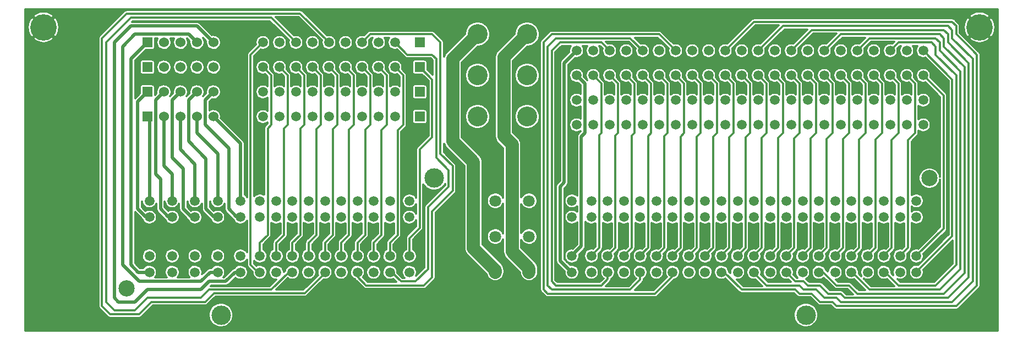
<source format=gbl>
G04 (created by PCBNEW (2013-07-07 BZR 4022)-stable) date 02/06/2014 08:27:59*
%MOIN*%
G04 Gerber Fmt 3.4, Leading zero omitted, Abs format*
%FSLAX34Y34*%
G01*
G70*
G90*
G04 APERTURE LIST*
%ADD10C,0.00590551*%
%ADD11C,0.11811*%
%ADD12C,0.0984252*%
%ADD13C,0.0590551*%
%ADD14C,0.0708661*%
%ADD15R,0.06X0.06*%
%ADD16C,0.06*%
%ADD17C,0.12063*%
%ADD18C,0.16*%
%ADD19C,0.011811*%
%ADD20C,0.0192913*%
%ADD21C,0.02*%
%ADD22C,0.0787402*%
G04 APERTURE END LIST*
G54D10*
G54D11*
X41456Y-56043D03*
X76889Y-56043D03*
X54370Y-47736D03*
G54D12*
X84370Y-47736D03*
X35748Y-54429D03*
G54D13*
X37125Y-53444D03*
X38503Y-53444D03*
X39881Y-53444D03*
X41259Y-53444D03*
X42637Y-53444D03*
X43818Y-53444D03*
X44803Y-53444D03*
X45787Y-53444D03*
X46771Y-53444D03*
X47755Y-53444D03*
X48740Y-53444D03*
X49724Y-53444D03*
X50708Y-53444D03*
X51692Y-53444D03*
X52874Y-53444D03*
X37125Y-52460D03*
X38503Y-52460D03*
X39881Y-52460D03*
X41259Y-52460D03*
X42637Y-52460D03*
X43818Y-52460D03*
X44803Y-52460D03*
X45787Y-52460D03*
X46771Y-52460D03*
X47755Y-52460D03*
X48740Y-52460D03*
X49724Y-52460D03*
X50708Y-52460D03*
X51692Y-52460D03*
X52874Y-52460D03*
X37125Y-50098D03*
X38503Y-50098D03*
X39881Y-50098D03*
X41259Y-50098D03*
X42637Y-50098D03*
X43818Y-50098D03*
X44803Y-50098D03*
X45787Y-50098D03*
X46771Y-50098D03*
X47755Y-50098D03*
X48740Y-50098D03*
X49724Y-50098D03*
X50708Y-50098D03*
X51692Y-50098D03*
X52874Y-50098D03*
X37125Y-49114D03*
X38503Y-49114D03*
X39881Y-49114D03*
X41259Y-49114D03*
X42637Y-49114D03*
X43818Y-49114D03*
X44803Y-49114D03*
X45787Y-49114D03*
X46771Y-49114D03*
X47755Y-49114D03*
X48740Y-49114D03*
X49724Y-49114D03*
X50708Y-49114D03*
X51692Y-49114D03*
X52874Y-49114D03*
G54D14*
X58070Y-53444D03*
X60118Y-53444D03*
X58070Y-51279D03*
X60118Y-51279D03*
X58070Y-49114D03*
X60118Y-49114D03*
G54D13*
X62716Y-53444D03*
X63897Y-53444D03*
X64881Y-53444D03*
X65866Y-53444D03*
X66850Y-53444D03*
X67834Y-53444D03*
X68818Y-53444D03*
X69803Y-53444D03*
X70787Y-53444D03*
X71771Y-53444D03*
X72755Y-53444D03*
X73740Y-53444D03*
X74724Y-53444D03*
X75708Y-53444D03*
X76692Y-53444D03*
X77677Y-53444D03*
X78661Y-53444D03*
X79645Y-53444D03*
X80629Y-53444D03*
X81614Y-53444D03*
X82598Y-53444D03*
X83582Y-53444D03*
X62716Y-52460D03*
X63897Y-52460D03*
X64881Y-52460D03*
X65866Y-52460D03*
X66850Y-52460D03*
X67834Y-52460D03*
X68818Y-52460D03*
X69803Y-52460D03*
X70787Y-52460D03*
X71771Y-52460D03*
X72755Y-52460D03*
X73740Y-52460D03*
X74724Y-52460D03*
X75708Y-52460D03*
X76692Y-52460D03*
X77677Y-52460D03*
X78661Y-52460D03*
X79645Y-52460D03*
X80629Y-52460D03*
X81614Y-52460D03*
X82598Y-52460D03*
X83582Y-52460D03*
X62716Y-50098D03*
X63897Y-50098D03*
X64881Y-50098D03*
X65866Y-50098D03*
X66850Y-50098D03*
X67834Y-50098D03*
X68818Y-50098D03*
X69803Y-50098D03*
X70787Y-50098D03*
X71771Y-50098D03*
X72755Y-50098D03*
X73740Y-50098D03*
X74724Y-50098D03*
X75708Y-50098D03*
X76692Y-50098D03*
X77677Y-50098D03*
X78661Y-50098D03*
X79645Y-50098D03*
X80629Y-50098D03*
X81614Y-50098D03*
X82598Y-50098D03*
X83582Y-50098D03*
X62716Y-49114D03*
X63897Y-49114D03*
X64881Y-49114D03*
X65866Y-49114D03*
X66850Y-49114D03*
X67834Y-49114D03*
X68818Y-49114D03*
X69803Y-49114D03*
X70787Y-49114D03*
X71771Y-49114D03*
X72755Y-49114D03*
X73740Y-49114D03*
X74724Y-49114D03*
X75708Y-49114D03*
X76692Y-49114D03*
X77677Y-49114D03*
X78661Y-49114D03*
X79645Y-49114D03*
X80629Y-49114D03*
X81614Y-49114D03*
X82598Y-49114D03*
X83582Y-49114D03*
X44000Y-39500D03*
X45000Y-39500D03*
X46000Y-39500D03*
X47000Y-39500D03*
X48000Y-39500D03*
X49000Y-39500D03*
X50000Y-39500D03*
X51000Y-39500D03*
X52000Y-39500D03*
X44000Y-41000D03*
X45000Y-41000D03*
X46000Y-41000D03*
X47000Y-41000D03*
X48000Y-41000D03*
X49000Y-41000D03*
X50000Y-41000D03*
X51000Y-41000D03*
X52000Y-41000D03*
X44000Y-42500D03*
X45000Y-42500D03*
X46000Y-42500D03*
X47000Y-42500D03*
X48000Y-42500D03*
X49000Y-42500D03*
X50000Y-42500D03*
X51000Y-42500D03*
X52000Y-42500D03*
X44000Y-44000D03*
X45000Y-44000D03*
X46000Y-44000D03*
X47000Y-44000D03*
X48000Y-44000D03*
X49000Y-44000D03*
X50000Y-44000D03*
X51000Y-44000D03*
X52000Y-44000D03*
G54D15*
X37000Y-39500D03*
G54D16*
X38000Y-39500D03*
X39000Y-39500D03*
X40000Y-39500D03*
X41000Y-39500D03*
G54D15*
X37000Y-41000D03*
G54D16*
X38000Y-41000D03*
X39000Y-41000D03*
X40000Y-41000D03*
X41000Y-41000D03*
G54D15*
X37000Y-42500D03*
G54D16*
X38000Y-42500D03*
X39000Y-42500D03*
X40000Y-42500D03*
X41000Y-42500D03*
G54D15*
X37000Y-44000D03*
G54D16*
X38000Y-44000D03*
X39000Y-44000D03*
X40000Y-44000D03*
X41000Y-44000D03*
G54D13*
X63000Y-44500D03*
X64000Y-44500D03*
X65000Y-44500D03*
X66000Y-44500D03*
X67000Y-44500D03*
X68000Y-44500D03*
X69000Y-44500D03*
X70000Y-44500D03*
X71000Y-44500D03*
X72000Y-44500D03*
X73000Y-44500D03*
X74000Y-44500D03*
X75000Y-44500D03*
X76000Y-44500D03*
X77000Y-44500D03*
X78000Y-44500D03*
X79000Y-44500D03*
X80000Y-44500D03*
X81000Y-44500D03*
X82000Y-44500D03*
X83000Y-44500D03*
X84000Y-44500D03*
X63000Y-43000D03*
X64000Y-43000D03*
X65000Y-43000D03*
X66000Y-43000D03*
X67000Y-43000D03*
X68000Y-43000D03*
X69000Y-43000D03*
X70000Y-43000D03*
X71000Y-43000D03*
X72000Y-43000D03*
X73000Y-43000D03*
X74000Y-43000D03*
X75000Y-43000D03*
X76000Y-43000D03*
X77000Y-43000D03*
X78000Y-43000D03*
X79000Y-43000D03*
X80000Y-43000D03*
X81000Y-43000D03*
X82000Y-43000D03*
X83000Y-43000D03*
X84000Y-43000D03*
X63000Y-41500D03*
X64000Y-41500D03*
X65000Y-41500D03*
X66000Y-41500D03*
X67000Y-41500D03*
X68000Y-41500D03*
X69000Y-41500D03*
X70000Y-41500D03*
X71000Y-41500D03*
X72000Y-41500D03*
X73000Y-41500D03*
X74000Y-41500D03*
X75000Y-41500D03*
X76000Y-41500D03*
X77000Y-41500D03*
X78000Y-41500D03*
X79000Y-41500D03*
X80000Y-41500D03*
X81000Y-41500D03*
X82000Y-41500D03*
X83000Y-41500D03*
X84000Y-41500D03*
X63000Y-40000D03*
X64000Y-40000D03*
X65000Y-40000D03*
X66000Y-40000D03*
X67000Y-40000D03*
X68000Y-40000D03*
X69000Y-40000D03*
X70000Y-40000D03*
X71000Y-40000D03*
X72000Y-40000D03*
X73000Y-40000D03*
X74000Y-40000D03*
X75000Y-40000D03*
X76000Y-40000D03*
X77000Y-40000D03*
X78000Y-40000D03*
X79000Y-40000D03*
X80000Y-40000D03*
X81000Y-40000D03*
X82000Y-40000D03*
X83000Y-40000D03*
X84000Y-40000D03*
G54D17*
X57000Y-39000D03*
X60000Y-39000D03*
X57000Y-41500D03*
X60000Y-41500D03*
X57000Y-44000D03*
X60000Y-44000D03*
G54D15*
X53500Y-44000D03*
X53500Y-42500D03*
X53500Y-41000D03*
X53500Y-39500D03*
G54D18*
X30708Y-38582D03*
X87401Y-38582D03*
G54D19*
X68307Y-48000D02*
X68307Y-45192D01*
X68500Y-42000D02*
X68000Y-41500D01*
X68500Y-45000D02*
X68500Y-42000D01*
X68307Y-45192D02*
X68500Y-45000D01*
X67834Y-52460D02*
X67834Y-52440D01*
X68307Y-51968D02*
X68307Y-48000D01*
X68307Y-48000D02*
X68307Y-47637D01*
X67834Y-52440D02*
X68307Y-51968D01*
X74212Y-47637D02*
X74212Y-45287D01*
X73740Y-52440D02*
X74212Y-51968D01*
X74212Y-51968D02*
X74212Y-47637D01*
X73740Y-52460D02*
X73740Y-52440D01*
X74500Y-42000D02*
X74000Y-41500D01*
X74500Y-45000D02*
X74500Y-42000D01*
X74212Y-45287D02*
X74500Y-45000D01*
G54D20*
X39173Y-48228D02*
X39173Y-47173D01*
X39881Y-50098D02*
X39665Y-50098D01*
X39665Y-50098D02*
X39173Y-49606D01*
X39173Y-48228D02*
X39173Y-49606D01*
X38500Y-43000D02*
X39000Y-42500D01*
X38500Y-46500D02*
X38500Y-43000D01*
X39173Y-47173D02*
X38500Y-46500D01*
G54D19*
X46259Y-46500D02*
X46259Y-44740D01*
X46500Y-41500D02*
X46000Y-41000D01*
X46500Y-44500D02*
X46500Y-41500D01*
X46259Y-44740D02*
X46500Y-44500D01*
X45787Y-52460D02*
X45787Y-51653D01*
X46259Y-51181D02*
X46259Y-46500D01*
X46259Y-46500D02*
X46259Y-46259D01*
X45787Y-51653D02*
X46259Y-51181D01*
G54D20*
X37795Y-48228D02*
X37795Y-47795D01*
X38503Y-50098D02*
X38287Y-50098D01*
X38287Y-50098D02*
X37795Y-49606D01*
X37795Y-48228D02*
X37795Y-49606D01*
X37500Y-43000D02*
X38000Y-42500D01*
X37500Y-47500D02*
X37500Y-43000D01*
X37795Y-47795D02*
X37500Y-47500D01*
G54D19*
X45275Y-46500D02*
X45275Y-44724D01*
X45500Y-41500D02*
X45000Y-41000D01*
X45500Y-44500D02*
X45500Y-41500D01*
X45275Y-44724D02*
X45500Y-44500D01*
X44803Y-52460D02*
X44803Y-51653D01*
X45275Y-51181D02*
X45275Y-46500D01*
X45275Y-46500D02*
X45275Y-46259D01*
X44803Y-51653D02*
X45275Y-51181D01*
X49724Y-53444D02*
X49724Y-53724D01*
X50500Y-39000D02*
X50000Y-39500D01*
X54250Y-39000D02*
X50500Y-39000D01*
X54750Y-39500D02*
X54250Y-39000D01*
X54750Y-46250D02*
X54750Y-39500D01*
X55500Y-47000D02*
X54750Y-46250D01*
X55500Y-48500D02*
X55500Y-47000D01*
X54250Y-49750D02*
X55500Y-48500D01*
X54250Y-53750D02*
X54250Y-49750D01*
X53750Y-54250D02*
X54250Y-53750D01*
X50250Y-54250D02*
X53750Y-54250D01*
X49724Y-53724D02*
X50250Y-54250D01*
X73228Y-47637D02*
X73228Y-45271D01*
X72755Y-52440D02*
X73228Y-51968D01*
X73228Y-51968D02*
X73228Y-47637D01*
X72755Y-52460D02*
X72755Y-52440D01*
X73500Y-42000D02*
X73000Y-41500D01*
X73500Y-45000D02*
X73500Y-42000D01*
X73228Y-45271D02*
X73500Y-45000D01*
G54D20*
X36417Y-48228D02*
X36417Y-43082D01*
X37125Y-50098D02*
X36909Y-50098D01*
X36909Y-50098D02*
X36417Y-49606D01*
X36417Y-48228D02*
X36417Y-49606D01*
X36417Y-43082D02*
X37000Y-42500D01*
G54D19*
X44291Y-46500D02*
X44291Y-44708D01*
X44500Y-41500D02*
X44000Y-41000D01*
X44500Y-44500D02*
X44500Y-41500D01*
X44291Y-44708D02*
X44500Y-44500D01*
X43818Y-52460D02*
X43818Y-51653D01*
X44291Y-51181D02*
X44291Y-46500D01*
X44291Y-46500D02*
X44291Y-46259D01*
X43818Y-51653D02*
X44291Y-51181D01*
G54D20*
X42637Y-49114D02*
X42637Y-45637D01*
X42637Y-45637D02*
X41000Y-44000D01*
G54D19*
X52874Y-52460D02*
X52874Y-51375D01*
X54250Y-41750D02*
X53500Y-41000D01*
X54250Y-45250D02*
X54250Y-41750D01*
X53500Y-46000D02*
X54250Y-45250D01*
X53500Y-50750D02*
X53500Y-46000D01*
X52874Y-51375D02*
X53500Y-50750D01*
X72244Y-47637D02*
X72244Y-45255D01*
X71771Y-52440D02*
X72244Y-51968D01*
X72244Y-51968D02*
X72244Y-47637D01*
X71771Y-52460D02*
X71771Y-52440D01*
X72500Y-42000D02*
X72000Y-41500D01*
X72500Y-45000D02*
X72500Y-42000D01*
X72244Y-45255D02*
X72500Y-45000D01*
X41531Y-54718D02*
X41031Y-54718D01*
X41031Y-54718D02*
X40500Y-55250D01*
X47755Y-53444D02*
X47755Y-53494D01*
X46250Y-37750D02*
X48000Y-39500D01*
X35750Y-37750D02*
X46250Y-37750D01*
X34250Y-39250D02*
X35750Y-37750D01*
X34250Y-55500D02*
X34250Y-39250D01*
X34750Y-56000D02*
X34250Y-55500D01*
X36500Y-56000D02*
X34750Y-56000D01*
X37250Y-55250D02*
X36500Y-56000D01*
X40500Y-55250D02*
X37250Y-55250D01*
X46531Y-54718D02*
X41531Y-54718D01*
X47755Y-53494D02*
X46531Y-54718D01*
X40000Y-55000D02*
X40250Y-55000D01*
X40250Y-55000D02*
X40750Y-54500D01*
X40750Y-54500D02*
X41000Y-54500D01*
X41250Y-54500D02*
X41000Y-54500D01*
X41000Y-54500D02*
X40750Y-54500D01*
X40750Y-54500D02*
X40250Y-55000D01*
X35750Y-38250D02*
X36000Y-38000D01*
X34500Y-39500D02*
X35750Y-38250D01*
X44500Y-54500D02*
X41250Y-54500D01*
X45555Y-53444D02*
X44500Y-54500D01*
X45787Y-53444D02*
X45555Y-53444D01*
X35000Y-55750D02*
X34500Y-55250D01*
X36250Y-55750D02*
X35000Y-55750D01*
X37000Y-55000D02*
X36250Y-55750D01*
X40000Y-55000D02*
X37000Y-55000D01*
X34500Y-55250D02*
X34500Y-39500D01*
X44500Y-38000D02*
X46000Y-39500D01*
X36000Y-38000D02*
X44500Y-38000D01*
X43818Y-53444D02*
X43694Y-53444D01*
X43250Y-40250D02*
X44000Y-39500D01*
X43250Y-53000D02*
X43250Y-40250D01*
X43694Y-53444D02*
X43250Y-53000D01*
G54D20*
X41250Y-54000D02*
X40750Y-54000D01*
X40750Y-54000D02*
X40250Y-54500D01*
X35000Y-39500D02*
X35000Y-55000D01*
X41750Y-54000D02*
X41250Y-54000D01*
X42637Y-53444D02*
X42305Y-53444D01*
X35250Y-55250D02*
X35000Y-55000D01*
X36250Y-55250D02*
X35250Y-55250D01*
X37000Y-54500D02*
X36250Y-55250D01*
X40250Y-54500D02*
X37000Y-54500D01*
X42305Y-53444D02*
X41750Y-54000D01*
X40000Y-38500D02*
X41000Y-39500D01*
X36000Y-38500D02*
X40000Y-38500D01*
X35000Y-39500D02*
X36000Y-38500D01*
X41259Y-53444D02*
X40805Y-53444D01*
X40805Y-53444D02*
X40250Y-54000D01*
X39500Y-39000D02*
X40000Y-39500D01*
X36250Y-39000D02*
X39500Y-39000D01*
X35500Y-39750D02*
X36250Y-39000D01*
X35500Y-53000D02*
X35500Y-39750D01*
X36500Y-54000D02*
X35500Y-53000D01*
X40250Y-54000D02*
X36500Y-54000D01*
X37125Y-49114D02*
X37125Y-44125D01*
X37125Y-44125D02*
X37000Y-44000D01*
G54D19*
X71259Y-47637D02*
X71259Y-45240D01*
X70787Y-52440D02*
X71259Y-51968D01*
X71259Y-51968D02*
X71259Y-47637D01*
X70787Y-52460D02*
X70787Y-52440D01*
X71500Y-42000D02*
X71000Y-41500D01*
X71500Y-45000D02*
X71500Y-42000D01*
X71259Y-45240D02*
X71500Y-45000D01*
X52165Y-46500D02*
X52165Y-44834D01*
X52500Y-41500D02*
X52000Y-41000D01*
X52500Y-44500D02*
X52500Y-41500D01*
X52165Y-44834D02*
X52500Y-44500D01*
X51692Y-52460D02*
X51692Y-51653D01*
X52165Y-51181D02*
X52165Y-46500D01*
X52165Y-46500D02*
X52165Y-46259D01*
X51692Y-51653D02*
X52165Y-51181D01*
G54D20*
X39881Y-49114D02*
X39881Y-46881D01*
X39000Y-46000D02*
X39000Y-44000D01*
X39881Y-46881D02*
X39000Y-46000D01*
G54D19*
X51181Y-46500D02*
X51181Y-44818D01*
X51500Y-41500D02*
X51000Y-41000D01*
X51500Y-44500D02*
X51500Y-41500D01*
X51181Y-44818D02*
X51500Y-44500D01*
X50708Y-52460D02*
X50708Y-51653D01*
X51181Y-51181D02*
X51181Y-46500D01*
X51181Y-46500D02*
X51181Y-46259D01*
X50708Y-51653D02*
X51181Y-51181D01*
G54D20*
X38000Y-44000D02*
X38000Y-47000D01*
G54D21*
X38503Y-47503D02*
X38000Y-47000D01*
X38503Y-47503D02*
X38503Y-49114D01*
G54D19*
X70275Y-47637D02*
X70275Y-45224D01*
X69803Y-52440D02*
X70275Y-51968D01*
X70275Y-51968D02*
X70275Y-47637D01*
X69803Y-52460D02*
X69803Y-52440D01*
X70500Y-42000D02*
X70000Y-41500D01*
X70500Y-45000D02*
X70500Y-42000D01*
X70275Y-45224D02*
X70500Y-45000D01*
X50196Y-46500D02*
X50196Y-44803D01*
X50500Y-41500D02*
X50000Y-41000D01*
X50500Y-44500D02*
X50500Y-41500D01*
X50196Y-44803D02*
X50500Y-44500D01*
X49724Y-52460D02*
X49724Y-51653D01*
X50196Y-51181D02*
X50196Y-46500D01*
X50196Y-46500D02*
X50196Y-46259D01*
X49724Y-51653D02*
X50196Y-51181D01*
X49212Y-46500D02*
X49212Y-44787D01*
X49500Y-41500D02*
X49000Y-41000D01*
X49500Y-44500D02*
X49500Y-41500D01*
X49212Y-44787D02*
X49500Y-44500D01*
X48740Y-52460D02*
X48740Y-51653D01*
X49212Y-51181D02*
X49212Y-46500D01*
X49212Y-46500D02*
X49212Y-46259D01*
X48740Y-51653D02*
X49212Y-51181D01*
G54D20*
X41929Y-48228D02*
X41929Y-45929D01*
X42637Y-50098D02*
X42421Y-50098D01*
X42421Y-50098D02*
X41929Y-49606D01*
X41929Y-48228D02*
X41929Y-49606D01*
X40500Y-43000D02*
X41000Y-42500D01*
X40500Y-44500D02*
X40500Y-43000D01*
X41929Y-45929D02*
X40500Y-44500D01*
G54D19*
X48228Y-46500D02*
X48228Y-44771D01*
X48500Y-41500D02*
X48000Y-41000D01*
X48500Y-44500D02*
X48500Y-41500D01*
X48228Y-44771D02*
X48500Y-44500D01*
X47755Y-52460D02*
X47755Y-51653D01*
X48228Y-51181D02*
X48228Y-46500D01*
X48228Y-46500D02*
X48228Y-46259D01*
X47755Y-51653D02*
X48228Y-51181D01*
X69291Y-47637D02*
X69291Y-45208D01*
X68818Y-52440D02*
X69291Y-51968D01*
X69291Y-51968D02*
X69291Y-47637D01*
X68818Y-52460D02*
X68818Y-52440D01*
X69500Y-42000D02*
X69000Y-41500D01*
X69500Y-45000D02*
X69500Y-42000D01*
X69291Y-45208D02*
X69500Y-45000D01*
G54D20*
X40551Y-48228D02*
X40551Y-46551D01*
X41259Y-50098D02*
X41043Y-50098D01*
X41043Y-50098D02*
X40551Y-49606D01*
X40551Y-48228D02*
X40551Y-49606D01*
X39500Y-43000D02*
X40000Y-42500D01*
X39500Y-45500D02*
X39500Y-43000D01*
X40551Y-46551D02*
X39500Y-45500D01*
G54D19*
X47244Y-46259D02*
X47244Y-44755D01*
X46771Y-51653D02*
X47244Y-51181D01*
X47244Y-51181D02*
X47244Y-46259D01*
X46771Y-52460D02*
X46771Y-51653D01*
X47500Y-41500D02*
X47000Y-41000D01*
X47500Y-44500D02*
X47500Y-41500D01*
X47244Y-44755D02*
X47500Y-44500D01*
X51692Y-53444D02*
X51805Y-53444D01*
X52750Y-40250D02*
X52000Y-39500D01*
X54250Y-40250D02*
X52750Y-40250D01*
X54500Y-40500D02*
X54250Y-40250D01*
X54500Y-46500D02*
X54500Y-40500D01*
X55250Y-47250D02*
X54500Y-46500D01*
X55250Y-48250D02*
X55250Y-47250D01*
X54000Y-49500D02*
X55250Y-48250D01*
X54000Y-53250D02*
X54000Y-49500D01*
X53250Y-54000D02*
X54000Y-53250D01*
X52360Y-54000D02*
X53250Y-54000D01*
X51805Y-53444D02*
X52360Y-54000D01*
X83070Y-47637D02*
X83070Y-45429D01*
X82598Y-52440D02*
X83070Y-51968D01*
X83070Y-51968D02*
X83070Y-47637D01*
X82598Y-52460D02*
X82598Y-52440D01*
X83500Y-42000D02*
X83000Y-41500D01*
X83500Y-45000D02*
X83500Y-42000D01*
X83070Y-45429D02*
X83500Y-45000D01*
X67322Y-47637D02*
X67322Y-45177D01*
X66850Y-52440D02*
X67322Y-51968D01*
X67322Y-51968D02*
X67322Y-47637D01*
X66850Y-52460D02*
X66850Y-52440D01*
X67500Y-42000D02*
X67000Y-41500D01*
X67500Y-45000D02*
X67500Y-42000D01*
X67322Y-45177D02*
X67500Y-45000D01*
X66338Y-47637D02*
X66338Y-45161D01*
X65866Y-52440D02*
X66338Y-51968D01*
X66338Y-51968D02*
X66338Y-47637D01*
X65866Y-52460D02*
X65866Y-52440D01*
X66500Y-42000D02*
X66000Y-41500D01*
X66500Y-45000D02*
X66500Y-42000D01*
X66338Y-45161D02*
X66500Y-45000D01*
X65354Y-47750D02*
X65354Y-45145D01*
X65500Y-42000D02*
X65000Y-41500D01*
X65500Y-45000D02*
X65500Y-42000D01*
X65354Y-45145D02*
X65500Y-45000D01*
X64881Y-52460D02*
X64881Y-52440D01*
X65354Y-51968D02*
X65354Y-47750D01*
X65354Y-47750D02*
X65354Y-47637D01*
X64881Y-52440D02*
X65354Y-51968D01*
X82086Y-47637D02*
X82086Y-45413D01*
X81614Y-52440D02*
X82086Y-51968D01*
X82086Y-51968D02*
X82086Y-47637D01*
X81614Y-52460D02*
X81614Y-52440D01*
X82500Y-42000D02*
X82000Y-41500D01*
X82500Y-45000D02*
X82500Y-42000D01*
X82086Y-45413D02*
X82500Y-45000D01*
X64370Y-47637D02*
X64370Y-45129D01*
X63897Y-52440D02*
X64370Y-51968D01*
X64370Y-51968D02*
X64370Y-47637D01*
X63897Y-52460D02*
X63897Y-52440D01*
X64500Y-42000D02*
X64000Y-41500D01*
X64500Y-45000D02*
X64500Y-42000D01*
X64370Y-45129D02*
X64500Y-45000D01*
G54D20*
X63287Y-47637D02*
X63287Y-45212D01*
X62716Y-52440D02*
X63287Y-51870D01*
X63287Y-51870D02*
X63287Y-47637D01*
X62716Y-52460D02*
X62716Y-52440D01*
X63500Y-42000D02*
X63000Y-41500D01*
X63500Y-45000D02*
X63500Y-42000D01*
X63287Y-45212D02*
X63500Y-45000D01*
G54D19*
X83582Y-53444D02*
X83582Y-53417D01*
X85750Y-41750D02*
X84000Y-40000D01*
X85750Y-51250D02*
X85750Y-41750D01*
X83582Y-53417D02*
X85750Y-51250D01*
X84750Y-39750D02*
X84750Y-40250D01*
X84750Y-40250D02*
X86000Y-41500D01*
X81614Y-53444D02*
X81694Y-53444D01*
X86000Y-53000D02*
X86000Y-41500D01*
X84750Y-54250D02*
X86000Y-53000D01*
X82500Y-54250D02*
X84750Y-54250D01*
X81694Y-53444D02*
X82500Y-54250D01*
X82500Y-39500D02*
X82000Y-40000D01*
X84500Y-39500D02*
X82500Y-39500D01*
X84750Y-39750D02*
X84500Y-39500D01*
X85000Y-39500D02*
X85000Y-40000D01*
X85000Y-40000D02*
X86250Y-41250D01*
X79645Y-53444D02*
X79694Y-53444D01*
X86250Y-53250D02*
X86250Y-41250D01*
X85000Y-54500D02*
X86250Y-53250D01*
X80750Y-54500D02*
X85000Y-54500D01*
X79694Y-53444D02*
X80750Y-54500D01*
X80750Y-39250D02*
X80000Y-40000D01*
X84750Y-39250D02*
X80750Y-39250D01*
X85000Y-39500D02*
X84750Y-39250D01*
X85250Y-39250D02*
X85250Y-39750D01*
X85250Y-39750D02*
X86500Y-41000D01*
X80000Y-54750D02*
X79500Y-54250D01*
X77944Y-53444D02*
X77677Y-53444D01*
X78750Y-54250D02*
X77944Y-53444D01*
X79500Y-54250D02*
X78750Y-54250D01*
X86500Y-53500D02*
X86500Y-41000D01*
X85250Y-54750D02*
X86500Y-53500D01*
X80000Y-54750D02*
X85250Y-54750D01*
X79000Y-39000D02*
X78000Y-40000D01*
X85000Y-39000D02*
X79000Y-39000D01*
X85250Y-39250D02*
X85000Y-39000D01*
X81102Y-47637D02*
X81102Y-45397D01*
X80629Y-52440D02*
X81102Y-51968D01*
X81102Y-51968D02*
X81102Y-47637D01*
X80629Y-52460D02*
X80629Y-52440D01*
X81500Y-42000D02*
X81000Y-41500D01*
X81500Y-45000D02*
X81500Y-42000D01*
X81102Y-45397D02*
X81500Y-45000D01*
X85500Y-39000D02*
X85500Y-39500D01*
X85500Y-39500D02*
X86750Y-40750D01*
X79250Y-55000D02*
X79000Y-54750D01*
X76750Y-54000D02*
X76250Y-54000D01*
X77000Y-54250D02*
X76750Y-54000D01*
X77750Y-54250D02*
X77000Y-54250D01*
X78250Y-54750D02*
X77750Y-54250D01*
X79000Y-54750D02*
X78250Y-54750D01*
X75708Y-53444D02*
X75708Y-53458D01*
X75708Y-53458D02*
X76250Y-54000D01*
X86750Y-53750D02*
X86750Y-40750D01*
X85500Y-55000D02*
X86750Y-53750D01*
X79250Y-55000D02*
X85500Y-55000D01*
X77250Y-38750D02*
X76000Y-40000D01*
X85250Y-38750D02*
X77250Y-38750D01*
X85500Y-39000D02*
X85250Y-38750D01*
X80118Y-47637D02*
X80118Y-45381D01*
X79645Y-52440D02*
X80118Y-51968D01*
X80118Y-51968D02*
X80118Y-47637D01*
X79645Y-52460D02*
X79645Y-52440D01*
X80500Y-42000D02*
X80000Y-41500D01*
X80500Y-45000D02*
X80500Y-42000D01*
X80118Y-45381D02*
X80500Y-45000D01*
X79133Y-47637D02*
X79133Y-45366D01*
X78661Y-52440D02*
X79133Y-51968D01*
X79133Y-51968D02*
X79133Y-47637D01*
X78661Y-52460D02*
X78661Y-52440D01*
X79500Y-42000D02*
X79000Y-41500D01*
X79500Y-45000D02*
X79500Y-42000D01*
X79133Y-45366D02*
X79500Y-45000D01*
X83582Y-52460D02*
X83582Y-52440D01*
X85236Y-42736D02*
X84000Y-41500D01*
X85236Y-50787D02*
X85236Y-42736D01*
X83582Y-52440D02*
X85236Y-50787D01*
X78149Y-47637D02*
X78149Y-45350D01*
X77677Y-52440D02*
X78149Y-51968D01*
X78149Y-51968D02*
X78149Y-47637D01*
X77677Y-52460D02*
X77677Y-52440D01*
X78500Y-42000D02*
X78000Y-41500D01*
X78500Y-45000D02*
X78500Y-42000D01*
X78149Y-45350D02*
X78500Y-45000D01*
X85750Y-38750D02*
X85750Y-39250D01*
X85750Y-39250D02*
X87000Y-40500D01*
X79000Y-55250D02*
X78750Y-55000D01*
X76500Y-54250D02*
X75500Y-54250D01*
X76750Y-54500D02*
X76500Y-54250D01*
X77500Y-54500D02*
X76750Y-54500D01*
X78000Y-55000D02*
X77500Y-54500D01*
X78750Y-55000D02*
X78000Y-55000D01*
X73740Y-53444D02*
X73740Y-53490D01*
X87000Y-54000D02*
X87000Y-40500D01*
X85750Y-55250D02*
X87000Y-54000D01*
X79000Y-55250D02*
X85750Y-55250D01*
X74500Y-54250D02*
X75500Y-54250D01*
X73740Y-53490D02*
X74500Y-54250D01*
X75500Y-38500D02*
X74000Y-40000D01*
X85500Y-38500D02*
X75500Y-38500D01*
X85750Y-38750D02*
X85500Y-38500D01*
X87250Y-40750D02*
X87250Y-40250D01*
X87250Y-40250D02*
X87000Y-40000D01*
X86000Y-38500D02*
X86000Y-39000D01*
X86000Y-38500D02*
X85750Y-38250D01*
X85750Y-38250D02*
X73750Y-38250D01*
X73750Y-38250D02*
X72000Y-40000D01*
X71944Y-53444D02*
X73000Y-54500D01*
X73000Y-54500D02*
X76250Y-54500D01*
X76250Y-54500D02*
X76500Y-54750D01*
X76500Y-54750D02*
X77250Y-54750D01*
X77250Y-54750D02*
X77750Y-55250D01*
X77750Y-55250D02*
X78500Y-55250D01*
X78500Y-55250D02*
X78750Y-55500D01*
X78750Y-55500D02*
X86000Y-55500D01*
X86000Y-55500D02*
X87250Y-54250D01*
X87250Y-54250D02*
X87250Y-40750D01*
X71771Y-53444D02*
X71944Y-53444D01*
X86000Y-39000D02*
X87000Y-40000D01*
X87000Y-40000D02*
X87250Y-40250D01*
X68818Y-53444D02*
X68818Y-53681D01*
X68000Y-39000D02*
X69000Y-40000D01*
X61500Y-39000D02*
X68000Y-39000D01*
X61000Y-39500D02*
X61500Y-39000D01*
X61000Y-54500D02*
X61000Y-39500D01*
X61250Y-54750D02*
X61000Y-54500D01*
X67750Y-54750D02*
X61250Y-54750D01*
X68818Y-53681D02*
X67750Y-54750D01*
X66850Y-53444D02*
X66850Y-53899D01*
X66250Y-39250D02*
X67000Y-40000D01*
X61750Y-39250D02*
X66250Y-39250D01*
X61250Y-39750D02*
X61750Y-39250D01*
X61250Y-54250D02*
X61250Y-39750D01*
X61500Y-54500D02*
X61250Y-54250D01*
X66250Y-54500D02*
X61500Y-54500D01*
X66850Y-53899D02*
X66250Y-54500D01*
X77165Y-47637D02*
X77165Y-45334D01*
X76692Y-52440D02*
X77165Y-51968D01*
X77165Y-51968D02*
X77165Y-47637D01*
X76692Y-52460D02*
X76692Y-52440D01*
X77500Y-42000D02*
X77000Y-41500D01*
X77500Y-45000D02*
X77500Y-42000D01*
X77165Y-45334D02*
X77500Y-45000D01*
X62000Y-39500D02*
X64500Y-39500D01*
X61500Y-40000D02*
X62000Y-39500D01*
X64881Y-53444D02*
X64881Y-53868D01*
X64500Y-39500D02*
X65000Y-40000D01*
X61500Y-54000D02*
X61500Y-40000D01*
X61750Y-54250D02*
X61500Y-54000D01*
X64500Y-54250D02*
X61750Y-54250D01*
X64881Y-53868D02*
X64500Y-54250D01*
G54D20*
X62000Y-48500D02*
X62000Y-48250D01*
X62250Y-40750D02*
X63000Y-40000D01*
X62250Y-48000D02*
X62250Y-40750D01*
X62000Y-48250D02*
X62250Y-48000D01*
X62716Y-53444D02*
X62694Y-53444D01*
X62000Y-52750D02*
X62000Y-48500D01*
X62694Y-53444D02*
X62000Y-52750D01*
G54D19*
X76181Y-47637D02*
X76181Y-45318D01*
X75708Y-52440D02*
X76181Y-51968D01*
X76181Y-51968D02*
X76181Y-47637D01*
X75708Y-52460D02*
X75708Y-52440D01*
X76500Y-42000D02*
X76000Y-41500D01*
X76500Y-45000D02*
X76500Y-42000D01*
X76181Y-45318D02*
X76500Y-45000D01*
X75196Y-47637D02*
X75196Y-45303D01*
X74724Y-52440D02*
X75196Y-51968D01*
X75196Y-51968D02*
X75196Y-47637D01*
X74724Y-52460D02*
X74724Y-52440D01*
X75500Y-42000D02*
X75000Y-41500D01*
X75500Y-45000D02*
X75500Y-42000D01*
X75196Y-45303D02*
X75500Y-45000D01*
G54D22*
X60118Y-53444D02*
X60118Y-53218D01*
X58600Y-40400D02*
X60000Y-39000D01*
X58600Y-45200D02*
X58600Y-40400D01*
X59100Y-45700D02*
X58600Y-45200D01*
X59100Y-52200D02*
X59100Y-45700D01*
X60118Y-53218D02*
X59100Y-52200D01*
X58070Y-53444D02*
X58070Y-53320D01*
X55500Y-40500D02*
X57000Y-39000D01*
X55500Y-45500D02*
X55500Y-40500D01*
X56750Y-46750D02*
X55500Y-45500D01*
X56750Y-52000D02*
X56750Y-46750D01*
X58070Y-53320D02*
X56750Y-52000D01*
G54D20*
X37125Y-53444D02*
X36444Y-53444D01*
X36000Y-40500D02*
X37000Y-39500D01*
X36000Y-53000D02*
X36000Y-40500D01*
X36444Y-53444D02*
X36000Y-53000D01*
X41259Y-49114D02*
X41259Y-46259D01*
X40000Y-45000D02*
X40000Y-44000D01*
X41259Y-46259D02*
X40000Y-45000D01*
G54D10*
G36*
X88503Y-57007D02*
X88365Y-57007D01*
X88365Y-38582D01*
X88346Y-38394D01*
X88292Y-38214D01*
X88204Y-38049D01*
X88083Y-37958D01*
X88025Y-38016D01*
X88025Y-37901D01*
X87934Y-37779D01*
X87768Y-37691D01*
X87588Y-37637D01*
X87400Y-37618D01*
X87213Y-37637D01*
X87033Y-37691D01*
X86868Y-37779D01*
X86777Y-37901D01*
X87401Y-38524D01*
X88025Y-37901D01*
X88025Y-38016D01*
X87459Y-38582D01*
X88083Y-39206D01*
X88204Y-39115D01*
X88292Y-38949D01*
X88347Y-38769D01*
X88365Y-38582D01*
X88365Y-57007D01*
X88025Y-57007D01*
X88025Y-39264D01*
X87401Y-38640D01*
X87343Y-38698D01*
X87343Y-38582D01*
X86719Y-37958D01*
X86598Y-38049D01*
X86510Y-38215D01*
X86456Y-38396D01*
X86437Y-38583D01*
X86456Y-38770D01*
X86510Y-38950D01*
X86598Y-39115D01*
X86719Y-39206D01*
X87343Y-38582D01*
X87343Y-38698D01*
X86777Y-39264D01*
X86868Y-39385D01*
X87034Y-39473D01*
X87214Y-39528D01*
X87402Y-39546D01*
X87589Y-39527D01*
X87769Y-39473D01*
X87934Y-39385D01*
X88025Y-39264D01*
X88025Y-57007D01*
X87468Y-57007D01*
X87468Y-54250D01*
X87468Y-40750D01*
X87468Y-40250D01*
X87466Y-40229D01*
X87464Y-40209D01*
X87464Y-40208D01*
X87463Y-40207D01*
X87458Y-40188D01*
X87452Y-40169D01*
X87451Y-40167D01*
X87451Y-40166D01*
X87442Y-40149D01*
X87432Y-40131D01*
X87432Y-40130D01*
X87431Y-40129D01*
X87418Y-40113D01*
X87406Y-40097D01*
X87404Y-40096D01*
X87404Y-40096D01*
X87404Y-40096D01*
X87404Y-40095D01*
X87154Y-39845D01*
X86218Y-38909D01*
X86218Y-38500D01*
X86216Y-38479D01*
X86214Y-38459D01*
X86214Y-38458D01*
X86213Y-38457D01*
X86208Y-38438D01*
X86202Y-38419D01*
X86201Y-38417D01*
X86201Y-38416D01*
X86192Y-38399D01*
X86182Y-38381D01*
X86182Y-38380D01*
X86181Y-38379D01*
X86168Y-38363D01*
X86156Y-38347D01*
X86154Y-38346D01*
X86154Y-38346D01*
X86154Y-38346D01*
X86154Y-38345D01*
X85904Y-38095D01*
X85888Y-38082D01*
X85873Y-38070D01*
X85872Y-38069D01*
X85871Y-38068D01*
X85853Y-38059D01*
X85835Y-38049D01*
X85834Y-38049D01*
X85833Y-38048D01*
X85814Y-38042D01*
X85795Y-38036D01*
X85794Y-38036D01*
X85793Y-38036D01*
X85773Y-38034D01*
X85753Y-38031D01*
X85750Y-38031D01*
X85750Y-38031D01*
X85750Y-38031D01*
X85750Y-38031D01*
X73750Y-38031D01*
X73729Y-38033D01*
X73709Y-38035D01*
X73708Y-38035D01*
X73707Y-38036D01*
X73688Y-38041D01*
X73669Y-38047D01*
X73667Y-38048D01*
X73666Y-38048D01*
X73649Y-38057D01*
X73631Y-38067D01*
X73630Y-38067D01*
X73629Y-38068D01*
X73613Y-38081D01*
X73597Y-38093D01*
X73596Y-38095D01*
X73596Y-38095D01*
X73596Y-38095D01*
X73595Y-38095D01*
X72128Y-39562D01*
X72047Y-39545D01*
X71958Y-39545D01*
X71871Y-39562D01*
X71788Y-39595D01*
X71713Y-39644D01*
X71650Y-39706D01*
X71599Y-39780D01*
X71564Y-39861D01*
X71546Y-39949D01*
X71545Y-40038D01*
X71561Y-40125D01*
X71593Y-40208D01*
X71642Y-40283D01*
X71704Y-40347D01*
X71777Y-40398D01*
X71858Y-40434D01*
X71945Y-40453D01*
X72035Y-40455D01*
X72122Y-40439D01*
X72205Y-40407D01*
X72281Y-40359D01*
X72345Y-40298D01*
X72396Y-40225D01*
X72433Y-40144D01*
X72452Y-40057D01*
X72454Y-39955D01*
X72437Y-39870D01*
X73840Y-38468D01*
X75223Y-38468D01*
X74128Y-39562D01*
X74047Y-39545D01*
X73958Y-39545D01*
X73871Y-39562D01*
X73788Y-39595D01*
X73713Y-39644D01*
X73650Y-39706D01*
X73599Y-39780D01*
X73564Y-39861D01*
X73546Y-39949D01*
X73545Y-40038D01*
X73561Y-40125D01*
X73593Y-40208D01*
X73642Y-40283D01*
X73704Y-40347D01*
X73777Y-40398D01*
X73858Y-40434D01*
X73945Y-40453D01*
X74035Y-40455D01*
X74122Y-40439D01*
X74205Y-40407D01*
X74281Y-40359D01*
X74345Y-40298D01*
X74396Y-40225D01*
X74433Y-40144D01*
X74452Y-40057D01*
X74454Y-39955D01*
X74437Y-39870D01*
X75590Y-38718D01*
X76973Y-38718D01*
X76128Y-39562D01*
X76047Y-39545D01*
X75958Y-39545D01*
X75871Y-39562D01*
X75788Y-39595D01*
X75713Y-39644D01*
X75650Y-39706D01*
X75599Y-39780D01*
X75564Y-39861D01*
X75546Y-39949D01*
X75545Y-40038D01*
X75561Y-40125D01*
X75593Y-40208D01*
X75642Y-40283D01*
X75704Y-40347D01*
X75777Y-40398D01*
X75858Y-40434D01*
X75945Y-40453D01*
X76035Y-40455D01*
X76122Y-40439D01*
X76205Y-40407D01*
X76281Y-40359D01*
X76345Y-40298D01*
X76396Y-40225D01*
X76433Y-40144D01*
X76452Y-40057D01*
X76454Y-39955D01*
X76437Y-39870D01*
X77340Y-38968D01*
X78723Y-38968D01*
X78128Y-39562D01*
X78047Y-39545D01*
X77958Y-39545D01*
X77871Y-39562D01*
X77788Y-39595D01*
X77713Y-39644D01*
X77650Y-39706D01*
X77599Y-39780D01*
X77564Y-39861D01*
X77546Y-39949D01*
X77545Y-40038D01*
X77561Y-40125D01*
X77593Y-40208D01*
X77642Y-40283D01*
X77704Y-40347D01*
X77777Y-40398D01*
X77858Y-40434D01*
X77945Y-40453D01*
X78035Y-40455D01*
X78122Y-40439D01*
X78205Y-40407D01*
X78281Y-40359D01*
X78345Y-40298D01*
X78396Y-40225D01*
X78433Y-40144D01*
X78452Y-40057D01*
X78454Y-39955D01*
X78437Y-39870D01*
X79090Y-39218D01*
X80473Y-39218D01*
X80128Y-39562D01*
X80047Y-39545D01*
X79958Y-39545D01*
X79871Y-39562D01*
X79788Y-39595D01*
X79713Y-39644D01*
X79650Y-39706D01*
X79599Y-39780D01*
X79564Y-39861D01*
X79546Y-39949D01*
X79545Y-40038D01*
X79561Y-40125D01*
X79593Y-40208D01*
X79642Y-40283D01*
X79704Y-40347D01*
X79777Y-40398D01*
X79858Y-40434D01*
X79945Y-40453D01*
X80035Y-40455D01*
X80122Y-40439D01*
X80205Y-40407D01*
X80281Y-40359D01*
X80345Y-40298D01*
X80396Y-40225D01*
X80433Y-40144D01*
X80452Y-40057D01*
X80454Y-39955D01*
X80437Y-39870D01*
X80840Y-39468D01*
X82223Y-39468D01*
X82128Y-39562D01*
X82047Y-39545D01*
X81958Y-39545D01*
X81871Y-39562D01*
X81788Y-39595D01*
X81713Y-39644D01*
X81650Y-39706D01*
X81599Y-39780D01*
X81564Y-39861D01*
X81546Y-39949D01*
X81545Y-40038D01*
X81561Y-40125D01*
X81593Y-40208D01*
X81642Y-40283D01*
X81704Y-40347D01*
X81777Y-40398D01*
X81858Y-40434D01*
X81945Y-40453D01*
X82035Y-40455D01*
X82122Y-40439D01*
X82205Y-40407D01*
X82281Y-40359D01*
X82345Y-40298D01*
X82396Y-40225D01*
X82433Y-40144D01*
X82452Y-40057D01*
X82454Y-39955D01*
X82437Y-39870D01*
X82590Y-39718D01*
X82642Y-39718D01*
X82599Y-39780D01*
X82564Y-39861D01*
X82546Y-39949D01*
X82545Y-40038D01*
X82561Y-40125D01*
X82593Y-40208D01*
X82642Y-40283D01*
X82704Y-40347D01*
X82777Y-40398D01*
X82858Y-40434D01*
X82945Y-40453D01*
X83035Y-40455D01*
X83122Y-40439D01*
X83205Y-40407D01*
X83281Y-40359D01*
X83345Y-40298D01*
X83396Y-40225D01*
X83433Y-40144D01*
X83452Y-40057D01*
X83454Y-39955D01*
X83437Y-39868D01*
X83403Y-39785D01*
X83358Y-39718D01*
X83642Y-39718D01*
X83599Y-39780D01*
X83564Y-39861D01*
X83546Y-39949D01*
X83545Y-40038D01*
X83561Y-40125D01*
X83593Y-40208D01*
X83642Y-40283D01*
X83704Y-40347D01*
X83777Y-40398D01*
X83858Y-40434D01*
X83945Y-40453D01*
X84035Y-40455D01*
X84122Y-40439D01*
X84128Y-40437D01*
X85531Y-41840D01*
X85531Y-51159D01*
X85454Y-51237D01*
X85454Y-50787D01*
X85454Y-42736D01*
X85452Y-42716D01*
X85450Y-42696D01*
X85450Y-42694D01*
X85450Y-42693D01*
X85444Y-42674D01*
X85438Y-42655D01*
X85438Y-42654D01*
X85437Y-42653D01*
X85428Y-42635D01*
X85419Y-42617D01*
X85418Y-42616D01*
X85417Y-42615D01*
X85405Y-42599D01*
X85392Y-42584D01*
X85391Y-42582D01*
X85390Y-42582D01*
X85390Y-42582D01*
X85390Y-42581D01*
X84436Y-41628D01*
X84452Y-41557D01*
X84454Y-41455D01*
X84437Y-41368D01*
X84403Y-41285D01*
X84353Y-41211D01*
X84291Y-41148D01*
X84217Y-41098D01*
X84134Y-41063D01*
X84047Y-41045D01*
X83958Y-41045D01*
X83871Y-41062D01*
X83788Y-41095D01*
X83713Y-41144D01*
X83650Y-41206D01*
X83599Y-41280D01*
X83564Y-41361D01*
X83546Y-41449D01*
X83545Y-41538D01*
X83561Y-41625D01*
X83593Y-41708D01*
X83642Y-41783D01*
X83704Y-41847D01*
X83777Y-41898D01*
X83858Y-41934D01*
X83945Y-41953D01*
X84035Y-41955D01*
X84122Y-41939D01*
X84128Y-41937D01*
X85018Y-42826D01*
X85018Y-47656D01*
X84996Y-47547D01*
X84947Y-47429D01*
X84877Y-47322D01*
X84787Y-47232D01*
X84681Y-47160D01*
X84563Y-47111D01*
X84454Y-47088D01*
X84454Y-44455D01*
X84437Y-44368D01*
X84403Y-44285D01*
X84353Y-44211D01*
X84291Y-44148D01*
X84217Y-44098D01*
X84134Y-44063D01*
X84047Y-44045D01*
X83958Y-44045D01*
X83871Y-44062D01*
X83788Y-44095D01*
X83718Y-44141D01*
X83718Y-43357D01*
X83777Y-43398D01*
X83858Y-43434D01*
X83945Y-43453D01*
X84035Y-43455D01*
X84122Y-43439D01*
X84205Y-43407D01*
X84281Y-43359D01*
X84345Y-43298D01*
X84396Y-43225D01*
X84433Y-43144D01*
X84452Y-43057D01*
X84454Y-42955D01*
X84437Y-42868D01*
X84403Y-42785D01*
X84353Y-42711D01*
X84291Y-42648D01*
X84217Y-42598D01*
X84134Y-42563D01*
X84047Y-42545D01*
X83958Y-42545D01*
X83871Y-42562D01*
X83788Y-42595D01*
X83718Y-42641D01*
X83718Y-42000D01*
X83716Y-41979D01*
X83714Y-41959D01*
X83714Y-41958D01*
X83713Y-41957D01*
X83708Y-41938D01*
X83702Y-41919D01*
X83701Y-41917D01*
X83701Y-41916D01*
X83692Y-41899D01*
X83682Y-41881D01*
X83682Y-41880D01*
X83681Y-41879D01*
X83668Y-41863D01*
X83656Y-41847D01*
X83654Y-41846D01*
X83654Y-41846D01*
X83654Y-41846D01*
X83654Y-41845D01*
X83436Y-41628D01*
X83452Y-41557D01*
X83454Y-41455D01*
X83437Y-41368D01*
X83403Y-41285D01*
X83353Y-41211D01*
X83291Y-41148D01*
X83217Y-41098D01*
X83134Y-41063D01*
X83047Y-41045D01*
X82958Y-41045D01*
X82871Y-41062D01*
X82788Y-41095D01*
X82713Y-41144D01*
X82650Y-41206D01*
X82599Y-41280D01*
X82564Y-41361D01*
X82546Y-41449D01*
X82545Y-41538D01*
X82561Y-41625D01*
X82593Y-41708D01*
X82642Y-41783D01*
X82704Y-41847D01*
X82777Y-41898D01*
X82858Y-41934D01*
X82945Y-41953D01*
X83035Y-41955D01*
X83122Y-41939D01*
X83128Y-41937D01*
X83281Y-42090D01*
X83281Y-42642D01*
X83217Y-42598D01*
X83134Y-42563D01*
X83047Y-42545D01*
X82958Y-42545D01*
X82871Y-42562D01*
X82788Y-42595D01*
X82718Y-42641D01*
X82718Y-42000D01*
X82716Y-41979D01*
X82714Y-41959D01*
X82714Y-41958D01*
X82713Y-41957D01*
X82708Y-41938D01*
X82702Y-41919D01*
X82701Y-41917D01*
X82701Y-41916D01*
X82692Y-41899D01*
X82682Y-41881D01*
X82682Y-41880D01*
X82681Y-41879D01*
X82668Y-41863D01*
X82656Y-41847D01*
X82654Y-41846D01*
X82654Y-41846D01*
X82654Y-41846D01*
X82654Y-41845D01*
X82436Y-41628D01*
X82452Y-41557D01*
X82454Y-41455D01*
X82437Y-41368D01*
X82403Y-41285D01*
X82353Y-41211D01*
X82291Y-41148D01*
X82217Y-41098D01*
X82134Y-41063D01*
X82047Y-41045D01*
X81958Y-41045D01*
X81871Y-41062D01*
X81788Y-41095D01*
X81713Y-41144D01*
X81650Y-41206D01*
X81599Y-41280D01*
X81564Y-41361D01*
X81546Y-41449D01*
X81545Y-41538D01*
X81561Y-41625D01*
X81593Y-41708D01*
X81642Y-41783D01*
X81704Y-41847D01*
X81777Y-41898D01*
X81858Y-41934D01*
X81945Y-41953D01*
X82035Y-41955D01*
X82122Y-41939D01*
X82128Y-41937D01*
X82281Y-42090D01*
X82281Y-42642D01*
X82217Y-42598D01*
X82134Y-42563D01*
X82047Y-42545D01*
X81958Y-42545D01*
X81871Y-42562D01*
X81788Y-42595D01*
X81718Y-42641D01*
X81718Y-42000D01*
X81716Y-41979D01*
X81714Y-41959D01*
X81714Y-41958D01*
X81713Y-41957D01*
X81708Y-41938D01*
X81702Y-41919D01*
X81701Y-41917D01*
X81701Y-41916D01*
X81692Y-41899D01*
X81682Y-41881D01*
X81682Y-41880D01*
X81681Y-41879D01*
X81668Y-41863D01*
X81656Y-41847D01*
X81654Y-41846D01*
X81654Y-41846D01*
X81654Y-41846D01*
X81654Y-41845D01*
X81436Y-41628D01*
X81452Y-41557D01*
X81454Y-41455D01*
X81454Y-39955D01*
X81437Y-39868D01*
X81403Y-39785D01*
X81353Y-39711D01*
X81291Y-39648D01*
X81217Y-39598D01*
X81134Y-39563D01*
X81047Y-39545D01*
X80958Y-39545D01*
X80871Y-39562D01*
X80788Y-39595D01*
X80713Y-39644D01*
X80650Y-39706D01*
X80599Y-39780D01*
X80564Y-39861D01*
X80546Y-39949D01*
X80545Y-40038D01*
X80561Y-40125D01*
X80593Y-40208D01*
X80642Y-40283D01*
X80704Y-40347D01*
X80777Y-40398D01*
X80858Y-40434D01*
X80945Y-40453D01*
X81035Y-40455D01*
X81122Y-40439D01*
X81205Y-40407D01*
X81281Y-40359D01*
X81345Y-40298D01*
X81396Y-40225D01*
X81433Y-40144D01*
X81452Y-40057D01*
X81454Y-39955D01*
X81454Y-41455D01*
X81437Y-41368D01*
X81403Y-41285D01*
X81353Y-41211D01*
X81291Y-41148D01*
X81217Y-41098D01*
X81134Y-41063D01*
X81047Y-41045D01*
X80958Y-41045D01*
X80871Y-41062D01*
X80788Y-41095D01*
X80713Y-41144D01*
X80650Y-41206D01*
X80599Y-41280D01*
X80564Y-41361D01*
X80546Y-41449D01*
X80545Y-41538D01*
X80561Y-41625D01*
X80593Y-41708D01*
X80642Y-41783D01*
X80704Y-41847D01*
X80777Y-41898D01*
X80858Y-41934D01*
X80945Y-41953D01*
X81035Y-41955D01*
X81122Y-41939D01*
X81128Y-41937D01*
X81281Y-42090D01*
X81281Y-42642D01*
X81217Y-42598D01*
X81134Y-42563D01*
X81047Y-42545D01*
X80958Y-42545D01*
X80871Y-42562D01*
X80788Y-42595D01*
X80718Y-42641D01*
X80718Y-42000D01*
X80716Y-41979D01*
X80714Y-41959D01*
X80714Y-41958D01*
X80713Y-41957D01*
X80708Y-41938D01*
X80702Y-41919D01*
X80701Y-41917D01*
X80701Y-41916D01*
X80692Y-41899D01*
X80682Y-41881D01*
X80682Y-41880D01*
X80681Y-41879D01*
X80668Y-41863D01*
X80656Y-41847D01*
X80654Y-41846D01*
X80654Y-41846D01*
X80654Y-41846D01*
X80654Y-41845D01*
X80436Y-41628D01*
X80452Y-41557D01*
X80454Y-41455D01*
X80437Y-41368D01*
X80403Y-41285D01*
X80353Y-41211D01*
X80291Y-41148D01*
X80217Y-41098D01*
X80134Y-41063D01*
X80047Y-41045D01*
X79958Y-41045D01*
X79871Y-41062D01*
X79788Y-41095D01*
X79713Y-41144D01*
X79650Y-41206D01*
X79599Y-41280D01*
X79564Y-41361D01*
X79546Y-41449D01*
X79545Y-41538D01*
X79561Y-41625D01*
X79593Y-41708D01*
X79642Y-41783D01*
X79704Y-41847D01*
X79777Y-41898D01*
X79858Y-41934D01*
X79945Y-41953D01*
X80035Y-41955D01*
X80122Y-41939D01*
X80128Y-41937D01*
X80281Y-42090D01*
X80281Y-42642D01*
X80217Y-42598D01*
X80134Y-42563D01*
X80047Y-42545D01*
X79958Y-42545D01*
X79871Y-42562D01*
X79788Y-42595D01*
X79718Y-42641D01*
X79718Y-42000D01*
X79716Y-41979D01*
X79714Y-41959D01*
X79714Y-41958D01*
X79713Y-41957D01*
X79708Y-41938D01*
X79702Y-41919D01*
X79701Y-41917D01*
X79701Y-41916D01*
X79692Y-41899D01*
X79682Y-41881D01*
X79682Y-41880D01*
X79681Y-41879D01*
X79668Y-41863D01*
X79656Y-41847D01*
X79654Y-41846D01*
X79654Y-41846D01*
X79654Y-41846D01*
X79654Y-41845D01*
X79436Y-41628D01*
X79452Y-41557D01*
X79454Y-41455D01*
X79454Y-39955D01*
X79437Y-39868D01*
X79403Y-39785D01*
X79353Y-39711D01*
X79291Y-39648D01*
X79217Y-39598D01*
X79134Y-39563D01*
X79047Y-39545D01*
X78958Y-39545D01*
X78871Y-39562D01*
X78788Y-39595D01*
X78713Y-39644D01*
X78650Y-39706D01*
X78599Y-39780D01*
X78564Y-39861D01*
X78546Y-39949D01*
X78545Y-40038D01*
X78561Y-40125D01*
X78593Y-40208D01*
X78642Y-40283D01*
X78704Y-40347D01*
X78777Y-40398D01*
X78858Y-40434D01*
X78945Y-40453D01*
X79035Y-40455D01*
X79122Y-40439D01*
X79205Y-40407D01*
X79281Y-40359D01*
X79345Y-40298D01*
X79396Y-40225D01*
X79433Y-40144D01*
X79452Y-40057D01*
X79454Y-39955D01*
X79454Y-41455D01*
X79437Y-41368D01*
X79403Y-41285D01*
X79353Y-41211D01*
X79291Y-41148D01*
X79217Y-41098D01*
X79134Y-41063D01*
X79047Y-41045D01*
X78958Y-41045D01*
X78871Y-41062D01*
X78788Y-41095D01*
X78713Y-41144D01*
X78650Y-41206D01*
X78599Y-41280D01*
X78564Y-41361D01*
X78546Y-41449D01*
X78545Y-41538D01*
X78561Y-41625D01*
X78593Y-41708D01*
X78642Y-41783D01*
X78704Y-41847D01*
X78777Y-41898D01*
X78858Y-41934D01*
X78945Y-41953D01*
X79035Y-41955D01*
X79122Y-41939D01*
X79128Y-41937D01*
X79281Y-42090D01*
X79281Y-42642D01*
X79217Y-42598D01*
X79134Y-42563D01*
X79047Y-42545D01*
X78958Y-42545D01*
X78871Y-42562D01*
X78788Y-42595D01*
X78718Y-42641D01*
X78718Y-42000D01*
X78716Y-41979D01*
X78714Y-41959D01*
X78714Y-41958D01*
X78713Y-41957D01*
X78708Y-41938D01*
X78702Y-41919D01*
X78701Y-41917D01*
X78701Y-41916D01*
X78692Y-41899D01*
X78682Y-41881D01*
X78682Y-41880D01*
X78681Y-41879D01*
X78668Y-41863D01*
X78656Y-41847D01*
X78654Y-41846D01*
X78654Y-41846D01*
X78654Y-41846D01*
X78654Y-41845D01*
X78436Y-41628D01*
X78452Y-41557D01*
X78454Y-41455D01*
X78437Y-41368D01*
X78403Y-41285D01*
X78353Y-41211D01*
X78291Y-41148D01*
X78217Y-41098D01*
X78134Y-41063D01*
X78047Y-41045D01*
X77958Y-41045D01*
X77871Y-41062D01*
X77788Y-41095D01*
X77713Y-41144D01*
X77650Y-41206D01*
X77599Y-41280D01*
X77564Y-41361D01*
X77546Y-41449D01*
X77545Y-41538D01*
X77561Y-41625D01*
X77593Y-41708D01*
X77642Y-41783D01*
X77704Y-41847D01*
X77777Y-41898D01*
X77858Y-41934D01*
X77945Y-41953D01*
X78035Y-41955D01*
X78122Y-41939D01*
X78128Y-41937D01*
X78281Y-42090D01*
X78281Y-42642D01*
X78217Y-42598D01*
X78134Y-42563D01*
X78047Y-42545D01*
X77958Y-42545D01*
X77871Y-42562D01*
X77788Y-42595D01*
X77718Y-42641D01*
X77718Y-42000D01*
X77716Y-41979D01*
X77714Y-41959D01*
X77714Y-41958D01*
X77713Y-41957D01*
X77708Y-41938D01*
X77702Y-41919D01*
X77701Y-41917D01*
X77701Y-41916D01*
X77692Y-41899D01*
X77682Y-41881D01*
X77682Y-41880D01*
X77681Y-41879D01*
X77668Y-41863D01*
X77656Y-41847D01*
X77654Y-41846D01*
X77654Y-41846D01*
X77654Y-41846D01*
X77654Y-41845D01*
X77436Y-41628D01*
X77452Y-41557D01*
X77454Y-41455D01*
X77454Y-39955D01*
X77437Y-39868D01*
X77403Y-39785D01*
X77353Y-39711D01*
X77291Y-39648D01*
X77217Y-39598D01*
X77134Y-39563D01*
X77047Y-39545D01*
X76958Y-39545D01*
X76871Y-39562D01*
X76788Y-39595D01*
X76713Y-39644D01*
X76650Y-39706D01*
X76599Y-39780D01*
X76564Y-39861D01*
X76546Y-39949D01*
X76545Y-40038D01*
X76561Y-40125D01*
X76593Y-40208D01*
X76642Y-40283D01*
X76704Y-40347D01*
X76777Y-40398D01*
X76858Y-40434D01*
X76945Y-40453D01*
X77035Y-40455D01*
X77122Y-40439D01*
X77205Y-40407D01*
X77281Y-40359D01*
X77345Y-40298D01*
X77396Y-40225D01*
X77433Y-40144D01*
X77452Y-40057D01*
X77454Y-39955D01*
X77454Y-41455D01*
X77437Y-41368D01*
X77403Y-41285D01*
X77353Y-41211D01*
X77291Y-41148D01*
X77217Y-41098D01*
X77134Y-41063D01*
X77047Y-41045D01*
X76958Y-41045D01*
X76871Y-41062D01*
X76788Y-41095D01*
X76713Y-41144D01*
X76650Y-41206D01*
X76599Y-41280D01*
X76564Y-41361D01*
X76546Y-41449D01*
X76545Y-41538D01*
X76561Y-41625D01*
X76593Y-41708D01*
X76642Y-41783D01*
X76704Y-41847D01*
X76777Y-41898D01*
X76858Y-41934D01*
X76945Y-41953D01*
X77035Y-41955D01*
X77122Y-41939D01*
X77128Y-41937D01*
X77281Y-42090D01*
X77281Y-42642D01*
X77217Y-42598D01*
X77134Y-42563D01*
X77047Y-42545D01*
X76958Y-42545D01*
X76871Y-42562D01*
X76788Y-42595D01*
X76718Y-42641D01*
X76718Y-42000D01*
X76716Y-41979D01*
X76714Y-41959D01*
X76714Y-41958D01*
X76713Y-41957D01*
X76708Y-41938D01*
X76702Y-41919D01*
X76701Y-41917D01*
X76701Y-41916D01*
X76692Y-41899D01*
X76682Y-41881D01*
X76682Y-41880D01*
X76681Y-41879D01*
X76668Y-41863D01*
X76656Y-41847D01*
X76654Y-41846D01*
X76654Y-41846D01*
X76654Y-41846D01*
X76654Y-41845D01*
X76436Y-41628D01*
X76452Y-41557D01*
X76454Y-41455D01*
X76437Y-41368D01*
X76403Y-41285D01*
X76353Y-41211D01*
X76291Y-41148D01*
X76217Y-41098D01*
X76134Y-41063D01*
X76047Y-41045D01*
X75958Y-41045D01*
X75871Y-41062D01*
X75788Y-41095D01*
X75713Y-41144D01*
X75650Y-41206D01*
X75599Y-41280D01*
X75564Y-41361D01*
X75546Y-41449D01*
X75545Y-41538D01*
X75561Y-41625D01*
X75593Y-41708D01*
X75642Y-41783D01*
X75704Y-41847D01*
X75777Y-41898D01*
X75858Y-41934D01*
X75945Y-41953D01*
X76035Y-41955D01*
X76122Y-41939D01*
X76128Y-41937D01*
X76281Y-42090D01*
X76281Y-42642D01*
X76217Y-42598D01*
X76134Y-42563D01*
X76047Y-42545D01*
X75958Y-42545D01*
X75871Y-42562D01*
X75788Y-42595D01*
X75718Y-42641D01*
X75718Y-42000D01*
X75716Y-41979D01*
X75714Y-41959D01*
X75714Y-41958D01*
X75713Y-41957D01*
X75708Y-41938D01*
X75702Y-41919D01*
X75701Y-41917D01*
X75701Y-41916D01*
X75692Y-41899D01*
X75682Y-41881D01*
X75682Y-41880D01*
X75681Y-41879D01*
X75668Y-41863D01*
X75656Y-41847D01*
X75654Y-41846D01*
X75654Y-41846D01*
X75654Y-41846D01*
X75654Y-41845D01*
X75436Y-41628D01*
X75452Y-41557D01*
X75454Y-41455D01*
X75454Y-39955D01*
X75437Y-39868D01*
X75403Y-39785D01*
X75353Y-39711D01*
X75291Y-39648D01*
X75217Y-39598D01*
X75134Y-39563D01*
X75047Y-39545D01*
X74958Y-39545D01*
X74871Y-39562D01*
X74788Y-39595D01*
X74713Y-39644D01*
X74650Y-39706D01*
X74599Y-39780D01*
X74564Y-39861D01*
X74546Y-39949D01*
X74545Y-40038D01*
X74561Y-40125D01*
X74593Y-40208D01*
X74642Y-40283D01*
X74704Y-40347D01*
X74777Y-40398D01*
X74858Y-40434D01*
X74945Y-40453D01*
X75035Y-40455D01*
X75122Y-40439D01*
X75205Y-40407D01*
X75281Y-40359D01*
X75345Y-40298D01*
X75396Y-40225D01*
X75433Y-40144D01*
X75452Y-40057D01*
X75454Y-39955D01*
X75454Y-41455D01*
X75437Y-41368D01*
X75403Y-41285D01*
X75353Y-41211D01*
X75291Y-41148D01*
X75217Y-41098D01*
X75134Y-41063D01*
X75047Y-41045D01*
X74958Y-41045D01*
X74871Y-41062D01*
X74788Y-41095D01*
X74713Y-41144D01*
X74650Y-41206D01*
X74599Y-41280D01*
X74564Y-41361D01*
X74546Y-41449D01*
X74545Y-41538D01*
X74561Y-41625D01*
X74593Y-41708D01*
X74642Y-41783D01*
X74704Y-41847D01*
X74777Y-41898D01*
X74858Y-41934D01*
X74945Y-41953D01*
X75035Y-41955D01*
X75122Y-41939D01*
X75128Y-41937D01*
X75281Y-42090D01*
X75281Y-42642D01*
X75217Y-42598D01*
X75134Y-42563D01*
X75047Y-42545D01*
X74958Y-42545D01*
X74871Y-42562D01*
X74788Y-42595D01*
X74718Y-42641D01*
X74718Y-42000D01*
X74716Y-41979D01*
X74714Y-41959D01*
X74714Y-41958D01*
X74713Y-41957D01*
X74708Y-41938D01*
X74702Y-41919D01*
X74701Y-41917D01*
X74701Y-41916D01*
X74692Y-41899D01*
X74682Y-41881D01*
X74682Y-41880D01*
X74681Y-41879D01*
X74668Y-41863D01*
X74656Y-41847D01*
X74654Y-41846D01*
X74654Y-41846D01*
X74654Y-41846D01*
X74654Y-41845D01*
X74436Y-41628D01*
X74452Y-41557D01*
X74454Y-41455D01*
X74437Y-41368D01*
X74403Y-41285D01*
X74353Y-41211D01*
X74291Y-41148D01*
X74217Y-41098D01*
X74134Y-41063D01*
X74047Y-41045D01*
X73958Y-41045D01*
X73871Y-41062D01*
X73788Y-41095D01*
X73713Y-41144D01*
X73650Y-41206D01*
X73599Y-41280D01*
X73564Y-41361D01*
X73546Y-41449D01*
X73545Y-41538D01*
X73561Y-41625D01*
X73593Y-41708D01*
X73642Y-41783D01*
X73704Y-41847D01*
X73777Y-41898D01*
X73858Y-41934D01*
X73945Y-41953D01*
X74035Y-41955D01*
X74122Y-41939D01*
X74128Y-41937D01*
X74281Y-42090D01*
X74281Y-42642D01*
X74217Y-42598D01*
X74134Y-42563D01*
X74047Y-42545D01*
X73958Y-42545D01*
X73871Y-42562D01*
X73788Y-42595D01*
X73718Y-42641D01*
X73718Y-42000D01*
X73716Y-41979D01*
X73714Y-41959D01*
X73714Y-41958D01*
X73713Y-41957D01*
X73708Y-41938D01*
X73702Y-41919D01*
X73701Y-41917D01*
X73701Y-41916D01*
X73692Y-41899D01*
X73682Y-41881D01*
X73682Y-41880D01*
X73681Y-41879D01*
X73668Y-41863D01*
X73656Y-41847D01*
X73654Y-41846D01*
X73654Y-41846D01*
X73654Y-41846D01*
X73654Y-41845D01*
X73436Y-41628D01*
X73452Y-41557D01*
X73454Y-41455D01*
X73454Y-39955D01*
X73437Y-39868D01*
X73403Y-39785D01*
X73353Y-39711D01*
X73291Y-39648D01*
X73217Y-39598D01*
X73134Y-39563D01*
X73047Y-39545D01*
X72958Y-39545D01*
X72871Y-39562D01*
X72788Y-39595D01*
X72713Y-39644D01*
X72650Y-39706D01*
X72599Y-39780D01*
X72564Y-39861D01*
X72546Y-39949D01*
X72545Y-40038D01*
X72561Y-40125D01*
X72593Y-40208D01*
X72642Y-40283D01*
X72704Y-40347D01*
X72777Y-40398D01*
X72858Y-40434D01*
X72945Y-40453D01*
X73035Y-40455D01*
X73122Y-40439D01*
X73205Y-40407D01*
X73281Y-40359D01*
X73345Y-40298D01*
X73396Y-40225D01*
X73433Y-40144D01*
X73452Y-40057D01*
X73454Y-39955D01*
X73454Y-41455D01*
X73437Y-41368D01*
X73403Y-41285D01*
X73353Y-41211D01*
X73291Y-41148D01*
X73217Y-41098D01*
X73134Y-41063D01*
X73047Y-41045D01*
X72958Y-41045D01*
X72871Y-41062D01*
X72788Y-41095D01*
X72713Y-41144D01*
X72650Y-41206D01*
X72599Y-41280D01*
X72564Y-41361D01*
X72546Y-41449D01*
X72545Y-41538D01*
X72561Y-41625D01*
X72593Y-41708D01*
X72642Y-41783D01*
X72704Y-41847D01*
X72777Y-41898D01*
X72858Y-41934D01*
X72945Y-41953D01*
X73035Y-41955D01*
X73122Y-41939D01*
X73128Y-41937D01*
X73281Y-42090D01*
X73281Y-42642D01*
X73217Y-42598D01*
X73134Y-42563D01*
X73047Y-42545D01*
X72958Y-42545D01*
X72871Y-42562D01*
X72788Y-42595D01*
X72718Y-42641D01*
X72718Y-42000D01*
X72716Y-41979D01*
X72714Y-41959D01*
X72714Y-41958D01*
X72713Y-41957D01*
X72708Y-41938D01*
X72702Y-41919D01*
X72701Y-41917D01*
X72701Y-41916D01*
X72692Y-41899D01*
X72682Y-41881D01*
X72682Y-41880D01*
X72681Y-41879D01*
X72668Y-41863D01*
X72656Y-41847D01*
X72654Y-41846D01*
X72654Y-41846D01*
X72654Y-41846D01*
X72654Y-41845D01*
X72436Y-41628D01*
X72452Y-41557D01*
X72454Y-41455D01*
X72437Y-41368D01*
X72403Y-41285D01*
X72353Y-41211D01*
X72291Y-41148D01*
X72217Y-41098D01*
X72134Y-41063D01*
X72047Y-41045D01*
X71958Y-41045D01*
X71871Y-41062D01*
X71788Y-41095D01*
X71713Y-41144D01*
X71650Y-41206D01*
X71599Y-41280D01*
X71564Y-41361D01*
X71546Y-41449D01*
X71545Y-41538D01*
X71561Y-41625D01*
X71593Y-41708D01*
X71642Y-41783D01*
X71704Y-41847D01*
X71777Y-41898D01*
X71858Y-41934D01*
X71945Y-41953D01*
X72035Y-41955D01*
X72122Y-41939D01*
X72128Y-41937D01*
X72281Y-42090D01*
X72281Y-42642D01*
X72217Y-42598D01*
X72134Y-42563D01*
X72047Y-42545D01*
X71958Y-42545D01*
X71871Y-42562D01*
X71788Y-42595D01*
X71718Y-42641D01*
X71718Y-42000D01*
X71716Y-41979D01*
X71714Y-41959D01*
X71714Y-41958D01*
X71713Y-41957D01*
X71708Y-41938D01*
X71702Y-41919D01*
X71701Y-41917D01*
X71701Y-41916D01*
X71692Y-41899D01*
X71682Y-41881D01*
X71682Y-41880D01*
X71681Y-41879D01*
X71668Y-41863D01*
X71656Y-41847D01*
X71654Y-41846D01*
X71654Y-41846D01*
X71654Y-41846D01*
X71654Y-41845D01*
X71436Y-41628D01*
X71452Y-41557D01*
X71454Y-41455D01*
X71454Y-39955D01*
X71437Y-39868D01*
X71403Y-39785D01*
X71353Y-39711D01*
X71291Y-39648D01*
X71217Y-39598D01*
X71134Y-39563D01*
X71047Y-39545D01*
X70958Y-39545D01*
X70871Y-39562D01*
X70788Y-39595D01*
X70713Y-39644D01*
X70650Y-39706D01*
X70599Y-39780D01*
X70564Y-39861D01*
X70546Y-39949D01*
X70545Y-40038D01*
X70561Y-40125D01*
X70593Y-40208D01*
X70642Y-40283D01*
X70704Y-40347D01*
X70777Y-40398D01*
X70858Y-40434D01*
X70945Y-40453D01*
X71035Y-40455D01*
X71122Y-40439D01*
X71205Y-40407D01*
X71281Y-40359D01*
X71345Y-40298D01*
X71396Y-40225D01*
X71433Y-40144D01*
X71452Y-40057D01*
X71454Y-39955D01*
X71454Y-41455D01*
X71437Y-41368D01*
X71403Y-41285D01*
X71353Y-41211D01*
X71291Y-41148D01*
X71217Y-41098D01*
X71134Y-41063D01*
X71047Y-41045D01*
X70958Y-41045D01*
X70871Y-41062D01*
X70788Y-41095D01*
X70713Y-41144D01*
X70650Y-41206D01*
X70599Y-41280D01*
X70564Y-41361D01*
X70546Y-41449D01*
X70545Y-41538D01*
X70561Y-41625D01*
X70593Y-41708D01*
X70642Y-41783D01*
X70704Y-41847D01*
X70777Y-41898D01*
X70858Y-41934D01*
X70945Y-41953D01*
X71035Y-41955D01*
X71122Y-41939D01*
X71128Y-41937D01*
X71281Y-42090D01*
X71281Y-42642D01*
X71217Y-42598D01*
X71134Y-42563D01*
X71047Y-42545D01*
X70958Y-42545D01*
X70871Y-42562D01*
X70788Y-42595D01*
X70718Y-42641D01*
X70718Y-42000D01*
X70716Y-41979D01*
X70714Y-41959D01*
X70714Y-41958D01*
X70713Y-41957D01*
X70708Y-41938D01*
X70702Y-41919D01*
X70701Y-41917D01*
X70701Y-41916D01*
X70692Y-41899D01*
X70682Y-41881D01*
X70682Y-41880D01*
X70681Y-41879D01*
X70668Y-41863D01*
X70656Y-41847D01*
X70654Y-41846D01*
X70654Y-41846D01*
X70654Y-41846D01*
X70654Y-41845D01*
X70436Y-41628D01*
X70452Y-41557D01*
X70454Y-41455D01*
X70454Y-39955D01*
X70437Y-39868D01*
X70403Y-39785D01*
X70353Y-39711D01*
X70291Y-39648D01*
X70217Y-39598D01*
X70134Y-39563D01*
X70047Y-39545D01*
X69958Y-39545D01*
X69871Y-39562D01*
X69788Y-39595D01*
X69713Y-39644D01*
X69650Y-39706D01*
X69599Y-39780D01*
X69564Y-39861D01*
X69546Y-39949D01*
X69545Y-40038D01*
X69561Y-40125D01*
X69593Y-40208D01*
X69642Y-40283D01*
X69704Y-40347D01*
X69777Y-40398D01*
X69858Y-40434D01*
X69945Y-40453D01*
X70035Y-40455D01*
X70122Y-40439D01*
X70205Y-40407D01*
X70281Y-40359D01*
X70345Y-40298D01*
X70396Y-40225D01*
X70433Y-40144D01*
X70452Y-40057D01*
X70454Y-39955D01*
X70454Y-41455D01*
X70437Y-41368D01*
X70403Y-41285D01*
X70353Y-41211D01*
X70291Y-41148D01*
X70217Y-41098D01*
X70134Y-41063D01*
X70047Y-41045D01*
X69958Y-41045D01*
X69871Y-41062D01*
X69788Y-41095D01*
X69713Y-41144D01*
X69650Y-41206D01*
X69599Y-41280D01*
X69564Y-41361D01*
X69546Y-41449D01*
X69545Y-41538D01*
X69561Y-41625D01*
X69593Y-41708D01*
X69642Y-41783D01*
X69704Y-41847D01*
X69777Y-41898D01*
X69858Y-41934D01*
X69945Y-41953D01*
X70035Y-41955D01*
X70122Y-41939D01*
X70128Y-41937D01*
X70281Y-42090D01*
X70281Y-42642D01*
X70217Y-42598D01*
X70134Y-42563D01*
X70047Y-42545D01*
X69958Y-42545D01*
X69871Y-42562D01*
X69788Y-42595D01*
X69718Y-42641D01*
X69718Y-42000D01*
X69716Y-41979D01*
X69714Y-41959D01*
X69714Y-41958D01*
X69713Y-41957D01*
X69708Y-41938D01*
X69702Y-41919D01*
X69701Y-41917D01*
X69701Y-41916D01*
X69692Y-41899D01*
X69682Y-41881D01*
X69682Y-41880D01*
X69681Y-41879D01*
X69668Y-41863D01*
X69656Y-41847D01*
X69654Y-41846D01*
X69654Y-41846D01*
X69654Y-41846D01*
X69654Y-41845D01*
X69436Y-41628D01*
X69452Y-41557D01*
X69454Y-41455D01*
X69454Y-39955D01*
X69437Y-39868D01*
X69403Y-39785D01*
X69353Y-39711D01*
X69291Y-39648D01*
X69217Y-39598D01*
X69134Y-39563D01*
X69047Y-39545D01*
X68958Y-39545D01*
X68871Y-39562D01*
X68870Y-39562D01*
X68154Y-38845D01*
X68138Y-38832D01*
X68123Y-38820D01*
X68122Y-38819D01*
X68121Y-38818D01*
X68103Y-38809D01*
X68085Y-38799D01*
X68084Y-38799D01*
X68083Y-38798D01*
X68064Y-38792D01*
X68045Y-38786D01*
X68044Y-38786D01*
X68043Y-38786D01*
X68023Y-38784D01*
X68003Y-38781D01*
X68000Y-38781D01*
X68000Y-38781D01*
X68000Y-38781D01*
X68000Y-38781D01*
X61500Y-38781D01*
X61479Y-38783D01*
X61459Y-38785D01*
X61458Y-38785D01*
X61457Y-38786D01*
X61438Y-38791D01*
X61419Y-38797D01*
X61417Y-38798D01*
X61416Y-38798D01*
X61399Y-38807D01*
X61381Y-38817D01*
X61380Y-38817D01*
X61379Y-38818D01*
X61363Y-38831D01*
X61347Y-38843D01*
X61346Y-38845D01*
X61346Y-38845D01*
X61346Y-38845D01*
X61345Y-38845D01*
X60845Y-39345D01*
X60832Y-39361D01*
X60820Y-39376D01*
X60819Y-39377D01*
X60818Y-39378D01*
X60809Y-39396D01*
X60799Y-39414D01*
X60799Y-39415D01*
X60798Y-39416D01*
X60792Y-39435D01*
X60786Y-39454D01*
X60786Y-39455D01*
X60786Y-39456D01*
X60784Y-39476D01*
X60781Y-39496D01*
X60781Y-39499D01*
X60781Y-39499D01*
X60781Y-39499D01*
X60781Y-39500D01*
X60781Y-54500D01*
X60783Y-54520D01*
X60785Y-54540D01*
X60785Y-54541D01*
X60786Y-54542D01*
X60791Y-54561D01*
X60797Y-54580D01*
X60798Y-54582D01*
X60798Y-54583D01*
X60807Y-54600D01*
X60817Y-54618D01*
X60817Y-54619D01*
X60818Y-54620D01*
X60831Y-54636D01*
X60843Y-54652D01*
X60845Y-54653D01*
X60845Y-54653D01*
X60845Y-54653D01*
X60845Y-54654D01*
X61095Y-54904D01*
X61111Y-54917D01*
X61126Y-54929D01*
X61127Y-54930D01*
X61128Y-54931D01*
X61146Y-54940D01*
X61164Y-54950D01*
X61165Y-54950D01*
X61166Y-54951D01*
X61185Y-54957D01*
X61204Y-54963D01*
X61205Y-54963D01*
X61206Y-54963D01*
X61226Y-54965D01*
X61246Y-54968D01*
X61249Y-54968D01*
X61249Y-54968D01*
X61249Y-54968D01*
X61250Y-54968D01*
X67750Y-54968D01*
X67770Y-54966D01*
X67790Y-54964D01*
X67791Y-54964D01*
X67792Y-54963D01*
X67811Y-54958D01*
X67830Y-54952D01*
X67832Y-54951D01*
X67833Y-54951D01*
X67850Y-54942D01*
X67868Y-54932D01*
X67869Y-54932D01*
X67870Y-54931D01*
X67886Y-54918D01*
X67902Y-54906D01*
X67903Y-54904D01*
X67903Y-54904D01*
X67903Y-54904D01*
X67904Y-54904D01*
X68920Y-53888D01*
X68941Y-53884D01*
X69024Y-53852D01*
X69099Y-53804D01*
X69164Y-53743D01*
X69215Y-53670D01*
X69252Y-53588D01*
X69271Y-53502D01*
X69273Y-53400D01*
X69255Y-53312D01*
X69221Y-53230D01*
X69172Y-53156D01*
X69109Y-53093D01*
X69036Y-53043D01*
X68953Y-53008D01*
X68866Y-52990D01*
X68777Y-52990D01*
X68690Y-53006D01*
X68607Y-53040D01*
X68532Y-53089D01*
X68469Y-53151D01*
X68418Y-53224D01*
X68383Y-53306D01*
X68365Y-53393D01*
X68363Y-53483D01*
X68380Y-53570D01*
X68412Y-53653D01*
X68461Y-53728D01*
X68462Y-53729D01*
X68288Y-53902D01*
X68288Y-53400D01*
X68271Y-53312D01*
X68237Y-53230D01*
X68188Y-53156D01*
X68125Y-53093D01*
X68051Y-53043D01*
X67969Y-53008D01*
X67882Y-52990D01*
X67793Y-52990D01*
X67705Y-53006D01*
X67623Y-53040D01*
X67548Y-53089D01*
X67484Y-53151D01*
X67434Y-53224D01*
X67399Y-53306D01*
X67380Y-53393D01*
X67379Y-53483D01*
X67395Y-53570D01*
X67428Y-53653D01*
X67476Y-53728D01*
X67538Y-53792D01*
X67611Y-53843D01*
X67693Y-53879D01*
X67780Y-53898D01*
X67869Y-53900D01*
X67957Y-53884D01*
X68040Y-53852D01*
X68115Y-53804D01*
X68180Y-53743D01*
X68231Y-53670D01*
X68267Y-53588D01*
X68287Y-53502D01*
X68288Y-53400D01*
X68288Y-53902D01*
X67659Y-54531D01*
X66526Y-54531D01*
X67004Y-54053D01*
X67017Y-54038D01*
X67030Y-54022D01*
X67030Y-54021D01*
X67031Y-54020D01*
X67041Y-54003D01*
X67050Y-53985D01*
X67051Y-53984D01*
X67051Y-53983D01*
X67057Y-53964D01*
X67063Y-53944D01*
X67063Y-53943D01*
X67064Y-53942D01*
X67066Y-53922D01*
X67068Y-53902D01*
X67068Y-53900D01*
X67068Y-53900D01*
X67068Y-53900D01*
X67068Y-53899D01*
X67068Y-53844D01*
X67131Y-53804D01*
X67195Y-53743D01*
X67247Y-53670D01*
X67283Y-53588D01*
X67303Y-53502D01*
X67304Y-53400D01*
X67287Y-53312D01*
X67253Y-53230D01*
X67204Y-53156D01*
X67141Y-53093D01*
X67067Y-53043D01*
X66985Y-53008D01*
X66898Y-52990D01*
X66809Y-52990D01*
X66721Y-53006D01*
X66638Y-53040D01*
X66564Y-53089D01*
X66500Y-53151D01*
X66450Y-53224D01*
X66415Y-53306D01*
X66396Y-53393D01*
X66395Y-53483D01*
X66411Y-53570D01*
X66444Y-53653D01*
X66492Y-53728D01*
X66554Y-53792D01*
X66610Y-53831D01*
X66320Y-54121D01*
X66320Y-53400D01*
X66303Y-53312D01*
X66269Y-53230D01*
X66219Y-53156D01*
X66157Y-53093D01*
X66083Y-53043D01*
X66001Y-53008D01*
X65913Y-52990D01*
X65824Y-52990D01*
X65737Y-53006D01*
X65654Y-53040D01*
X65580Y-53089D01*
X65516Y-53151D01*
X65466Y-53224D01*
X65430Y-53306D01*
X65412Y-53393D01*
X65411Y-53483D01*
X65427Y-53570D01*
X65460Y-53653D01*
X65508Y-53728D01*
X65570Y-53792D01*
X65643Y-53843D01*
X65725Y-53879D01*
X65812Y-53898D01*
X65901Y-53900D01*
X65988Y-53884D01*
X66071Y-53852D01*
X66147Y-53804D01*
X66211Y-53743D01*
X66263Y-53670D01*
X66299Y-53588D01*
X66319Y-53502D01*
X66320Y-53400D01*
X66320Y-54121D01*
X66159Y-54281D01*
X64776Y-54281D01*
X65036Y-54022D01*
X65048Y-54006D01*
X65061Y-53991D01*
X65062Y-53990D01*
X65063Y-53989D01*
X65072Y-53971D01*
X65082Y-53954D01*
X65082Y-53952D01*
X65083Y-53951D01*
X65089Y-53932D01*
X65095Y-53913D01*
X65095Y-53912D01*
X65095Y-53911D01*
X65097Y-53891D01*
X65099Y-53871D01*
X65099Y-53868D01*
X65099Y-53868D01*
X65099Y-53868D01*
X65100Y-53868D01*
X65100Y-53844D01*
X65162Y-53804D01*
X65227Y-53743D01*
X65278Y-53670D01*
X65315Y-53588D01*
X65334Y-53502D01*
X65336Y-53400D01*
X65318Y-53312D01*
X65284Y-53230D01*
X65235Y-53156D01*
X65172Y-53093D01*
X65099Y-53043D01*
X65016Y-53008D01*
X64929Y-52990D01*
X64840Y-52990D01*
X64752Y-53006D01*
X64670Y-53040D01*
X64595Y-53089D01*
X64532Y-53151D01*
X64481Y-53224D01*
X64446Y-53306D01*
X64428Y-53393D01*
X64426Y-53483D01*
X64443Y-53570D01*
X64475Y-53653D01*
X64524Y-53728D01*
X64586Y-53792D01*
X64623Y-53818D01*
X64409Y-54031D01*
X64351Y-54031D01*
X64351Y-53400D01*
X64334Y-53312D01*
X64300Y-53230D01*
X64251Y-53156D01*
X64188Y-53093D01*
X64114Y-53043D01*
X64032Y-53008D01*
X63945Y-52990D01*
X63856Y-52990D01*
X63768Y-53006D01*
X63686Y-53040D01*
X63611Y-53089D01*
X63547Y-53151D01*
X63497Y-53224D01*
X63462Y-53306D01*
X63443Y-53393D01*
X63442Y-53483D01*
X63458Y-53570D01*
X63491Y-53653D01*
X63539Y-53728D01*
X63601Y-53792D01*
X63674Y-53843D01*
X63756Y-53879D01*
X63843Y-53898D01*
X63932Y-53900D01*
X64020Y-53884D01*
X64103Y-53852D01*
X64178Y-53804D01*
X64243Y-53743D01*
X64294Y-53670D01*
X64330Y-53588D01*
X64350Y-53502D01*
X64351Y-53400D01*
X64351Y-54031D01*
X61840Y-54031D01*
X61718Y-53909D01*
X61718Y-40090D01*
X62090Y-39718D01*
X62642Y-39718D01*
X62599Y-39780D01*
X62564Y-39861D01*
X62546Y-39949D01*
X62545Y-40038D01*
X62553Y-40084D01*
X62069Y-40569D01*
X62054Y-40587D01*
X62039Y-40605D01*
X62038Y-40606D01*
X62037Y-40607D01*
X62026Y-40628D01*
X62015Y-40649D01*
X62014Y-40650D01*
X62014Y-40651D01*
X62007Y-40674D01*
X62000Y-40696D01*
X61999Y-40698D01*
X61999Y-40699D01*
X61997Y-40722D01*
X61994Y-40746D01*
X61994Y-40749D01*
X61994Y-40749D01*
X61994Y-40749D01*
X61994Y-40750D01*
X61994Y-47894D01*
X61819Y-48069D01*
X61804Y-48087D01*
X61789Y-48105D01*
X61788Y-48106D01*
X61787Y-48107D01*
X61776Y-48128D01*
X61765Y-48149D01*
X61764Y-48150D01*
X61764Y-48151D01*
X61757Y-48174D01*
X61750Y-48196D01*
X61749Y-48198D01*
X61749Y-48199D01*
X61747Y-48222D01*
X61744Y-48246D01*
X61744Y-48249D01*
X61744Y-48249D01*
X61744Y-48249D01*
X61744Y-48250D01*
X61744Y-48500D01*
X61744Y-52750D01*
X61746Y-52773D01*
X61748Y-52797D01*
X61749Y-52798D01*
X61749Y-52799D01*
X61756Y-52822D01*
X61762Y-52844D01*
X61763Y-52846D01*
X61763Y-52847D01*
X61774Y-52868D01*
X61785Y-52889D01*
X61786Y-52890D01*
X61787Y-52891D01*
X61802Y-52909D01*
X61816Y-52928D01*
X61818Y-52930D01*
X61818Y-52930D01*
X61818Y-52930D01*
X61819Y-52930D01*
X62266Y-53377D01*
X62262Y-53393D01*
X62261Y-53483D01*
X62277Y-53570D01*
X62310Y-53653D01*
X62358Y-53728D01*
X62420Y-53792D01*
X62493Y-53843D01*
X62575Y-53879D01*
X62662Y-53898D01*
X62751Y-53900D01*
X62839Y-53884D01*
X62922Y-53852D01*
X62997Y-53804D01*
X63062Y-53743D01*
X63113Y-53670D01*
X63149Y-53588D01*
X63169Y-53502D01*
X63170Y-53400D01*
X63153Y-53312D01*
X63119Y-53230D01*
X63070Y-53156D01*
X63007Y-53093D01*
X62933Y-53043D01*
X62851Y-53008D01*
X62764Y-52990D01*
X62675Y-52990D01*
X62613Y-53002D01*
X62255Y-52644D01*
X62255Y-48500D01*
X62255Y-48355D01*
X62430Y-48180D01*
X62445Y-48162D01*
X62460Y-48144D01*
X62461Y-48143D01*
X62462Y-48142D01*
X62473Y-48121D01*
X62484Y-48100D01*
X62485Y-48099D01*
X62485Y-48098D01*
X62492Y-48075D01*
X62499Y-48053D01*
X62500Y-48051D01*
X62500Y-48050D01*
X62502Y-48027D01*
X62505Y-48003D01*
X62505Y-48000D01*
X62505Y-48000D01*
X62505Y-48000D01*
X62505Y-48000D01*
X62505Y-40855D01*
X62914Y-40446D01*
X62945Y-40453D01*
X63035Y-40455D01*
X63122Y-40439D01*
X63205Y-40407D01*
X63281Y-40359D01*
X63345Y-40298D01*
X63396Y-40225D01*
X63433Y-40144D01*
X63452Y-40057D01*
X63454Y-39955D01*
X63437Y-39868D01*
X63403Y-39785D01*
X63358Y-39718D01*
X63642Y-39718D01*
X63599Y-39780D01*
X63564Y-39861D01*
X63546Y-39949D01*
X63545Y-40038D01*
X63561Y-40125D01*
X63593Y-40208D01*
X63642Y-40283D01*
X63704Y-40347D01*
X63777Y-40398D01*
X63858Y-40434D01*
X63945Y-40453D01*
X64035Y-40455D01*
X64122Y-40439D01*
X64205Y-40407D01*
X64281Y-40359D01*
X64345Y-40298D01*
X64396Y-40225D01*
X64433Y-40144D01*
X64452Y-40057D01*
X64454Y-39955D01*
X64437Y-39868D01*
X64403Y-39785D01*
X64358Y-39718D01*
X64409Y-39718D01*
X64562Y-39871D01*
X64546Y-39949D01*
X64545Y-40038D01*
X64561Y-40125D01*
X64593Y-40208D01*
X64642Y-40283D01*
X64704Y-40347D01*
X64777Y-40398D01*
X64858Y-40434D01*
X64945Y-40453D01*
X65035Y-40455D01*
X65122Y-40439D01*
X65205Y-40407D01*
X65281Y-40359D01*
X65345Y-40298D01*
X65396Y-40225D01*
X65433Y-40144D01*
X65452Y-40057D01*
X65454Y-39955D01*
X65437Y-39868D01*
X65403Y-39785D01*
X65353Y-39711D01*
X65291Y-39648D01*
X65217Y-39598D01*
X65134Y-39563D01*
X65047Y-39545D01*
X64958Y-39545D01*
X64871Y-39562D01*
X64870Y-39562D01*
X64776Y-39468D01*
X66159Y-39468D01*
X66562Y-39871D01*
X66546Y-39949D01*
X66545Y-40038D01*
X66561Y-40125D01*
X66593Y-40208D01*
X66642Y-40283D01*
X66704Y-40347D01*
X66777Y-40398D01*
X66858Y-40434D01*
X66945Y-40453D01*
X67035Y-40455D01*
X67122Y-40439D01*
X67205Y-40407D01*
X67281Y-40359D01*
X67345Y-40298D01*
X67396Y-40225D01*
X67433Y-40144D01*
X67452Y-40057D01*
X67454Y-39955D01*
X67437Y-39868D01*
X67403Y-39785D01*
X67353Y-39711D01*
X67291Y-39648D01*
X67217Y-39598D01*
X67134Y-39563D01*
X67047Y-39545D01*
X66958Y-39545D01*
X66871Y-39562D01*
X66870Y-39562D01*
X66526Y-39218D01*
X67909Y-39218D01*
X68562Y-39871D01*
X68546Y-39949D01*
X68545Y-40038D01*
X68561Y-40125D01*
X68593Y-40208D01*
X68642Y-40283D01*
X68704Y-40347D01*
X68777Y-40398D01*
X68858Y-40434D01*
X68945Y-40453D01*
X69035Y-40455D01*
X69122Y-40439D01*
X69205Y-40407D01*
X69281Y-40359D01*
X69345Y-40298D01*
X69396Y-40225D01*
X69433Y-40144D01*
X69452Y-40057D01*
X69454Y-39955D01*
X69454Y-41455D01*
X69437Y-41368D01*
X69403Y-41285D01*
X69353Y-41211D01*
X69291Y-41148D01*
X69217Y-41098D01*
X69134Y-41063D01*
X69047Y-41045D01*
X68958Y-41045D01*
X68871Y-41062D01*
X68788Y-41095D01*
X68713Y-41144D01*
X68650Y-41206D01*
X68599Y-41280D01*
X68564Y-41361D01*
X68546Y-41449D01*
X68545Y-41538D01*
X68561Y-41625D01*
X68593Y-41708D01*
X68642Y-41783D01*
X68704Y-41847D01*
X68777Y-41898D01*
X68858Y-41934D01*
X68945Y-41953D01*
X69035Y-41955D01*
X69122Y-41939D01*
X69128Y-41937D01*
X69281Y-42090D01*
X69281Y-42642D01*
X69217Y-42598D01*
X69134Y-42563D01*
X69047Y-42545D01*
X68958Y-42545D01*
X68871Y-42562D01*
X68788Y-42595D01*
X68718Y-42641D01*
X68718Y-42000D01*
X68716Y-41979D01*
X68714Y-41959D01*
X68714Y-41958D01*
X68713Y-41957D01*
X68708Y-41938D01*
X68702Y-41919D01*
X68701Y-41917D01*
X68701Y-41916D01*
X68692Y-41899D01*
X68682Y-41881D01*
X68682Y-41880D01*
X68681Y-41879D01*
X68668Y-41863D01*
X68656Y-41847D01*
X68654Y-41846D01*
X68654Y-41846D01*
X68654Y-41846D01*
X68654Y-41845D01*
X68436Y-41628D01*
X68452Y-41557D01*
X68454Y-41455D01*
X68454Y-39955D01*
X68437Y-39868D01*
X68403Y-39785D01*
X68353Y-39711D01*
X68291Y-39648D01*
X68217Y-39598D01*
X68134Y-39563D01*
X68047Y-39545D01*
X67958Y-39545D01*
X67871Y-39562D01*
X67788Y-39595D01*
X67713Y-39644D01*
X67650Y-39706D01*
X67599Y-39780D01*
X67564Y-39861D01*
X67546Y-39949D01*
X67545Y-40038D01*
X67561Y-40125D01*
X67593Y-40208D01*
X67642Y-40283D01*
X67704Y-40347D01*
X67777Y-40398D01*
X67858Y-40434D01*
X67945Y-40453D01*
X68035Y-40455D01*
X68122Y-40439D01*
X68205Y-40407D01*
X68281Y-40359D01*
X68345Y-40298D01*
X68396Y-40225D01*
X68433Y-40144D01*
X68452Y-40057D01*
X68454Y-39955D01*
X68454Y-41455D01*
X68437Y-41368D01*
X68403Y-41285D01*
X68353Y-41211D01*
X68291Y-41148D01*
X68217Y-41098D01*
X68134Y-41063D01*
X68047Y-41045D01*
X67958Y-41045D01*
X67871Y-41062D01*
X67788Y-41095D01*
X67713Y-41144D01*
X67650Y-41206D01*
X67599Y-41280D01*
X67564Y-41361D01*
X67546Y-41449D01*
X67545Y-41538D01*
X67561Y-41625D01*
X67593Y-41708D01*
X67642Y-41783D01*
X67704Y-41847D01*
X67777Y-41898D01*
X67858Y-41934D01*
X67945Y-41953D01*
X68035Y-41955D01*
X68122Y-41939D01*
X68128Y-41937D01*
X68281Y-42090D01*
X68281Y-42642D01*
X68217Y-42598D01*
X68134Y-42563D01*
X68047Y-42545D01*
X67958Y-42545D01*
X67871Y-42562D01*
X67788Y-42595D01*
X67718Y-42641D01*
X67718Y-42000D01*
X67716Y-41979D01*
X67714Y-41959D01*
X67714Y-41958D01*
X67713Y-41957D01*
X67708Y-41938D01*
X67702Y-41919D01*
X67701Y-41917D01*
X67701Y-41916D01*
X67692Y-41899D01*
X67682Y-41881D01*
X67682Y-41880D01*
X67681Y-41879D01*
X67668Y-41863D01*
X67656Y-41847D01*
X67654Y-41846D01*
X67654Y-41846D01*
X67654Y-41846D01*
X67654Y-41845D01*
X67436Y-41628D01*
X67452Y-41557D01*
X67454Y-41455D01*
X67437Y-41368D01*
X67403Y-41285D01*
X67353Y-41211D01*
X67291Y-41148D01*
X67217Y-41098D01*
X67134Y-41063D01*
X67047Y-41045D01*
X66958Y-41045D01*
X66871Y-41062D01*
X66788Y-41095D01*
X66713Y-41144D01*
X66650Y-41206D01*
X66599Y-41280D01*
X66564Y-41361D01*
X66546Y-41449D01*
X66545Y-41538D01*
X66561Y-41625D01*
X66593Y-41708D01*
X66642Y-41783D01*
X66704Y-41847D01*
X66777Y-41898D01*
X66858Y-41934D01*
X66945Y-41953D01*
X67035Y-41955D01*
X67122Y-41939D01*
X67128Y-41937D01*
X67281Y-42090D01*
X67281Y-42642D01*
X67217Y-42598D01*
X67134Y-42563D01*
X67047Y-42545D01*
X66958Y-42545D01*
X66871Y-42562D01*
X66788Y-42595D01*
X66718Y-42641D01*
X66718Y-42000D01*
X66716Y-41979D01*
X66714Y-41959D01*
X66714Y-41958D01*
X66713Y-41957D01*
X66708Y-41938D01*
X66702Y-41919D01*
X66701Y-41917D01*
X66701Y-41916D01*
X66692Y-41899D01*
X66682Y-41881D01*
X66682Y-41880D01*
X66681Y-41879D01*
X66668Y-41863D01*
X66656Y-41847D01*
X66654Y-41846D01*
X66654Y-41846D01*
X66654Y-41846D01*
X66654Y-41845D01*
X66436Y-41628D01*
X66452Y-41557D01*
X66454Y-41455D01*
X66454Y-39955D01*
X66437Y-39868D01*
X66403Y-39785D01*
X66353Y-39711D01*
X66291Y-39648D01*
X66217Y-39598D01*
X66134Y-39563D01*
X66047Y-39545D01*
X65958Y-39545D01*
X65871Y-39562D01*
X65788Y-39595D01*
X65713Y-39644D01*
X65650Y-39706D01*
X65599Y-39780D01*
X65564Y-39861D01*
X65546Y-39949D01*
X65545Y-40038D01*
X65561Y-40125D01*
X65593Y-40208D01*
X65642Y-40283D01*
X65704Y-40347D01*
X65777Y-40398D01*
X65858Y-40434D01*
X65945Y-40453D01*
X66035Y-40455D01*
X66122Y-40439D01*
X66205Y-40407D01*
X66281Y-40359D01*
X66345Y-40298D01*
X66396Y-40225D01*
X66433Y-40144D01*
X66452Y-40057D01*
X66454Y-39955D01*
X66454Y-41455D01*
X66437Y-41368D01*
X66403Y-41285D01*
X66353Y-41211D01*
X66291Y-41148D01*
X66217Y-41098D01*
X66134Y-41063D01*
X66047Y-41045D01*
X65958Y-41045D01*
X65871Y-41062D01*
X65788Y-41095D01*
X65713Y-41144D01*
X65650Y-41206D01*
X65599Y-41280D01*
X65564Y-41361D01*
X65546Y-41449D01*
X65545Y-41538D01*
X65561Y-41625D01*
X65593Y-41708D01*
X65642Y-41783D01*
X65704Y-41847D01*
X65777Y-41898D01*
X65858Y-41934D01*
X65945Y-41953D01*
X66035Y-41955D01*
X66122Y-41939D01*
X66128Y-41937D01*
X66281Y-42090D01*
X66281Y-42642D01*
X66217Y-42598D01*
X66134Y-42563D01*
X66047Y-42545D01*
X65958Y-42545D01*
X65871Y-42562D01*
X65788Y-42595D01*
X65718Y-42641D01*
X65718Y-42000D01*
X65716Y-41979D01*
X65714Y-41959D01*
X65714Y-41958D01*
X65713Y-41957D01*
X65708Y-41938D01*
X65702Y-41919D01*
X65701Y-41917D01*
X65701Y-41916D01*
X65692Y-41899D01*
X65682Y-41881D01*
X65682Y-41880D01*
X65681Y-41879D01*
X65668Y-41863D01*
X65656Y-41847D01*
X65654Y-41846D01*
X65654Y-41846D01*
X65654Y-41846D01*
X65654Y-41845D01*
X65436Y-41628D01*
X65452Y-41557D01*
X65454Y-41455D01*
X65437Y-41368D01*
X65403Y-41285D01*
X65353Y-41211D01*
X65291Y-41148D01*
X65217Y-41098D01*
X65134Y-41063D01*
X65047Y-41045D01*
X64958Y-41045D01*
X64871Y-41062D01*
X64788Y-41095D01*
X64713Y-41144D01*
X64650Y-41206D01*
X64599Y-41280D01*
X64564Y-41361D01*
X64546Y-41449D01*
X64545Y-41538D01*
X64561Y-41625D01*
X64593Y-41708D01*
X64642Y-41783D01*
X64704Y-41847D01*
X64777Y-41898D01*
X64858Y-41934D01*
X64945Y-41953D01*
X65035Y-41955D01*
X65122Y-41939D01*
X65128Y-41937D01*
X65281Y-42090D01*
X65281Y-42642D01*
X65217Y-42598D01*
X65134Y-42563D01*
X65047Y-42545D01*
X64958Y-42545D01*
X64871Y-42562D01*
X64788Y-42595D01*
X64718Y-42641D01*
X64718Y-42000D01*
X64716Y-41979D01*
X64714Y-41959D01*
X64714Y-41958D01*
X64713Y-41957D01*
X64708Y-41938D01*
X64702Y-41919D01*
X64701Y-41917D01*
X64701Y-41916D01*
X64692Y-41899D01*
X64682Y-41881D01*
X64682Y-41880D01*
X64681Y-41879D01*
X64668Y-41863D01*
X64656Y-41847D01*
X64654Y-41846D01*
X64654Y-41846D01*
X64654Y-41846D01*
X64654Y-41845D01*
X64436Y-41628D01*
X64452Y-41557D01*
X64454Y-41455D01*
X64437Y-41368D01*
X64403Y-41285D01*
X64353Y-41211D01*
X64291Y-41148D01*
X64217Y-41098D01*
X64134Y-41063D01*
X64047Y-41045D01*
X63958Y-41045D01*
X63871Y-41062D01*
X63788Y-41095D01*
X63713Y-41144D01*
X63650Y-41206D01*
X63599Y-41280D01*
X63564Y-41361D01*
X63546Y-41449D01*
X63545Y-41538D01*
X63561Y-41625D01*
X63593Y-41708D01*
X63637Y-41775D01*
X63446Y-41585D01*
X63452Y-41557D01*
X63454Y-41455D01*
X63437Y-41368D01*
X63403Y-41285D01*
X63353Y-41211D01*
X63291Y-41148D01*
X63217Y-41098D01*
X63134Y-41063D01*
X63047Y-41045D01*
X62958Y-41045D01*
X62871Y-41062D01*
X62788Y-41095D01*
X62713Y-41144D01*
X62650Y-41206D01*
X62599Y-41280D01*
X62564Y-41361D01*
X62546Y-41449D01*
X62545Y-41538D01*
X62561Y-41625D01*
X62593Y-41708D01*
X62642Y-41783D01*
X62704Y-41847D01*
X62777Y-41898D01*
X62858Y-41934D01*
X62945Y-41953D01*
X63035Y-41955D01*
X63085Y-41946D01*
X63244Y-42105D01*
X63244Y-42616D01*
X63217Y-42598D01*
X63134Y-42563D01*
X63047Y-42545D01*
X62958Y-42545D01*
X62871Y-42562D01*
X62788Y-42595D01*
X62713Y-42644D01*
X62650Y-42706D01*
X62599Y-42780D01*
X62564Y-42861D01*
X62546Y-42949D01*
X62545Y-43038D01*
X62561Y-43125D01*
X62593Y-43208D01*
X62642Y-43283D01*
X62704Y-43347D01*
X62777Y-43398D01*
X62858Y-43434D01*
X62945Y-43453D01*
X63035Y-43455D01*
X63122Y-43439D01*
X63205Y-43407D01*
X63244Y-43382D01*
X63244Y-44116D01*
X63217Y-44098D01*
X63134Y-44063D01*
X63047Y-44045D01*
X62958Y-44045D01*
X62871Y-44062D01*
X62788Y-44095D01*
X62713Y-44144D01*
X62650Y-44206D01*
X62599Y-44280D01*
X62564Y-44361D01*
X62546Y-44449D01*
X62545Y-44538D01*
X62561Y-44625D01*
X62593Y-44708D01*
X62642Y-44783D01*
X62704Y-44847D01*
X62777Y-44898D01*
X62858Y-44934D01*
X62945Y-44953D01*
X63035Y-44955D01*
X63122Y-44939D01*
X63205Y-44907D01*
X63244Y-44882D01*
X63244Y-44894D01*
X63106Y-45031D01*
X63091Y-45050D01*
X63076Y-45068D01*
X63075Y-45069D01*
X63075Y-45070D01*
X63063Y-45091D01*
X63052Y-45111D01*
X63052Y-45113D01*
X63051Y-45114D01*
X63044Y-45136D01*
X63037Y-45159D01*
X63037Y-45160D01*
X63036Y-45162D01*
X63034Y-45185D01*
X63031Y-45209D01*
X63031Y-45211D01*
X63031Y-45211D01*
X63031Y-45211D01*
X63031Y-45212D01*
X63031Y-47637D01*
X63031Y-48786D01*
X63007Y-48762D01*
X62933Y-48712D01*
X62851Y-48678D01*
X62764Y-48660D01*
X62675Y-48659D01*
X62587Y-48676D01*
X62505Y-48709D01*
X62430Y-48758D01*
X62366Y-48820D01*
X62316Y-48894D01*
X62281Y-48976D01*
X62262Y-49063D01*
X62261Y-49152D01*
X62277Y-49240D01*
X62310Y-49322D01*
X62358Y-49397D01*
X62420Y-49461D01*
X62493Y-49512D01*
X62575Y-49548D01*
X62662Y-49567D01*
X62751Y-49569D01*
X62839Y-49553D01*
X62922Y-49521D01*
X62997Y-49473D01*
X63031Y-49441D01*
X63031Y-49771D01*
X63007Y-49746D01*
X62933Y-49696D01*
X62851Y-49662D01*
X62764Y-49644D01*
X62675Y-49643D01*
X62587Y-49660D01*
X62505Y-49693D01*
X62430Y-49742D01*
X62366Y-49804D01*
X62316Y-49878D01*
X62281Y-49960D01*
X62262Y-50047D01*
X62261Y-50136D01*
X62277Y-50224D01*
X62310Y-50307D01*
X62358Y-50381D01*
X62420Y-50446D01*
X62493Y-50496D01*
X62575Y-50532D01*
X62662Y-50551D01*
X62751Y-50553D01*
X62839Y-50538D01*
X62922Y-50505D01*
X62997Y-50458D01*
X63031Y-50425D01*
X63031Y-51764D01*
X62785Y-52010D01*
X62764Y-52006D01*
X62675Y-52005D01*
X62587Y-52022D01*
X62505Y-52056D01*
X62430Y-52104D01*
X62366Y-52167D01*
X62316Y-52240D01*
X62281Y-52322D01*
X62262Y-52409D01*
X62261Y-52498D01*
X62277Y-52586D01*
X62310Y-52669D01*
X62358Y-52744D01*
X62420Y-52808D01*
X62493Y-52859D01*
X62575Y-52894D01*
X62662Y-52913D01*
X62751Y-52915D01*
X62839Y-52900D01*
X62922Y-52868D01*
X62997Y-52820D01*
X63062Y-52758D01*
X63113Y-52686D01*
X63149Y-52604D01*
X63169Y-52517D01*
X63170Y-52416D01*
X63159Y-52359D01*
X63468Y-52050D01*
X63483Y-52032D01*
X63498Y-52014D01*
X63498Y-52013D01*
X63499Y-52012D01*
X63510Y-51991D01*
X63522Y-51970D01*
X63522Y-51969D01*
X63523Y-51968D01*
X63530Y-51945D01*
X63537Y-51923D01*
X63537Y-51921D01*
X63537Y-51920D01*
X63540Y-51897D01*
X63542Y-51873D01*
X63542Y-51871D01*
X63542Y-51870D01*
X63542Y-51870D01*
X63542Y-51870D01*
X63542Y-50385D01*
X63601Y-50446D01*
X63674Y-50496D01*
X63756Y-50532D01*
X63843Y-50551D01*
X63932Y-50553D01*
X64020Y-50538D01*
X64103Y-50505D01*
X64151Y-50475D01*
X64151Y-51878D01*
X64010Y-52019D01*
X63945Y-52006D01*
X63856Y-52005D01*
X63768Y-52022D01*
X63686Y-52056D01*
X63611Y-52104D01*
X63547Y-52167D01*
X63497Y-52240D01*
X63462Y-52322D01*
X63443Y-52409D01*
X63442Y-52498D01*
X63458Y-52586D01*
X63491Y-52669D01*
X63539Y-52744D01*
X63601Y-52808D01*
X63674Y-52859D01*
X63756Y-52894D01*
X63843Y-52913D01*
X63932Y-52915D01*
X64020Y-52900D01*
X64103Y-52868D01*
X64178Y-52820D01*
X64243Y-52758D01*
X64294Y-52686D01*
X64330Y-52604D01*
X64350Y-52517D01*
X64351Y-52416D01*
X64334Y-52328D01*
X64329Y-52317D01*
X64524Y-52122D01*
X64537Y-52107D01*
X64550Y-52091D01*
X64550Y-52090D01*
X64551Y-52089D01*
X64560Y-52072D01*
X64570Y-52054D01*
X64570Y-52053D01*
X64571Y-52052D01*
X64577Y-52033D01*
X64583Y-52013D01*
X64583Y-52012D01*
X64583Y-52011D01*
X64585Y-51991D01*
X64588Y-51971D01*
X64588Y-51969D01*
X64588Y-51969D01*
X64588Y-51969D01*
X64588Y-51968D01*
X64588Y-50447D01*
X64659Y-50496D01*
X64740Y-50532D01*
X64827Y-50551D01*
X64916Y-50553D01*
X65004Y-50538D01*
X65087Y-50505D01*
X65136Y-50475D01*
X65136Y-51878D01*
X64994Y-52019D01*
X64929Y-52006D01*
X64840Y-52005D01*
X64752Y-52022D01*
X64670Y-52056D01*
X64595Y-52104D01*
X64532Y-52167D01*
X64481Y-52240D01*
X64446Y-52322D01*
X64428Y-52409D01*
X64426Y-52498D01*
X64443Y-52586D01*
X64475Y-52669D01*
X64524Y-52744D01*
X64586Y-52808D01*
X64659Y-52859D01*
X64740Y-52894D01*
X64827Y-52913D01*
X64916Y-52915D01*
X65004Y-52900D01*
X65087Y-52868D01*
X65162Y-52820D01*
X65227Y-52758D01*
X65278Y-52686D01*
X65315Y-52604D01*
X65334Y-52517D01*
X65336Y-52416D01*
X65318Y-52328D01*
X65314Y-52317D01*
X65508Y-52122D01*
X65521Y-52107D01*
X65534Y-52091D01*
X65534Y-52090D01*
X65535Y-52089D01*
X65545Y-52072D01*
X65554Y-52054D01*
X65555Y-52053D01*
X65555Y-52052D01*
X65561Y-52033D01*
X65567Y-52013D01*
X65567Y-52012D01*
X65568Y-52011D01*
X65570Y-51991D01*
X65572Y-51971D01*
X65572Y-51969D01*
X65572Y-51969D01*
X65572Y-51969D01*
X65572Y-51968D01*
X65572Y-50447D01*
X65643Y-50496D01*
X65725Y-50532D01*
X65812Y-50551D01*
X65901Y-50553D01*
X65988Y-50538D01*
X66071Y-50505D01*
X66120Y-50475D01*
X66120Y-51878D01*
X65978Y-52019D01*
X65913Y-52006D01*
X65824Y-52005D01*
X65737Y-52022D01*
X65654Y-52056D01*
X65580Y-52104D01*
X65516Y-52167D01*
X65466Y-52240D01*
X65430Y-52322D01*
X65412Y-52409D01*
X65411Y-52498D01*
X65427Y-52586D01*
X65460Y-52669D01*
X65508Y-52744D01*
X65570Y-52808D01*
X65643Y-52859D01*
X65725Y-52894D01*
X65812Y-52913D01*
X65901Y-52915D01*
X65988Y-52900D01*
X66071Y-52868D01*
X66147Y-52820D01*
X66211Y-52758D01*
X66263Y-52686D01*
X66299Y-52604D01*
X66319Y-52517D01*
X66320Y-52416D01*
X66303Y-52328D01*
X66298Y-52317D01*
X66492Y-52122D01*
X66505Y-52107D01*
X66518Y-52091D01*
X66519Y-52090D01*
X66519Y-52089D01*
X66529Y-52072D01*
X66539Y-52054D01*
X66539Y-52053D01*
X66539Y-52052D01*
X66545Y-52033D01*
X66551Y-52013D01*
X66552Y-52012D01*
X66552Y-52011D01*
X66554Y-51991D01*
X66556Y-51971D01*
X66556Y-51969D01*
X66556Y-51969D01*
X66556Y-51969D01*
X66556Y-51968D01*
X66556Y-50447D01*
X66627Y-50496D01*
X66709Y-50532D01*
X66796Y-50551D01*
X66885Y-50553D01*
X66973Y-50538D01*
X67056Y-50505D01*
X67104Y-50475D01*
X67104Y-51878D01*
X66962Y-52019D01*
X66898Y-52006D01*
X66809Y-52005D01*
X66721Y-52022D01*
X66638Y-52056D01*
X66564Y-52104D01*
X66500Y-52167D01*
X66450Y-52240D01*
X66415Y-52322D01*
X66396Y-52409D01*
X66395Y-52498D01*
X66411Y-52586D01*
X66444Y-52669D01*
X66492Y-52744D01*
X66554Y-52808D01*
X66627Y-52859D01*
X66709Y-52894D01*
X66796Y-52913D01*
X66885Y-52915D01*
X66973Y-52900D01*
X67056Y-52868D01*
X67131Y-52820D01*
X67195Y-52758D01*
X67247Y-52686D01*
X67283Y-52604D01*
X67303Y-52517D01*
X67304Y-52416D01*
X67287Y-52328D01*
X67282Y-52317D01*
X67477Y-52122D01*
X67489Y-52107D01*
X67502Y-52091D01*
X67503Y-52090D01*
X67504Y-52089D01*
X67513Y-52072D01*
X67523Y-52054D01*
X67523Y-52053D01*
X67524Y-52052D01*
X67530Y-52033D01*
X67536Y-52013D01*
X67536Y-52012D01*
X67536Y-52011D01*
X67538Y-51991D01*
X67540Y-51971D01*
X67540Y-51969D01*
X67540Y-51969D01*
X67540Y-51969D01*
X67540Y-51968D01*
X67540Y-50447D01*
X67611Y-50496D01*
X67693Y-50532D01*
X67780Y-50551D01*
X67869Y-50553D01*
X67957Y-50538D01*
X68040Y-50505D01*
X68088Y-50475D01*
X68088Y-51878D01*
X67947Y-52019D01*
X67882Y-52006D01*
X67793Y-52005D01*
X67705Y-52022D01*
X67623Y-52056D01*
X67548Y-52104D01*
X67484Y-52167D01*
X67434Y-52240D01*
X67399Y-52322D01*
X67380Y-52409D01*
X67379Y-52498D01*
X67395Y-52586D01*
X67428Y-52669D01*
X67476Y-52744D01*
X67538Y-52808D01*
X67611Y-52859D01*
X67693Y-52894D01*
X67780Y-52913D01*
X67869Y-52915D01*
X67957Y-52900D01*
X68040Y-52868D01*
X68115Y-52820D01*
X68180Y-52758D01*
X68231Y-52686D01*
X68267Y-52604D01*
X68287Y-52517D01*
X68288Y-52416D01*
X68271Y-52328D01*
X68266Y-52317D01*
X68461Y-52122D01*
X68474Y-52107D01*
X68487Y-52091D01*
X68487Y-52090D01*
X68488Y-52089D01*
X68497Y-52072D01*
X68507Y-52054D01*
X68507Y-52053D01*
X68508Y-52052D01*
X68514Y-52033D01*
X68520Y-52013D01*
X68520Y-52012D01*
X68520Y-52011D01*
X68522Y-51991D01*
X68525Y-51971D01*
X68525Y-51969D01*
X68525Y-51969D01*
X68525Y-51969D01*
X68525Y-51968D01*
X68525Y-50447D01*
X68596Y-50496D01*
X68677Y-50532D01*
X68764Y-50551D01*
X68853Y-50553D01*
X68941Y-50538D01*
X69024Y-50505D01*
X69073Y-50475D01*
X69073Y-51878D01*
X68931Y-52019D01*
X68866Y-52006D01*
X68777Y-52005D01*
X68690Y-52022D01*
X68607Y-52056D01*
X68532Y-52104D01*
X68469Y-52167D01*
X68418Y-52240D01*
X68383Y-52322D01*
X68365Y-52409D01*
X68363Y-52498D01*
X68380Y-52586D01*
X68412Y-52669D01*
X68461Y-52744D01*
X68523Y-52808D01*
X68596Y-52859D01*
X68677Y-52894D01*
X68764Y-52913D01*
X68853Y-52915D01*
X68941Y-52900D01*
X69024Y-52868D01*
X69099Y-52820D01*
X69164Y-52758D01*
X69215Y-52686D01*
X69252Y-52604D01*
X69271Y-52517D01*
X69273Y-52416D01*
X69255Y-52328D01*
X69251Y-52317D01*
X69445Y-52122D01*
X69458Y-52107D01*
X69471Y-52091D01*
X69471Y-52090D01*
X69472Y-52089D01*
X69482Y-52072D01*
X69491Y-52054D01*
X69492Y-52053D01*
X69492Y-52052D01*
X69498Y-52033D01*
X69504Y-52013D01*
X69504Y-52012D01*
X69505Y-52011D01*
X69507Y-51991D01*
X69509Y-51971D01*
X69509Y-51969D01*
X69509Y-51969D01*
X69509Y-51969D01*
X69509Y-51968D01*
X69509Y-50447D01*
X69580Y-50496D01*
X69662Y-50532D01*
X69749Y-50551D01*
X69838Y-50553D01*
X69925Y-50538D01*
X70008Y-50505D01*
X70057Y-50475D01*
X70057Y-51878D01*
X69915Y-52019D01*
X69850Y-52006D01*
X69761Y-52005D01*
X69674Y-52022D01*
X69591Y-52056D01*
X69517Y-52104D01*
X69453Y-52167D01*
X69403Y-52240D01*
X69367Y-52322D01*
X69349Y-52409D01*
X69348Y-52498D01*
X69364Y-52586D01*
X69397Y-52669D01*
X69445Y-52744D01*
X69507Y-52808D01*
X69580Y-52859D01*
X69662Y-52894D01*
X69749Y-52913D01*
X69838Y-52915D01*
X69925Y-52900D01*
X70008Y-52868D01*
X70084Y-52820D01*
X70148Y-52758D01*
X70200Y-52686D01*
X70236Y-52604D01*
X70256Y-52517D01*
X70257Y-52416D01*
X70240Y-52328D01*
X70235Y-52317D01*
X70429Y-52122D01*
X70442Y-52107D01*
X70455Y-52091D01*
X70456Y-52090D01*
X70456Y-52089D01*
X70466Y-52072D01*
X70476Y-52054D01*
X70476Y-52053D01*
X70476Y-52052D01*
X70482Y-52033D01*
X70488Y-52013D01*
X70489Y-52012D01*
X70489Y-52011D01*
X70491Y-51991D01*
X70493Y-51971D01*
X70493Y-51969D01*
X70493Y-51969D01*
X70493Y-51969D01*
X70493Y-51968D01*
X70493Y-50447D01*
X70564Y-50496D01*
X70646Y-50532D01*
X70733Y-50551D01*
X70822Y-50553D01*
X70910Y-50538D01*
X70993Y-50505D01*
X71041Y-50475D01*
X71041Y-51878D01*
X70899Y-52019D01*
X70835Y-52006D01*
X70746Y-52005D01*
X70658Y-52022D01*
X70575Y-52056D01*
X70501Y-52104D01*
X70437Y-52167D01*
X70387Y-52240D01*
X70352Y-52322D01*
X70333Y-52409D01*
X70332Y-52498D01*
X70348Y-52586D01*
X70381Y-52669D01*
X70429Y-52744D01*
X70491Y-52808D01*
X70564Y-52859D01*
X70646Y-52894D01*
X70733Y-52913D01*
X70822Y-52915D01*
X70910Y-52900D01*
X70993Y-52868D01*
X71068Y-52820D01*
X71132Y-52758D01*
X71184Y-52686D01*
X71220Y-52604D01*
X71240Y-52517D01*
X71241Y-52416D01*
X71224Y-52328D01*
X71219Y-52317D01*
X71414Y-52122D01*
X71426Y-52107D01*
X71439Y-52091D01*
X71440Y-52090D01*
X71441Y-52089D01*
X71450Y-52072D01*
X71460Y-52054D01*
X71460Y-52053D01*
X71461Y-52052D01*
X71467Y-52033D01*
X71473Y-52013D01*
X71473Y-52012D01*
X71473Y-52011D01*
X71475Y-51991D01*
X71477Y-51971D01*
X71477Y-51969D01*
X71477Y-51969D01*
X71477Y-51969D01*
X71477Y-51968D01*
X71477Y-50447D01*
X71548Y-50496D01*
X71630Y-50532D01*
X71717Y-50551D01*
X71806Y-50553D01*
X71894Y-50538D01*
X71977Y-50505D01*
X72025Y-50475D01*
X72025Y-51878D01*
X71884Y-52019D01*
X71819Y-52006D01*
X71730Y-52005D01*
X71642Y-52022D01*
X71560Y-52056D01*
X71485Y-52104D01*
X71421Y-52167D01*
X71371Y-52240D01*
X71336Y-52322D01*
X71317Y-52409D01*
X71316Y-52498D01*
X71332Y-52586D01*
X71365Y-52669D01*
X71413Y-52744D01*
X71475Y-52808D01*
X71548Y-52859D01*
X71630Y-52894D01*
X71717Y-52913D01*
X71806Y-52915D01*
X71894Y-52900D01*
X71977Y-52868D01*
X72052Y-52820D01*
X72117Y-52758D01*
X72168Y-52686D01*
X72204Y-52604D01*
X72224Y-52517D01*
X72226Y-52416D01*
X72208Y-52328D01*
X72203Y-52317D01*
X72398Y-52122D01*
X72411Y-52107D01*
X72424Y-52091D01*
X72424Y-52090D01*
X72425Y-52089D01*
X72434Y-52072D01*
X72444Y-52054D01*
X72444Y-52053D01*
X72445Y-52052D01*
X72451Y-52033D01*
X72457Y-52013D01*
X72457Y-52012D01*
X72457Y-52011D01*
X72459Y-51991D01*
X72462Y-51971D01*
X72462Y-51969D01*
X72462Y-51969D01*
X72462Y-51969D01*
X72462Y-51968D01*
X72462Y-50447D01*
X72533Y-50496D01*
X72614Y-50532D01*
X72701Y-50551D01*
X72790Y-50553D01*
X72878Y-50538D01*
X72961Y-50505D01*
X73010Y-50475D01*
X73010Y-51878D01*
X72868Y-52019D01*
X72803Y-52006D01*
X72714Y-52005D01*
X72627Y-52022D01*
X72544Y-52056D01*
X72469Y-52104D01*
X72406Y-52167D01*
X72355Y-52240D01*
X72320Y-52322D01*
X72302Y-52409D01*
X72300Y-52498D01*
X72317Y-52586D01*
X72349Y-52669D01*
X72398Y-52744D01*
X72460Y-52808D01*
X72533Y-52859D01*
X72614Y-52894D01*
X72701Y-52913D01*
X72790Y-52915D01*
X72878Y-52900D01*
X72961Y-52868D01*
X73036Y-52820D01*
X73101Y-52758D01*
X73152Y-52686D01*
X73189Y-52604D01*
X73208Y-52517D01*
X73210Y-52416D01*
X73192Y-52328D01*
X73188Y-52317D01*
X73382Y-52122D01*
X73395Y-52107D01*
X73408Y-52091D01*
X73408Y-52090D01*
X73409Y-52089D01*
X73419Y-52072D01*
X73428Y-52054D01*
X73429Y-52053D01*
X73429Y-52052D01*
X73435Y-52033D01*
X73441Y-52013D01*
X73441Y-52012D01*
X73442Y-52011D01*
X73444Y-51991D01*
X73446Y-51971D01*
X73446Y-51969D01*
X73446Y-51969D01*
X73446Y-51969D01*
X73446Y-51968D01*
X73446Y-50447D01*
X73517Y-50496D01*
X73599Y-50532D01*
X73686Y-50551D01*
X73775Y-50553D01*
X73862Y-50538D01*
X73945Y-50505D01*
X73994Y-50475D01*
X73994Y-51878D01*
X73852Y-52019D01*
X73787Y-52006D01*
X73698Y-52005D01*
X73611Y-52022D01*
X73528Y-52056D01*
X73454Y-52104D01*
X73390Y-52167D01*
X73340Y-52240D01*
X73304Y-52322D01*
X73286Y-52409D01*
X73285Y-52498D01*
X73301Y-52586D01*
X73334Y-52669D01*
X73382Y-52744D01*
X73444Y-52808D01*
X73517Y-52859D01*
X73599Y-52894D01*
X73686Y-52913D01*
X73775Y-52915D01*
X73862Y-52900D01*
X73945Y-52868D01*
X74021Y-52820D01*
X74085Y-52758D01*
X74137Y-52686D01*
X74173Y-52604D01*
X74193Y-52517D01*
X74194Y-52416D01*
X74177Y-52328D01*
X74172Y-52317D01*
X74366Y-52122D01*
X74379Y-52107D01*
X74392Y-52091D01*
X74393Y-52090D01*
X74393Y-52089D01*
X74403Y-52072D01*
X74413Y-52054D01*
X74413Y-52053D01*
X74413Y-52052D01*
X74419Y-52033D01*
X74425Y-52013D01*
X74426Y-52012D01*
X74426Y-52011D01*
X74428Y-51991D01*
X74430Y-51971D01*
X74430Y-51969D01*
X74430Y-51969D01*
X74430Y-51969D01*
X74430Y-51968D01*
X74430Y-50447D01*
X74501Y-50496D01*
X74583Y-50532D01*
X74670Y-50551D01*
X74759Y-50553D01*
X74847Y-50538D01*
X74930Y-50505D01*
X74978Y-50475D01*
X74978Y-51878D01*
X74836Y-52019D01*
X74772Y-52006D01*
X74683Y-52005D01*
X74595Y-52022D01*
X74512Y-52056D01*
X74438Y-52104D01*
X74374Y-52167D01*
X74324Y-52240D01*
X74289Y-52322D01*
X74270Y-52409D01*
X74269Y-52498D01*
X74285Y-52586D01*
X74318Y-52669D01*
X74366Y-52744D01*
X74428Y-52808D01*
X74501Y-52859D01*
X74583Y-52894D01*
X74670Y-52913D01*
X74759Y-52915D01*
X74847Y-52900D01*
X74930Y-52868D01*
X75005Y-52820D01*
X75069Y-52758D01*
X75121Y-52686D01*
X75157Y-52604D01*
X75177Y-52517D01*
X75178Y-52416D01*
X75161Y-52328D01*
X75156Y-52317D01*
X75351Y-52122D01*
X75363Y-52107D01*
X75376Y-52091D01*
X75377Y-52090D01*
X75378Y-52089D01*
X75387Y-52072D01*
X75397Y-52054D01*
X75397Y-52053D01*
X75398Y-52052D01*
X75404Y-52033D01*
X75410Y-52013D01*
X75410Y-52012D01*
X75410Y-52011D01*
X75412Y-51991D01*
X75414Y-51971D01*
X75414Y-51969D01*
X75414Y-51969D01*
X75414Y-51969D01*
X75414Y-51968D01*
X75414Y-50447D01*
X75485Y-50496D01*
X75567Y-50532D01*
X75654Y-50551D01*
X75743Y-50553D01*
X75831Y-50538D01*
X75914Y-50505D01*
X75962Y-50475D01*
X75962Y-51878D01*
X75821Y-52019D01*
X75756Y-52006D01*
X75667Y-52005D01*
X75579Y-52022D01*
X75497Y-52056D01*
X75422Y-52104D01*
X75358Y-52167D01*
X75308Y-52240D01*
X75273Y-52322D01*
X75254Y-52409D01*
X75253Y-52498D01*
X75269Y-52586D01*
X75302Y-52669D01*
X75350Y-52744D01*
X75412Y-52808D01*
X75485Y-52859D01*
X75567Y-52894D01*
X75654Y-52913D01*
X75743Y-52915D01*
X75831Y-52900D01*
X75914Y-52868D01*
X75989Y-52820D01*
X76054Y-52758D01*
X76105Y-52686D01*
X76141Y-52604D01*
X76161Y-52517D01*
X76163Y-52416D01*
X76145Y-52328D01*
X76140Y-52317D01*
X76335Y-52122D01*
X76348Y-52107D01*
X76361Y-52091D01*
X76361Y-52090D01*
X76362Y-52089D01*
X76371Y-52072D01*
X76381Y-52054D01*
X76381Y-52053D01*
X76382Y-52052D01*
X76388Y-52033D01*
X76394Y-52013D01*
X76394Y-52012D01*
X76394Y-52011D01*
X76396Y-51991D01*
X76399Y-51971D01*
X76399Y-51969D01*
X76399Y-51969D01*
X76399Y-51969D01*
X76399Y-51968D01*
X76399Y-50447D01*
X76470Y-50496D01*
X76551Y-50532D01*
X76638Y-50551D01*
X76727Y-50553D01*
X76815Y-50538D01*
X76898Y-50505D01*
X76947Y-50475D01*
X76947Y-51878D01*
X76805Y-52019D01*
X76740Y-52006D01*
X76651Y-52005D01*
X76564Y-52022D01*
X76481Y-52056D01*
X76406Y-52104D01*
X76343Y-52167D01*
X76292Y-52240D01*
X76257Y-52322D01*
X76239Y-52409D01*
X76237Y-52498D01*
X76254Y-52586D01*
X76286Y-52669D01*
X76335Y-52744D01*
X76397Y-52808D01*
X76470Y-52859D01*
X76551Y-52894D01*
X76638Y-52913D01*
X76727Y-52915D01*
X76815Y-52900D01*
X76898Y-52868D01*
X76973Y-52820D01*
X77038Y-52758D01*
X77089Y-52686D01*
X77126Y-52604D01*
X77145Y-52517D01*
X77147Y-52416D01*
X77129Y-52328D01*
X77125Y-52317D01*
X77319Y-52122D01*
X77332Y-52107D01*
X77345Y-52091D01*
X77345Y-52090D01*
X77346Y-52089D01*
X77356Y-52072D01*
X77365Y-52054D01*
X77366Y-52053D01*
X77366Y-52052D01*
X77372Y-52033D01*
X77378Y-52013D01*
X77378Y-52012D01*
X77379Y-52011D01*
X77381Y-51991D01*
X77383Y-51971D01*
X77383Y-51969D01*
X77383Y-51969D01*
X77383Y-51969D01*
X77383Y-51968D01*
X77383Y-50447D01*
X77454Y-50496D01*
X77536Y-50532D01*
X77623Y-50551D01*
X77712Y-50553D01*
X77799Y-50538D01*
X77883Y-50505D01*
X77931Y-50475D01*
X77931Y-51878D01*
X77789Y-52019D01*
X77724Y-52006D01*
X77635Y-52005D01*
X77548Y-52022D01*
X77465Y-52056D01*
X77391Y-52104D01*
X77327Y-52167D01*
X77277Y-52240D01*
X77242Y-52322D01*
X77223Y-52409D01*
X77222Y-52498D01*
X77238Y-52586D01*
X77271Y-52669D01*
X77319Y-52744D01*
X77381Y-52808D01*
X77454Y-52859D01*
X77536Y-52894D01*
X77623Y-52913D01*
X77712Y-52915D01*
X77799Y-52900D01*
X77883Y-52868D01*
X77958Y-52820D01*
X78022Y-52758D01*
X78074Y-52686D01*
X78110Y-52604D01*
X78130Y-52517D01*
X78131Y-52416D01*
X78114Y-52328D01*
X78109Y-52317D01*
X78303Y-52122D01*
X78316Y-52107D01*
X78329Y-52091D01*
X78330Y-52090D01*
X78330Y-52089D01*
X78340Y-52072D01*
X78350Y-52054D01*
X78350Y-52053D01*
X78350Y-52052D01*
X78356Y-52033D01*
X78362Y-52013D01*
X78363Y-52012D01*
X78363Y-52011D01*
X78365Y-51991D01*
X78367Y-51971D01*
X78367Y-51969D01*
X78367Y-51969D01*
X78367Y-51969D01*
X78367Y-51968D01*
X78367Y-50447D01*
X78438Y-50496D01*
X78520Y-50532D01*
X78607Y-50551D01*
X78696Y-50553D01*
X78784Y-50538D01*
X78867Y-50505D01*
X78915Y-50475D01*
X78915Y-51878D01*
X78773Y-52019D01*
X78709Y-52006D01*
X78620Y-52005D01*
X78532Y-52022D01*
X78449Y-52056D01*
X78375Y-52104D01*
X78311Y-52167D01*
X78261Y-52240D01*
X78226Y-52322D01*
X78207Y-52409D01*
X78206Y-52498D01*
X78222Y-52586D01*
X78255Y-52669D01*
X78303Y-52744D01*
X78365Y-52808D01*
X78438Y-52859D01*
X78520Y-52894D01*
X78607Y-52913D01*
X78696Y-52915D01*
X78784Y-52900D01*
X78867Y-52868D01*
X78942Y-52820D01*
X79007Y-52758D01*
X79058Y-52686D01*
X79094Y-52604D01*
X79114Y-52517D01*
X79115Y-52416D01*
X79098Y-52328D01*
X79093Y-52317D01*
X79288Y-52122D01*
X79300Y-52107D01*
X79313Y-52091D01*
X79314Y-52090D01*
X79315Y-52089D01*
X79324Y-52072D01*
X79334Y-52054D01*
X79334Y-52053D01*
X79335Y-52052D01*
X79341Y-52033D01*
X79347Y-52013D01*
X79347Y-52012D01*
X79347Y-52011D01*
X79349Y-51991D01*
X79351Y-51971D01*
X79351Y-51969D01*
X79351Y-51969D01*
X79351Y-51969D01*
X79351Y-51968D01*
X79351Y-50447D01*
X79422Y-50496D01*
X79504Y-50532D01*
X79591Y-50551D01*
X79680Y-50553D01*
X79768Y-50538D01*
X79851Y-50505D01*
X79900Y-50475D01*
X79900Y-51878D01*
X79758Y-52019D01*
X79693Y-52006D01*
X79604Y-52005D01*
X79516Y-52022D01*
X79434Y-52056D01*
X79359Y-52104D01*
X79295Y-52167D01*
X79245Y-52240D01*
X79210Y-52322D01*
X79191Y-52409D01*
X79190Y-52498D01*
X79206Y-52586D01*
X79239Y-52669D01*
X79287Y-52744D01*
X79349Y-52808D01*
X79422Y-52859D01*
X79504Y-52894D01*
X79591Y-52913D01*
X79680Y-52915D01*
X79768Y-52900D01*
X79851Y-52868D01*
X79926Y-52820D01*
X79991Y-52758D01*
X80042Y-52686D01*
X80078Y-52604D01*
X80098Y-52517D01*
X80100Y-52416D01*
X80082Y-52328D01*
X80077Y-52317D01*
X80272Y-52122D01*
X80285Y-52107D01*
X80298Y-52091D01*
X80298Y-52090D01*
X80299Y-52089D01*
X80308Y-52072D01*
X80318Y-52054D01*
X80318Y-52053D01*
X80319Y-52052D01*
X80325Y-52033D01*
X80331Y-52013D01*
X80331Y-52012D01*
X80331Y-52011D01*
X80333Y-51991D01*
X80336Y-51971D01*
X80336Y-51969D01*
X80336Y-51969D01*
X80336Y-51969D01*
X80336Y-51968D01*
X80336Y-50447D01*
X80407Y-50496D01*
X80488Y-50532D01*
X80575Y-50551D01*
X80664Y-50553D01*
X80752Y-50538D01*
X80835Y-50505D01*
X80884Y-50475D01*
X80884Y-51878D01*
X80742Y-52019D01*
X80677Y-52006D01*
X80588Y-52005D01*
X80501Y-52022D01*
X80418Y-52056D01*
X80343Y-52104D01*
X80280Y-52167D01*
X80229Y-52240D01*
X80194Y-52322D01*
X80176Y-52409D01*
X80174Y-52498D01*
X80191Y-52586D01*
X80223Y-52669D01*
X80272Y-52744D01*
X80334Y-52808D01*
X80407Y-52859D01*
X80488Y-52894D01*
X80575Y-52913D01*
X80664Y-52915D01*
X80752Y-52900D01*
X80835Y-52868D01*
X80910Y-52820D01*
X80975Y-52758D01*
X81026Y-52686D01*
X81063Y-52604D01*
X81082Y-52517D01*
X81084Y-52416D01*
X81066Y-52328D01*
X81062Y-52317D01*
X81256Y-52122D01*
X81269Y-52107D01*
X81282Y-52091D01*
X81282Y-52090D01*
X81283Y-52089D01*
X81293Y-52072D01*
X81302Y-52054D01*
X81303Y-52053D01*
X81303Y-52052D01*
X81309Y-52033D01*
X81315Y-52013D01*
X81315Y-52012D01*
X81316Y-52011D01*
X81318Y-51991D01*
X81320Y-51971D01*
X81320Y-51969D01*
X81320Y-51969D01*
X81320Y-51969D01*
X81320Y-51968D01*
X81320Y-50447D01*
X81391Y-50496D01*
X81473Y-50532D01*
X81560Y-50551D01*
X81649Y-50553D01*
X81736Y-50538D01*
X81820Y-50505D01*
X81868Y-50475D01*
X81868Y-51878D01*
X81726Y-52019D01*
X81661Y-52006D01*
X81572Y-52005D01*
X81485Y-52022D01*
X81402Y-52056D01*
X81328Y-52104D01*
X81264Y-52167D01*
X81214Y-52240D01*
X81179Y-52322D01*
X81160Y-52409D01*
X81159Y-52498D01*
X81175Y-52586D01*
X81208Y-52669D01*
X81256Y-52744D01*
X81318Y-52808D01*
X81391Y-52859D01*
X81473Y-52894D01*
X81560Y-52913D01*
X81649Y-52915D01*
X81736Y-52900D01*
X81820Y-52868D01*
X81895Y-52820D01*
X81959Y-52758D01*
X82011Y-52686D01*
X82047Y-52604D01*
X82067Y-52517D01*
X82068Y-52416D01*
X82051Y-52328D01*
X82046Y-52317D01*
X82240Y-52122D01*
X82253Y-52107D01*
X82266Y-52091D01*
X82267Y-52090D01*
X82267Y-52089D01*
X82277Y-52072D01*
X82287Y-52054D01*
X82287Y-52053D01*
X82287Y-52052D01*
X82293Y-52033D01*
X82299Y-52013D01*
X82300Y-52012D01*
X82300Y-52011D01*
X82302Y-51991D01*
X82304Y-51971D01*
X82304Y-51969D01*
X82304Y-51969D01*
X82304Y-51969D01*
X82304Y-51968D01*
X82304Y-50447D01*
X82375Y-50496D01*
X82457Y-50532D01*
X82544Y-50551D01*
X82633Y-50553D01*
X82721Y-50538D01*
X82804Y-50505D01*
X82852Y-50475D01*
X82852Y-51878D01*
X82711Y-52019D01*
X82646Y-52006D01*
X82557Y-52005D01*
X82469Y-52022D01*
X82386Y-52056D01*
X82312Y-52104D01*
X82248Y-52167D01*
X82198Y-52240D01*
X82163Y-52322D01*
X82144Y-52409D01*
X82143Y-52498D01*
X82159Y-52586D01*
X82192Y-52669D01*
X82240Y-52744D01*
X82302Y-52808D01*
X82375Y-52859D01*
X82457Y-52894D01*
X82544Y-52913D01*
X82633Y-52915D01*
X82721Y-52900D01*
X82804Y-52868D01*
X82879Y-52820D01*
X82944Y-52758D01*
X82995Y-52686D01*
X83031Y-52604D01*
X83051Y-52517D01*
X83052Y-52416D01*
X83035Y-52328D01*
X83030Y-52317D01*
X83225Y-52122D01*
X83237Y-52107D01*
X83250Y-52091D01*
X83251Y-52090D01*
X83252Y-52089D01*
X83261Y-52072D01*
X83271Y-52054D01*
X83271Y-52053D01*
X83272Y-52052D01*
X83278Y-52033D01*
X83284Y-52013D01*
X83284Y-52012D01*
X83284Y-52011D01*
X83286Y-51991D01*
X83288Y-51971D01*
X83288Y-51969D01*
X83288Y-51969D01*
X83288Y-51969D01*
X83288Y-51968D01*
X83288Y-50447D01*
X83359Y-50496D01*
X83441Y-50532D01*
X83528Y-50551D01*
X83617Y-50553D01*
X83705Y-50538D01*
X83788Y-50505D01*
X83863Y-50458D01*
X83928Y-50396D01*
X83979Y-50323D01*
X84015Y-50242D01*
X84035Y-50155D01*
X84037Y-50053D01*
X84019Y-49966D01*
X83985Y-49884D01*
X83936Y-49809D01*
X83873Y-49746D01*
X83799Y-49696D01*
X83717Y-49662D01*
X83630Y-49644D01*
X83541Y-49643D01*
X83453Y-49660D01*
X83371Y-49693D01*
X83296Y-49742D01*
X83288Y-49750D01*
X83288Y-49463D01*
X83359Y-49512D01*
X83441Y-49548D01*
X83528Y-49567D01*
X83617Y-49569D01*
X83705Y-49553D01*
X83788Y-49521D01*
X83863Y-49473D01*
X83928Y-49412D01*
X83979Y-49339D01*
X84015Y-49258D01*
X84035Y-49171D01*
X84037Y-49069D01*
X84019Y-48982D01*
X83985Y-48899D01*
X83936Y-48825D01*
X83873Y-48762D01*
X83799Y-48712D01*
X83717Y-48678D01*
X83630Y-48660D01*
X83541Y-48659D01*
X83453Y-48676D01*
X83371Y-48709D01*
X83296Y-48758D01*
X83288Y-48765D01*
X83288Y-47637D01*
X83288Y-45519D01*
X83654Y-45154D01*
X83667Y-45138D01*
X83679Y-45123D01*
X83680Y-45122D01*
X83681Y-45121D01*
X83690Y-45103D01*
X83700Y-45085D01*
X83700Y-45084D01*
X83701Y-45083D01*
X83707Y-45064D01*
X83713Y-45045D01*
X83713Y-45044D01*
X83713Y-45043D01*
X83715Y-45023D01*
X83718Y-45003D01*
X83718Y-45000D01*
X83718Y-45000D01*
X83718Y-45000D01*
X83718Y-45000D01*
X83718Y-44857D01*
X83777Y-44898D01*
X83858Y-44934D01*
X83945Y-44953D01*
X84035Y-44955D01*
X84122Y-44939D01*
X84205Y-44907D01*
X84281Y-44859D01*
X84345Y-44798D01*
X84396Y-44725D01*
X84433Y-44644D01*
X84452Y-44557D01*
X84454Y-44455D01*
X84454Y-47088D01*
X84438Y-47085D01*
X84310Y-47084D01*
X84185Y-47108D01*
X84066Y-47156D01*
X83960Y-47226D01*
X83868Y-47315D01*
X83796Y-47420D01*
X83746Y-47538D01*
X83719Y-47663D01*
X83718Y-47790D01*
X83741Y-47916D01*
X83788Y-48035D01*
X83857Y-48142D01*
X83945Y-48234D01*
X84050Y-48307D01*
X84167Y-48358D01*
X84292Y-48385D01*
X84420Y-48388D01*
X84546Y-48366D01*
X84665Y-48320D01*
X84772Y-48251D01*
X84865Y-48163D01*
X84939Y-48059D01*
X84990Y-47942D01*
X85018Y-47823D01*
X85018Y-50697D01*
X83695Y-52019D01*
X83630Y-52006D01*
X83541Y-52005D01*
X83453Y-52022D01*
X83371Y-52056D01*
X83296Y-52104D01*
X83232Y-52167D01*
X83182Y-52240D01*
X83147Y-52322D01*
X83128Y-52409D01*
X83127Y-52498D01*
X83143Y-52586D01*
X83176Y-52669D01*
X83224Y-52744D01*
X83286Y-52808D01*
X83359Y-52859D01*
X83441Y-52894D01*
X83528Y-52913D01*
X83617Y-52915D01*
X83705Y-52900D01*
X83788Y-52868D01*
X83863Y-52820D01*
X83928Y-52758D01*
X83979Y-52686D01*
X84015Y-52604D01*
X84035Y-52517D01*
X84037Y-52416D01*
X84019Y-52328D01*
X84014Y-52317D01*
X85390Y-50941D01*
X85403Y-50926D01*
X85416Y-50910D01*
X85416Y-50909D01*
X85417Y-50908D01*
X85426Y-50890D01*
X85436Y-50873D01*
X85437Y-50872D01*
X85437Y-50871D01*
X85443Y-50851D01*
X85449Y-50832D01*
X85449Y-50831D01*
X85450Y-50830D01*
X85452Y-50810D01*
X85454Y-50790D01*
X85454Y-50788D01*
X85454Y-50788D01*
X85454Y-50788D01*
X85454Y-50787D01*
X85454Y-51237D01*
X83688Y-53002D01*
X83630Y-52990D01*
X83541Y-52990D01*
X83453Y-53006D01*
X83371Y-53040D01*
X83296Y-53089D01*
X83232Y-53151D01*
X83182Y-53224D01*
X83147Y-53306D01*
X83128Y-53393D01*
X83127Y-53483D01*
X83143Y-53570D01*
X83176Y-53653D01*
X83224Y-53728D01*
X83286Y-53792D01*
X83359Y-53843D01*
X83441Y-53879D01*
X83528Y-53898D01*
X83617Y-53900D01*
X83705Y-53884D01*
X83788Y-53852D01*
X83863Y-53804D01*
X83928Y-53743D01*
X83979Y-53670D01*
X84015Y-53588D01*
X84035Y-53502D01*
X84037Y-53400D01*
X84019Y-53312D01*
X84012Y-53295D01*
X85781Y-51526D01*
X85781Y-52909D01*
X84659Y-54031D01*
X82590Y-54031D01*
X82422Y-53863D01*
X82457Y-53879D01*
X82544Y-53898D01*
X82633Y-53900D01*
X82721Y-53884D01*
X82804Y-53852D01*
X82879Y-53804D01*
X82944Y-53743D01*
X82995Y-53670D01*
X83031Y-53588D01*
X83051Y-53502D01*
X83052Y-53400D01*
X83035Y-53312D01*
X83001Y-53230D01*
X82952Y-53156D01*
X82889Y-53093D01*
X82815Y-53043D01*
X82733Y-53008D01*
X82646Y-52990D01*
X82557Y-52990D01*
X82469Y-53006D01*
X82386Y-53040D01*
X82312Y-53089D01*
X82248Y-53151D01*
X82198Y-53224D01*
X82163Y-53306D01*
X82144Y-53393D01*
X82143Y-53483D01*
X82159Y-53570D01*
X82179Y-53621D01*
X82065Y-53507D01*
X82067Y-53502D01*
X82068Y-53400D01*
X82051Y-53312D01*
X82017Y-53230D01*
X81967Y-53156D01*
X81905Y-53093D01*
X81831Y-53043D01*
X81749Y-53008D01*
X81661Y-52990D01*
X81572Y-52990D01*
X81485Y-53006D01*
X81402Y-53040D01*
X81328Y-53089D01*
X81264Y-53151D01*
X81214Y-53224D01*
X81179Y-53306D01*
X81160Y-53393D01*
X81159Y-53483D01*
X81175Y-53570D01*
X81208Y-53653D01*
X81256Y-53728D01*
X81318Y-53792D01*
X81391Y-53843D01*
X81473Y-53879D01*
X81560Y-53898D01*
X81649Y-53900D01*
X81736Y-53884D01*
X81801Y-53859D01*
X82223Y-54281D01*
X80840Y-54281D01*
X80389Y-53831D01*
X80407Y-53843D01*
X80488Y-53879D01*
X80575Y-53898D01*
X80664Y-53900D01*
X80752Y-53884D01*
X80835Y-53852D01*
X80910Y-53804D01*
X80975Y-53743D01*
X81026Y-53670D01*
X81063Y-53588D01*
X81082Y-53502D01*
X81084Y-53400D01*
X81066Y-53312D01*
X81033Y-53230D01*
X80983Y-53156D01*
X80920Y-53093D01*
X80847Y-53043D01*
X80764Y-53008D01*
X80677Y-52990D01*
X80588Y-52990D01*
X80501Y-53006D01*
X80418Y-53040D01*
X80343Y-53089D01*
X80280Y-53151D01*
X80229Y-53224D01*
X80194Y-53306D01*
X80176Y-53393D01*
X80174Y-53483D01*
X80191Y-53570D01*
X80223Y-53653D01*
X80245Y-53686D01*
X80091Y-53533D01*
X80098Y-53502D01*
X80100Y-53400D01*
X80082Y-53312D01*
X80048Y-53230D01*
X79999Y-53156D01*
X79936Y-53093D01*
X79862Y-53043D01*
X79780Y-53008D01*
X79693Y-52990D01*
X79604Y-52990D01*
X79516Y-53006D01*
X79434Y-53040D01*
X79359Y-53089D01*
X79295Y-53151D01*
X79245Y-53224D01*
X79210Y-53306D01*
X79191Y-53393D01*
X79190Y-53483D01*
X79206Y-53570D01*
X79239Y-53653D01*
X79287Y-53728D01*
X79349Y-53792D01*
X79422Y-53843D01*
X79504Y-53879D01*
X79591Y-53898D01*
X79680Y-53900D01*
X79768Y-53884D01*
X79810Y-53868D01*
X80473Y-54531D01*
X80090Y-54531D01*
X79654Y-54095D01*
X79638Y-54082D01*
X79623Y-54070D01*
X79622Y-54069D01*
X79621Y-54068D01*
X79603Y-54059D01*
X79585Y-54049D01*
X79584Y-54049D01*
X79583Y-54048D01*
X79564Y-54042D01*
X79545Y-54036D01*
X79544Y-54036D01*
X79543Y-54036D01*
X79523Y-54034D01*
X79503Y-54031D01*
X79500Y-54031D01*
X79500Y-54031D01*
X79500Y-54031D01*
X79500Y-54031D01*
X78840Y-54031D01*
X78706Y-53898D01*
X78784Y-53884D01*
X78867Y-53852D01*
X78942Y-53804D01*
X79007Y-53743D01*
X79058Y-53670D01*
X79094Y-53588D01*
X79114Y-53502D01*
X79115Y-53400D01*
X79098Y-53312D01*
X79064Y-53230D01*
X79015Y-53156D01*
X78952Y-53093D01*
X78878Y-53043D01*
X78796Y-53008D01*
X78709Y-52990D01*
X78620Y-52990D01*
X78532Y-53006D01*
X78449Y-53040D01*
X78375Y-53089D01*
X78311Y-53151D01*
X78261Y-53224D01*
X78226Y-53306D01*
X78207Y-53393D01*
X78207Y-53399D01*
X78109Y-53300D01*
X78080Y-53230D01*
X78030Y-53156D01*
X77968Y-53093D01*
X77894Y-53043D01*
X77812Y-53008D01*
X77724Y-52990D01*
X77635Y-52990D01*
X77548Y-53006D01*
X77465Y-53040D01*
X77391Y-53089D01*
X77327Y-53151D01*
X77277Y-53224D01*
X77242Y-53306D01*
X77223Y-53393D01*
X77222Y-53483D01*
X77238Y-53570D01*
X77271Y-53653D01*
X77319Y-53728D01*
X77381Y-53792D01*
X77454Y-53843D01*
X77536Y-53879D01*
X77623Y-53898D01*
X77712Y-53900D01*
X77799Y-53884D01*
X77883Y-53852D01*
X77958Y-53804D01*
X77977Y-53786D01*
X78595Y-54404D01*
X78611Y-54417D01*
X78626Y-54429D01*
X78627Y-54430D01*
X78628Y-54431D01*
X78646Y-54440D01*
X78664Y-54450D01*
X78665Y-54450D01*
X78666Y-54451D01*
X78685Y-54457D01*
X78704Y-54463D01*
X78705Y-54463D01*
X78706Y-54463D01*
X78726Y-54465D01*
X78746Y-54468D01*
X78749Y-54468D01*
X78749Y-54468D01*
X78749Y-54468D01*
X78750Y-54468D01*
X79409Y-54468D01*
X79723Y-54781D01*
X79340Y-54781D01*
X79154Y-54595D01*
X79138Y-54582D01*
X79123Y-54570D01*
X79122Y-54569D01*
X79121Y-54568D01*
X79103Y-54559D01*
X79085Y-54549D01*
X79084Y-54549D01*
X79083Y-54548D01*
X79064Y-54542D01*
X79045Y-54536D01*
X79044Y-54536D01*
X79043Y-54536D01*
X79023Y-54534D01*
X79003Y-54531D01*
X79000Y-54531D01*
X79000Y-54531D01*
X79000Y-54531D01*
X79000Y-54531D01*
X78340Y-54531D01*
X77904Y-54095D01*
X77888Y-54082D01*
X77873Y-54070D01*
X77872Y-54069D01*
X77871Y-54068D01*
X77853Y-54059D01*
X77835Y-54049D01*
X77834Y-54049D01*
X77833Y-54048D01*
X77814Y-54042D01*
X77795Y-54036D01*
X77794Y-54036D01*
X77793Y-54036D01*
X77773Y-54034D01*
X77753Y-54031D01*
X77750Y-54031D01*
X77750Y-54031D01*
X77750Y-54031D01*
X77750Y-54031D01*
X77090Y-54031D01*
X76906Y-53847D01*
X76973Y-53804D01*
X77038Y-53743D01*
X77089Y-53670D01*
X77126Y-53588D01*
X77145Y-53502D01*
X77147Y-53400D01*
X77129Y-53312D01*
X77096Y-53230D01*
X77046Y-53156D01*
X76983Y-53093D01*
X76910Y-53043D01*
X76827Y-53008D01*
X76740Y-52990D01*
X76651Y-52990D01*
X76564Y-53006D01*
X76481Y-53040D01*
X76406Y-53089D01*
X76343Y-53151D01*
X76292Y-53224D01*
X76257Y-53306D01*
X76239Y-53393D01*
X76237Y-53483D01*
X76254Y-53570D01*
X76286Y-53653D01*
X76335Y-53728D01*
X76386Y-53781D01*
X76340Y-53781D01*
X76142Y-53584D01*
X76161Y-53502D01*
X76163Y-53400D01*
X76145Y-53312D01*
X76111Y-53230D01*
X76062Y-53156D01*
X75999Y-53093D01*
X75925Y-53043D01*
X75843Y-53008D01*
X75756Y-52990D01*
X75667Y-52990D01*
X75579Y-53006D01*
X75497Y-53040D01*
X75422Y-53089D01*
X75358Y-53151D01*
X75308Y-53224D01*
X75273Y-53306D01*
X75254Y-53393D01*
X75253Y-53483D01*
X75269Y-53570D01*
X75302Y-53653D01*
X75350Y-53728D01*
X75412Y-53792D01*
X75485Y-53843D01*
X75567Y-53879D01*
X75654Y-53898D01*
X75743Y-53900D01*
X75826Y-53885D01*
X75973Y-54031D01*
X75500Y-54031D01*
X75178Y-54031D01*
X75178Y-53400D01*
X75161Y-53312D01*
X75127Y-53230D01*
X75078Y-53156D01*
X75015Y-53093D01*
X74941Y-53043D01*
X74859Y-53008D01*
X74772Y-52990D01*
X74683Y-52990D01*
X74595Y-53006D01*
X74512Y-53040D01*
X74438Y-53089D01*
X74374Y-53151D01*
X74324Y-53224D01*
X74289Y-53306D01*
X74270Y-53393D01*
X74269Y-53483D01*
X74285Y-53570D01*
X74318Y-53653D01*
X74366Y-53728D01*
X74428Y-53792D01*
X74501Y-53843D01*
X74583Y-53879D01*
X74670Y-53898D01*
X74759Y-53900D01*
X74847Y-53884D01*
X74930Y-53852D01*
X75005Y-53804D01*
X75069Y-53743D01*
X75121Y-53670D01*
X75157Y-53588D01*
X75177Y-53502D01*
X75178Y-53400D01*
X75178Y-54031D01*
X74590Y-54031D01*
X74165Y-53606D01*
X74173Y-53588D01*
X74193Y-53502D01*
X74194Y-53400D01*
X74177Y-53312D01*
X74143Y-53230D01*
X74093Y-53156D01*
X74031Y-53093D01*
X73957Y-53043D01*
X73875Y-53008D01*
X73787Y-52990D01*
X73698Y-52990D01*
X73611Y-53006D01*
X73528Y-53040D01*
X73454Y-53089D01*
X73390Y-53151D01*
X73340Y-53224D01*
X73304Y-53306D01*
X73286Y-53393D01*
X73285Y-53483D01*
X73301Y-53570D01*
X73334Y-53653D01*
X73382Y-53728D01*
X73444Y-53792D01*
X73517Y-53843D01*
X73599Y-53879D01*
X73686Y-53898D01*
X73775Y-53900D01*
X73831Y-53890D01*
X74223Y-54281D01*
X73090Y-54281D01*
X72706Y-53898D01*
X72790Y-53900D01*
X72878Y-53884D01*
X72961Y-53852D01*
X73036Y-53804D01*
X73101Y-53743D01*
X73152Y-53670D01*
X73189Y-53588D01*
X73208Y-53502D01*
X73210Y-53400D01*
X73192Y-53312D01*
X73158Y-53230D01*
X73109Y-53156D01*
X73046Y-53093D01*
X72973Y-53043D01*
X72890Y-53008D01*
X72803Y-52990D01*
X72714Y-52990D01*
X72627Y-53006D01*
X72544Y-53040D01*
X72469Y-53089D01*
X72406Y-53151D01*
X72355Y-53224D01*
X72320Y-53306D01*
X72302Y-53393D01*
X72300Y-53483D01*
X72303Y-53494D01*
X72225Y-53417D01*
X72226Y-53400D01*
X72208Y-53312D01*
X72174Y-53230D01*
X72125Y-53156D01*
X72062Y-53093D01*
X71988Y-53043D01*
X71906Y-53008D01*
X71819Y-52990D01*
X71730Y-52990D01*
X71642Y-53006D01*
X71560Y-53040D01*
X71485Y-53089D01*
X71421Y-53151D01*
X71371Y-53224D01*
X71336Y-53306D01*
X71317Y-53393D01*
X71316Y-53483D01*
X71332Y-53570D01*
X71365Y-53653D01*
X71413Y-53728D01*
X71475Y-53792D01*
X71548Y-53843D01*
X71630Y-53879D01*
X71717Y-53898D01*
X71806Y-53900D01*
X71894Y-53884D01*
X71977Y-53852D01*
X72018Y-53826D01*
X72845Y-54654D01*
X72861Y-54667D01*
X72876Y-54679D01*
X72877Y-54680D01*
X72878Y-54681D01*
X72896Y-54690D01*
X72914Y-54700D01*
X72915Y-54700D01*
X72916Y-54701D01*
X72935Y-54707D01*
X72954Y-54713D01*
X72955Y-54713D01*
X72956Y-54713D01*
X72976Y-54715D01*
X72996Y-54718D01*
X72999Y-54718D01*
X72999Y-54718D01*
X72999Y-54718D01*
X73000Y-54718D01*
X76159Y-54718D01*
X76345Y-54904D01*
X76361Y-54917D01*
X76376Y-54929D01*
X76377Y-54930D01*
X76378Y-54931D01*
X76396Y-54940D01*
X76414Y-54950D01*
X76415Y-54950D01*
X76416Y-54951D01*
X76435Y-54957D01*
X76454Y-54963D01*
X76455Y-54963D01*
X76456Y-54963D01*
X76476Y-54965D01*
X76496Y-54968D01*
X76499Y-54968D01*
X76499Y-54968D01*
X76499Y-54968D01*
X76500Y-54968D01*
X77159Y-54968D01*
X77595Y-55404D01*
X77611Y-55417D01*
X77626Y-55429D01*
X77627Y-55430D01*
X77628Y-55431D01*
X77646Y-55440D01*
X77664Y-55450D01*
X77665Y-55450D01*
X77666Y-55451D01*
X77685Y-55457D01*
X77704Y-55463D01*
X77705Y-55463D01*
X77706Y-55463D01*
X77726Y-55465D01*
X77746Y-55468D01*
X77749Y-55468D01*
X77749Y-55468D01*
X77749Y-55468D01*
X77750Y-55468D01*
X78409Y-55468D01*
X78595Y-55654D01*
X78611Y-55667D01*
X78626Y-55679D01*
X78627Y-55680D01*
X78628Y-55681D01*
X78646Y-55690D01*
X78664Y-55700D01*
X78665Y-55700D01*
X78666Y-55701D01*
X78685Y-55707D01*
X78704Y-55713D01*
X78705Y-55713D01*
X78706Y-55713D01*
X78726Y-55715D01*
X78746Y-55718D01*
X78749Y-55718D01*
X78749Y-55718D01*
X78749Y-55718D01*
X78750Y-55718D01*
X86000Y-55718D01*
X86020Y-55716D01*
X86040Y-55714D01*
X86041Y-55714D01*
X86042Y-55713D01*
X86061Y-55708D01*
X86080Y-55702D01*
X86082Y-55701D01*
X86083Y-55701D01*
X86100Y-55692D01*
X86118Y-55682D01*
X86119Y-55682D01*
X86120Y-55681D01*
X86136Y-55668D01*
X86152Y-55656D01*
X86153Y-55654D01*
X86153Y-55654D01*
X86153Y-55654D01*
X86154Y-55654D01*
X87404Y-54404D01*
X87417Y-54388D01*
X87429Y-54373D01*
X87430Y-54372D01*
X87431Y-54371D01*
X87440Y-54353D01*
X87450Y-54335D01*
X87450Y-54334D01*
X87451Y-54333D01*
X87457Y-54314D01*
X87463Y-54295D01*
X87463Y-54294D01*
X87463Y-54293D01*
X87465Y-54273D01*
X87468Y-54253D01*
X87468Y-54250D01*
X87468Y-54250D01*
X87468Y-54250D01*
X87468Y-54250D01*
X87468Y-57007D01*
X77639Y-57007D01*
X77639Y-55969D01*
X77610Y-55825D01*
X77554Y-55689D01*
X77473Y-55567D01*
X77369Y-55462D01*
X77248Y-55380D01*
X77112Y-55323D01*
X76968Y-55294D01*
X76821Y-55293D01*
X76677Y-55320D01*
X76540Y-55375D01*
X76417Y-55456D01*
X76312Y-55559D01*
X76229Y-55680D01*
X76171Y-55815D01*
X76141Y-55959D01*
X76139Y-56106D01*
X76165Y-56250D01*
X76219Y-56387D01*
X76299Y-56511D01*
X76401Y-56616D01*
X76522Y-56700D01*
X76657Y-56759D01*
X76800Y-56791D01*
X76947Y-56794D01*
X77092Y-56768D01*
X77229Y-56715D01*
X77353Y-56636D01*
X77459Y-56535D01*
X77544Y-56415D01*
X77604Y-56281D01*
X77637Y-56137D01*
X77639Y-55969D01*
X77639Y-57007D01*
X71241Y-57007D01*
X71241Y-53400D01*
X71224Y-53312D01*
X71190Y-53230D01*
X71141Y-53156D01*
X71078Y-53093D01*
X71004Y-53043D01*
X70922Y-53008D01*
X70835Y-52990D01*
X70746Y-52990D01*
X70658Y-53006D01*
X70575Y-53040D01*
X70501Y-53089D01*
X70437Y-53151D01*
X70387Y-53224D01*
X70352Y-53306D01*
X70333Y-53393D01*
X70332Y-53483D01*
X70348Y-53570D01*
X70381Y-53653D01*
X70429Y-53728D01*
X70491Y-53792D01*
X70564Y-53843D01*
X70646Y-53879D01*
X70733Y-53898D01*
X70822Y-53900D01*
X70910Y-53884D01*
X70993Y-53852D01*
X71068Y-53804D01*
X71132Y-53743D01*
X71184Y-53670D01*
X71220Y-53588D01*
X71240Y-53502D01*
X71241Y-53400D01*
X71241Y-57007D01*
X70257Y-57007D01*
X70257Y-53400D01*
X70240Y-53312D01*
X70206Y-53230D01*
X70156Y-53156D01*
X70094Y-53093D01*
X70020Y-53043D01*
X69938Y-53008D01*
X69850Y-52990D01*
X69761Y-52990D01*
X69674Y-53006D01*
X69591Y-53040D01*
X69517Y-53089D01*
X69453Y-53151D01*
X69403Y-53224D01*
X69367Y-53306D01*
X69349Y-53393D01*
X69348Y-53483D01*
X69364Y-53570D01*
X69397Y-53653D01*
X69445Y-53728D01*
X69507Y-53792D01*
X69580Y-53843D01*
X69662Y-53879D01*
X69749Y-53898D01*
X69838Y-53900D01*
X69925Y-53884D01*
X70008Y-53852D01*
X70084Y-53804D01*
X70148Y-53743D01*
X70200Y-53670D01*
X70236Y-53588D01*
X70256Y-53502D01*
X70257Y-53400D01*
X70257Y-57007D01*
X60762Y-57007D01*
X60762Y-43925D01*
X60762Y-41425D01*
X60762Y-38925D01*
X60733Y-38778D01*
X60676Y-38640D01*
X60593Y-38515D01*
X60488Y-38409D01*
X60364Y-38326D01*
X60226Y-38268D01*
X60080Y-38238D01*
X59930Y-38237D01*
X59783Y-38265D01*
X59645Y-38321D01*
X59520Y-38403D01*
X59413Y-38507D01*
X59328Y-38631D01*
X59269Y-38768D01*
X59238Y-38914D01*
X59237Y-38980D01*
X58209Y-40009D01*
X58176Y-40048D01*
X58143Y-40087D01*
X58142Y-40090D01*
X58140Y-40092D01*
X58116Y-40137D01*
X58091Y-40182D01*
X58091Y-40185D01*
X58089Y-40187D01*
X58074Y-40236D01*
X58059Y-40285D01*
X58058Y-40287D01*
X58058Y-40290D01*
X58052Y-40341D01*
X58047Y-40392D01*
X58047Y-40397D01*
X58047Y-40398D01*
X58047Y-40398D01*
X58047Y-40400D01*
X58047Y-45200D01*
X58052Y-45250D01*
X58056Y-45301D01*
X58057Y-45304D01*
X58057Y-45307D01*
X58072Y-45356D01*
X58086Y-45405D01*
X58088Y-45407D01*
X58088Y-45410D01*
X58112Y-45455D01*
X58136Y-45501D01*
X58138Y-45503D01*
X58139Y-45505D01*
X58171Y-45545D01*
X58203Y-45585D01*
X58207Y-45589D01*
X58207Y-45589D01*
X58207Y-45589D01*
X58209Y-45590D01*
X58547Y-45928D01*
X58547Y-48922D01*
X58526Y-48871D01*
X58470Y-48788D01*
X58399Y-48716D01*
X58316Y-48660D01*
X58223Y-48621D01*
X58124Y-48601D01*
X58024Y-48600D01*
X57925Y-48619D01*
X57831Y-48657D01*
X57762Y-48702D01*
X57762Y-43925D01*
X57762Y-41425D01*
X57733Y-41278D01*
X57676Y-41140D01*
X57593Y-41015D01*
X57488Y-40909D01*
X57364Y-40826D01*
X57226Y-40768D01*
X57080Y-40738D01*
X56930Y-40737D01*
X56783Y-40765D01*
X56645Y-40821D01*
X56520Y-40903D01*
X56413Y-41007D01*
X56328Y-41131D01*
X56269Y-41268D01*
X56238Y-41414D01*
X56236Y-41564D01*
X56263Y-41711D01*
X56318Y-41850D01*
X56399Y-41975D01*
X56503Y-42083D01*
X56626Y-42168D01*
X56763Y-42228D01*
X56909Y-42260D01*
X57058Y-42263D01*
X57205Y-42237D01*
X57345Y-42183D01*
X57471Y-42103D01*
X57579Y-42000D01*
X57665Y-41878D01*
X57726Y-41741D01*
X57759Y-41595D01*
X57762Y-41425D01*
X57762Y-43925D01*
X57733Y-43778D01*
X57676Y-43640D01*
X57593Y-43515D01*
X57488Y-43409D01*
X57364Y-43326D01*
X57226Y-43268D01*
X57080Y-43238D01*
X56930Y-43237D01*
X56783Y-43265D01*
X56645Y-43321D01*
X56520Y-43403D01*
X56413Y-43507D01*
X56328Y-43631D01*
X56269Y-43768D01*
X56238Y-43914D01*
X56236Y-44064D01*
X56263Y-44211D01*
X56318Y-44350D01*
X56399Y-44475D01*
X56503Y-44583D01*
X56626Y-44668D01*
X56763Y-44728D01*
X56909Y-44760D01*
X57058Y-44763D01*
X57205Y-44737D01*
X57345Y-44683D01*
X57471Y-44603D01*
X57579Y-44500D01*
X57665Y-44378D01*
X57726Y-44241D01*
X57759Y-44095D01*
X57762Y-43925D01*
X57762Y-48702D01*
X57747Y-48712D01*
X57675Y-48782D01*
X57618Y-48865D01*
X57579Y-48958D01*
X57558Y-49056D01*
X57556Y-49157D01*
X57574Y-49256D01*
X57612Y-49349D01*
X57666Y-49434D01*
X57736Y-49507D01*
X57819Y-49564D01*
X57911Y-49604D01*
X58009Y-49626D01*
X58110Y-49628D01*
X58209Y-49611D01*
X58303Y-49574D01*
X58388Y-49520D01*
X58461Y-49451D01*
X58519Y-49368D01*
X58547Y-49306D01*
X58547Y-51088D01*
X58526Y-51037D01*
X58470Y-50953D01*
X58399Y-50882D01*
X58316Y-50825D01*
X58223Y-50786D01*
X58124Y-50766D01*
X58024Y-50765D01*
X57925Y-50784D01*
X57831Y-50822D01*
X57747Y-50877D01*
X57675Y-50947D01*
X57618Y-51031D01*
X57579Y-51123D01*
X57558Y-51222D01*
X57556Y-51322D01*
X57574Y-51421D01*
X57612Y-51515D01*
X57666Y-51599D01*
X57736Y-51672D01*
X57819Y-51729D01*
X57911Y-51770D01*
X58009Y-51791D01*
X58110Y-51793D01*
X58209Y-51776D01*
X58303Y-51739D01*
X58388Y-51686D01*
X58461Y-51616D01*
X58519Y-51534D01*
X58547Y-51471D01*
X58547Y-52200D01*
X58552Y-52250D01*
X58556Y-52301D01*
X58557Y-52304D01*
X58557Y-52307D01*
X58572Y-52356D01*
X58586Y-52405D01*
X58588Y-52407D01*
X58588Y-52410D01*
X58612Y-52455D01*
X58636Y-52501D01*
X58638Y-52503D01*
X58639Y-52505D01*
X58671Y-52545D01*
X58703Y-52585D01*
X58707Y-52589D01*
X58707Y-52589D01*
X58707Y-52589D01*
X58709Y-52590D01*
X59565Y-53447D01*
X59575Y-53552D01*
X59607Y-53655D01*
X59657Y-53750D01*
X59725Y-53834D01*
X59809Y-53903D01*
X59903Y-53954D01*
X60006Y-53986D01*
X60114Y-53997D01*
X60221Y-53987D01*
X60325Y-53957D01*
X60420Y-53907D01*
X60504Y-53839D01*
X60574Y-53757D01*
X60626Y-53662D01*
X60658Y-53559D01*
X60670Y-53452D01*
X60670Y-53444D01*
X60670Y-53218D01*
X60665Y-53167D01*
X60661Y-53116D01*
X60660Y-53113D01*
X60660Y-53110D01*
X60645Y-53061D01*
X60631Y-53012D01*
X60629Y-53010D01*
X60629Y-53007D01*
X60605Y-52962D01*
X60581Y-52917D01*
X60579Y-52914D01*
X60578Y-52912D01*
X60546Y-52872D01*
X60514Y-52832D01*
X60510Y-52828D01*
X60510Y-52828D01*
X60510Y-52828D01*
X60508Y-52827D01*
X59652Y-51971D01*
X59652Y-51498D01*
X59659Y-51515D01*
X59713Y-51599D01*
X59783Y-51672D01*
X59866Y-51729D01*
X59958Y-51770D01*
X60057Y-51791D01*
X60157Y-51793D01*
X60256Y-51776D01*
X60350Y-51739D01*
X60435Y-51686D01*
X60508Y-51616D01*
X60566Y-51534D01*
X60607Y-51442D01*
X60629Y-51344D01*
X60631Y-51229D01*
X60611Y-51130D01*
X60573Y-51037D01*
X60517Y-50953D01*
X60446Y-50882D01*
X60363Y-50825D01*
X60270Y-50786D01*
X60172Y-50766D01*
X60071Y-50765D01*
X59972Y-50784D01*
X59879Y-50822D01*
X59794Y-50877D01*
X59722Y-50947D01*
X59666Y-51031D01*
X59652Y-51062D01*
X59652Y-49333D01*
X59659Y-49349D01*
X59713Y-49434D01*
X59783Y-49507D01*
X59866Y-49564D01*
X59958Y-49604D01*
X60057Y-49626D01*
X60157Y-49628D01*
X60256Y-49611D01*
X60350Y-49574D01*
X60435Y-49520D01*
X60508Y-49451D01*
X60566Y-49368D01*
X60607Y-49277D01*
X60629Y-49178D01*
X60631Y-49063D01*
X60611Y-48965D01*
X60573Y-48871D01*
X60517Y-48788D01*
X60446Y-48716D01*
X60363Y-48660D01*
X60270Y-48621D01*
X60172Y-48601D01*
X60071Y-48600D01*
X59972Y-48619D01*
X59879Y-48657D01*
X59794Y-48712D01*
X59722Y-48782D01*
X59666Y-48865D01*
X59652Y-48896D01*
X59652Y-45700D01*
X59647Y-45649D01*
X59643Y-45598D01*
X59642Y-45595D01*
X59642Y-45592D01*
X59627Y-45543D01*
X59613Y-45494D01*
X59611Y-45492D01*
X59611Y-45489D01*
X59587Y-45444D01*
X59563Y-45398D01*
X59561Y-45396D01*
X59560Y-45394D01*
X59528Y-45354D01*
X59496Y-45314D01*
X59492Y-45310D01*
X59492Y-45310D01*
X59492Y-45310D01*
X59490Y-45309D01*
X59152Y-44971D01*
X59152Y-40628D01*
X60018Y-39762D01*
X60058Y-39763D01*
X60205Y-39737D01*
X60345Y-39683D01*
X60471Y-39603D01*
X60579Y-39500D01*
X60665Y-39378D01*
X60726Y-39241D01*
X60759Y-39095D01*
X60762Y-38925D01*
X60762Y-41425D01*
X60733Y-41278D01*
X60676Y-41140D01*
X60593Y-41015D01*
X60488Y-40909D01*
X60364Y-40826D01*
X60226Y-40768D01*
X60080Y-40738D01*
X59930Y-40737D01*
X59783Y-40765D01*
X59645Y-40821D01*
X59520Y-40903D01*
X59413Y-41007D01*
X59328Y-41131D01*
X59269Y-41268D01*
X59238Y-41414D01*
X59236Y-41564D01*
X59263Y-41711D01*
X59318Y-41850D01*
X59399Y-41975D01*
X59503Y-42083D01*
X59626Y-42168D01*
X59763Y-42228D01*
X59909Y-42260D01*
X60058Y-42263D01*
X60205Y-42237D01*
X60345Y-42183D01*
X60471Y-42103D01*
X60579Y-42000D01*
X60665Y-41878D01*
X60726Y-41741D01*
X60759Y-41595D01*
X60762Y-41425D01*
X60762Y-43925D01*
X60733Y-43778D01*
X60676Y-43640D01*
X60593Y-43515D01*
X60488Y-43409D01*
X60364Y-43326D01*
X60226Y-43268D01*
X60080Y-43238D01*
X59930Y-43237D01*
X59783Y-43265D01*
X59645Y-43321D01*
X59520Y-43403D01*
X59413Y-43507D01*
X59328Y-43631D01*
X59269Y-43768D01*
X59238Y-43914D01*
X59236Y-44064D01*
X59263Y-44211D01*
X59318Y-44350D01*
X59399Y-44475D01*
X59503Y-44583D01*
X59626Y-44668D01*
X59763Y-44728D01*
X59909Y-44760D01*
X60058Y-44763D01*
X60205Y-44737D01*
X60345Y-44683D01*
X60471Y-44603D01*
X60579Y-44500D01*
X60665Y-44378D01*
X60726Y-44241D01*
X60759Y-44095D01*
X60762Y-43925D01*
X60762Y-57007D01*
X58623Y-57007D01*
X58623Y-53444D01*
X58623Y-53320D01*
X58618Y-53270D01*
X58614Y-53219D01*
X58613Y-53216D01*
X58613Y-53213D01*
X58598Y-53164D01*
X58584Y-53115D01*
X58582Y-53113D01*
X58581Y-53110D01*
X58557Y-53065D01*
X58534Y-53019D01*
X58532Y-53017D01*
X58531Y-53014D01*
X58498Y-52975D01*
X58467Y-52935D01*
X58463Y-52931D01*
X58463Y-52931D01*
X58463Y-52931D01*
X58461Y-52930D01*
X57302Y-51771D01*
X57302Y-46750D01*
X57297Y-46699D01*
X57293Y-46648D01*
X57292Y-46645D01*
X57292Y-46642D01*
X57277Y-46593D01*
X57263Y-46544D01*
X57261Y-46542D01*
X57261Y-46539D01*
X57237Y-46494D01*
X57213Y-46448D01*
X57211Y-46446D01*
X57210Y-46444D01*
X57178Y-46404D01*
X57146Y-46364D01*
X57142Y-46360D01*
X57142Y-46360D01*
X57142Y-46360D01*
X57140Y-46359D01*
X56052Y-45271D01*
X56052Y-40728D01*
X57018Y-39762D01*
X57058Y-39763D01*
X57205Y-39737D01*
X57345Y-39683D01*
X57471Y-39603D01*
X57579Y-39500D01*
X57665Y-39378D01*
X57726Y-39241D01*
X57759Y-39095D01*
X57762Y-38925D01*
X57733Y-38778D01*
X57676Y-38640D01*
X57593Y-38515D01*
X57488Y-38409D01*
X57364Y-38326D01*
X57226Y-38268D01*
X57080Y-38238D01*
X56930Y-38237D01*
X56783Y-38265D01*
X56645Y-38321D01*
X56520Y-38403D01*
X56413Y-38507D01*
X56328Y-38631D01*
X56269Y-38768D01*
X56238Y-38914D01*
X56237Y-38980D01*
X55109Y-40109D01*
X55076Y-40148D01*
X55043Y-40187D01*
X55042Y-40190D01*
X55040Y-40192D01*
X55016Y-40237D01*
X54991Y-40282D01*
X54991Y-40285D01*
X54989Y-40287D01*
X54974Y-40336D01*
X54968Y-40357D01*
X54968Y-39500D01*
X54966Y-39479D01*
X54964Y-39459D01*
X54964Y-39458D01*
X54963Y-39457D01*
X54958Y-39438D01*
X54952Y-39419D01*
X54951Y-39417D01*
X54951Y-39416D01*
X54942Y-39399D01*
X54932Y-39381D01*
X54932Y-39380D01*
X54931Y-39379D01*
X54918Y-39363D01*
X54906Y-39347D01*
X54904Y-39346D01*
X54904Y-39346D01*
X54904Y-39346D01*
X54904Y-39345D01*
X54404Y-38845D01*
X54388Y-38832D01*
X54373Y-38820D01*
X54372Y-38819D01*
X54371Y-38818D01*
X54353Y-38809D01*
X54335Y-38799D01*
X54334Y-38799D01*
X54333Y-38798D01*
X54314Y-38792D01*
X54295Y-38786D01*
X54294Y-38786D01*
X54293Y-38786D01*
X54273Y-38784D01*
X54253Y-38781D01*
X54250Y-38781D01*
X54250Y-38781D01*
X54250Y-38781D01*
X54250Y-38781D01*
X50500Y-38781D01*
X50479Y-38783D01*
X50459Y-38785D01*
X50458Y-38785D01*
X50457Y-38786D01*
X50438Y-38791D01*
X50419Y-38797D01*
X50417Y-38798D01*
X50416Y-38798D01*
X50399Y-38807D01*
X50381Y-38817D01*
X50380Y-38817D01*
X50379Y-38818D01*
X50363Y-38831D01*
X50347Y-38843D01*
X50346Y-38845D01*
X50346Y-38845D01*
X50346Y-38845D01*
X50345Y-38845D01*
X50128Y-39062D01*
X50047Y-39045D01*
X49958Y-39045D01*
X49871Y-39062D01*
X49788Y-39095D01*
X49713Y-39144D01*
X49650Y-39206D01*
X49599Y-39280D01*
X49564Y-39361D01*
X49546Y-39449D01*
X49545Y-39538D01*
X49561Y-39625D01*
X49593Y-39708D01*
X49642Y-39783D01*
X49704Y-39847D01*
X49777Y-39898D01*
X49858Y-39934D01*
X49945Y-39953D01*
X50035Y-39955D01*
X50122Y-39939D01*
X50205Y-39907D01*
X50281Y-39859D01*
X50345Y-39798D01*
X50396Y-39725D01*
X50433Y-39644D01*
X50452Y-39557D01*
X50454Y-39455D01*
X50437Y-39370D01*
X50590Y-39218D01*
X50642Y-39218D01*
X50599Y-39280D01*
X50564Y-39361D01*
X50546Y-39449D01*
X50545Y-39538D01*
X50561Y-39625D01*
X50593Y-39708D01*
X50642Y-39783D01*
X50704Y-39847D01*
X50777Y-39898D01*
X50858Y-39934D01*
X50945Y-39953D01*
X51035Y-39955D01*
X51122Y-39939D01*
X51205Y-39907D01*
X51281Y-39859D01*
X51345Y-39798D01*
X51396Y-39725D01*
X51433Y-39644D01*
X51452Y-39557D01*
X51454Y-39455D01*
X51437Y-39368D01*
X51403Y-39285D01*
X51358Y-39218D01*
X51642Y-39218D01*
X51599Y-39280D01*
X51564Y-39361D01*
X51546Y-39449D01*
X51545Y-39538D01*
X51561Y-39625D01*
X51593Y-39708D01*
X51642Y-39783D01*
X51704Y-39847D01*
X51777Y-39898D01*
X51858Y-39934D01*
X51945Y-39953D01*
X52035Y-39955D01*
X52122Y-39939D01*
X52128Y-39937D01*
X52595Y-40404D01*
X52611Y-40417D01*
X52626Y-40429D01*
X52627Y-40430D01*
X52628Y-40431D01*
X52646Y-40440D01*
X52664Y-40450D01*
X52665Y-40450D01*
X52666Y-40451D01*
X52685Y-40457D01*
X52704Y-40463D01*
X52705Y-40463D01*
X52706Y-40463D01*
X52726Y-40465D01*
X52746Y-40468D01*
X52749Y-40468D01*
X52749Y-40468D01*
X52749Y-40468D01*
X52750Y-40468D01*
X54159Y-40468D01*
X54281Y-40590D01*
X54281Y-41473D01*
X53959Y-41150D01*
X53959Y-40684D01*
X53953Y-40653D01*
X53941Y-40624D01*
X53923Y-40598D01*
X53901Y-40576D01*
X53876Y-40559D01*
X53847Y-40547D01*
X53816Y-40541D01*
X53785Y-40540D01*
X53184Y-40540D01*
X53153Y-40546D01*
X53124Y-40558D01*
X53098Y-40576D01*
X53076Y-40598D01*
X53059Y-40623D01*
X53047Y-40652D01*
X53041Y-40683D01*
X53040Y-40714D01*
X53040Y-41315D01*
X53046Y-41346D01*
X53058Y-41375D01*
X53076Y-41401D01*
X53098Y-41423D01*
X53123Y-41440D01*
X53152Y-41452D01*
X53183Y-41458D01*
X53214Y-41459D01*
X53650Y-41459D01*
X54031Y-41840D01*
X54031Y-45159D01*
X53959Y-45232D01*
X53959Y-44285D01*
X53959Y-42785D01*
X53959Y-42184D01*
X53953Y-42153D01*
X53941Y-42124D01*
X53923Y-42098D01*
X53901Y-42076D01*
X53876Y-42059D01*
X53847Y-42047D01*
X53816Y-42041D01*
X53785Y-42040D01*
X53184Y-42040D01*
X53153Y-42046D01*
X53124Y-42058D01*
X53098Y-42076D01*
X53076Y-42098D01*
X53059Y-42123D01*
X53047Y-42152D01*
X53041Y-42183D01*
X53040Y-42214D01*
X53040Y-42815D01*
X53046Y-42846D01*
X53058Y-42875D01*
X53076Y-42901D01*
X53098Y-42923D01*
X53123Y-42940D01*
X53152Y-42952D01*
X53183Y-42958D01*
X53214Y-42959D01*
X53815Y-42959D01*
X53846Y-42953D01*
X53875Y-42941D01*
X53901Y-42923D01*
X53923Y-42901D01*
X53940Y-42876D01*
X53952Y-42847D01*
X53958Y-42816D01*
X53959Y-42785D01*
X53959Y-44285D01*
X53959Y-43684D01*
X53953Y-43653D01*
X53941Y-43624D01*
X53923Y-43598D01*
X53901Y-43576D01*
X53876Y-43559D01*
X53847Y-43547D01*
X53816Y-43541D01*
X53785Y-43540D01*
X53184Y-43540D01*
X53153Y-43546D01*
X53124Y-43558D01*
X53098Y-43576D01*
X53076Y-43598D01*
X53059Y-43623D01*
X53047Y-43652D01*
X53041Y-43683D01*
X53040Y-43714D01*
X53040Y-44315D01*
X53046Y-44346D01*
X53058Y-44375D01*
X53076Y-44401D01*
X53098Y-44423D01*
X53123Y-44440D01*
X53152Y-44452D01*
X53183Y-44458D01*
X53214Y-44459D01*
X53815Y-44459D01*
X53846Y-44453D01*
X53875Y-44441D01*
X53901Y-44423D01*
X53923Y-44401D01*
X53940Y-44376D01*
X53952Y-44347D01*
X53958Y-44316D01*
X53959Y-44285D01*
X53959Y-45232D01*
X53345Y-45845D01*
X53332Y-45861D01*
X53320Y-45876D01*
X53319Y-45877D01*
X53318Y-45878D01*
X53309Y-45896D01*
X53299Y-45914D01*
X53299Y-45915D01*
X53298Y-45916D01*
X53292Y-45935D01*
X53286Y-45954D01*
X53286Y-45955D01*
X53286Y-45956D01*
X53284Y-45976D01*
X53281Y-45996D01*
X53281Y-45999D01*
X53281Y-45999D01*
X53281Y-45999D01*
X53281Y-46000D01*
X53281Y-48911D01*
X53277Y-48899D01*
X53227Y-48825D01*
X53165Y-48762D01*
X53091Y-48712D01*
X53009Y-48678D01*
X52921Y-48660D01*
X52832Y-48659D01*
X52745Y-48676D01*
X52718Y-48687D01*
X52718Y-44500D01*
X52718Y-41500D01*
X52716Y-41479D01*
X52714Y-41459D01*
X52714Y-41458D01*
X52713Y-41457D01*
X52708Y-41438D01*
X52702Y-41419D01*
X52701Y-41417D01*
X52701Y-41416D01*
X52692Y-41399D01*
X52682Y-41381D01*
X52682Y-41380D01*
X52681Y-41379D01*
X52668Y-41363D01*
X52656Y-41347D01*
X52654Y-41346D01*
X52654Y-41346D01*
X52654Y-41346D01*
X52654Y-41345D01*
X52436Y-41128D01*
X52452Y-41057D01*
X52454Y-40955D01*
X52437Y-40868D01*
X52403Y-40785D01*
X52353Y-40711D01*
X52291Y-40648D01*
X52217Y-40598D01*
X52134Y-40563D01*
X52047Y-40545D01*
X51958Y-40545D01*
X51871Y-40562D01*
X51788Y-40595D01*
X51713Y-40644D01*
X51650Y-40706D01*
X51599Y-40780D01*
X51564Y-40861D01*
X51546Y-40949D01*
X51545Y-41038D01*
X51561Y-41125D01*
X51593Y-41208D01*
X51642Y-41283D01*
X51704Y-41347D01*
X51777Y-41398D01*
X51858Y-41434D01*
X51945Y-41453D01*
X52035Y-41455D01*
X52122Y-41439D01*
X52128Y-41437D01*
X52281Y-41590D01*
X52281Y-42142D01*
X52217Y-42098D01*
X52134Y-42063D01*
X52047Y-42045D01*
X51958Y-42045D01*
X51871Y-42062D01*
X51788Y-42095D01*
X51718Y-42141D01*
X51718Y-41500D01*
X51716Y-41479D01*
X51714Y-41459D01*
X51714Y-41458D01*
X51713Y-41457D01*
X51708Y-41438D01*
X51702Y-41419D01*
X51701Y-41417D01*
X51701Y-41416D01*
X51692Y-41399D01*
X51682Y-41381D01*
X51682Y-41380D01*
X51681Y-41379D01*
X51668Y-41363D01*
X51656Y-41347D01*
X51654Y-41346D01*
X51654Y-41346D01*
X51654Y-41346D01*
X51654Y-41345D01*
X51436Y-41128D01*
X51452Y-41057D01*
X51454Y-40955D01*
X51437Y-40868D01*
X51403Y-40785D01*
X51353Y-40711D01*
X51291Y-40648D01*
X51217Y-40598D01*
X51134Y-40563D01*
X51047Y-40545D01*
X50958Y-40545D01*
X50871Y-40562D01*
X50788Y-40595D01*
X50713Y-40644D01*
X50650Y-40706D01*
X50599Y-40780D01*
X50564Y-40861D01*
X50546Y-40949D01*
X50545Y-41038D01*
X50561Y-41125D01*
X50593Y-41208D01*
X50642Y-41283D01*
X50704Y-41347D01*
X50777Y-41398D01*
X50858Y-41434D01*
X50945Y-41453D01*
X51035Y-41455D01*
X51122Y-41439D01*
X51128Y-41437D01*
X51281Y-41590D01*
X51281Y-42142D01*
X51217Y-42098D01*
X51134Y-42063D01*
X51047Y-42045D01*
X50958Y-42045D01*
X50871Y-42062D01*
X50788Y-42095D01*
X50718Y-42141D01*
X50718Y-41500D01*
X50716Y-41479D01*
X50714Y-41459D01*
X50714Y-41458D01*
X50713Y-41457D01*
X50708Y-41438D01*
X50702Y-41419D01*
X50701Y-41417D01*
X50701Y-41416D01*
X50692Y-41399D01*
X50682Y-41381D01*
X50682Y-41380D01*
X50681Y-41379D01*
X50668Y-41363D01*
X50656Y-41347D01*
X50654Y-41346D01*
X50654Y-41346D01*
X50654Y-41346D01*
X50654Y-41345D01*
X50436Y-41128D01*
X50452Y-41057D01*
X50454Y-40955D01*
X50437Y-40868D01*
X50403Y-40785D01*
X50353Y-40711D01*
X50291Y-40648D01*
X50217Y-40598D01*
X50134Y-40563D01*
X50047Y-40545D01*
X49958Y-40545D01*
X49871Y-40562D01*
X49788Y-40595D01*
X49713Y-40644D01*
X49650Y-40706D01*
X49599Y-40780D01*
X49564Y-40861D01*
X49546Y-40949D01*
X49545Y-41038D01*
X49561Y-41125D01*
X49593Y-41208D01*
X49642Y-41283D01*
X49704Y-41347D01*
X49777Y-41398D01*
X49858Y-41434D01*
X49945Y-41453D01*
X50035Y-41455D01*
X50122Y-41439D01*
X50128Y-41437D01*
X50281Y-41590D01*
X50281Y-42142D01*
X50217Y-42098D01*
X50134Y-42063D01*
X50047Y-42045D01*
X49958Y-42045D01*
X49871Y-42062D01*
X49788Y-42095D01*
X49718Y-42141D01*
X49718Y-41500D01*
X49716Y-41479D01*
X49714Y-41459D01*
X49714Y-41458D01*
X49713Y-41457D01*
X49708Y-41438D01*
X49702Y-41419D01*
X49701Y-41417D01*
X49701Y-41416D01*
X49692Y-41399D01*
X49682Y-41381D01*
X49682Y-41380D01*
X49681Y-41379D01*
X49668Y-41363D01*
X49656Y-41347D01*
X49654Y-41346D01*
X49654Y-41346D01*
X49654Y-41346D01*
X49654Y-41345D01*
X49436Y-41128D01*
X49452Y-41057D01*
X49454Y-40955D01*
X49454Y-39455D01*
X49437Y-39368D01*
X49403Y-39285D01*
X49353Y-39211D01*
X49291Y-39148D01*
X49217Y-39098D01*
X49134Y-39063D01*
X49047Y-39045D01*
X48958Y-39045D01*
X48871Y-39062D01*
X48788Y-39095D01*
X48713Y-39144D01*
X48650Y-39206D01*
X48599Y-39280D01*
X48564Y-39361D01*
X48546Y-39449D01*
X48545Y-39538D01*
X48561Y-39625D01*
X48593Y-39708D01*
X48642Y-39783D01*
X48704Y-39847D01*
X48777Y-39898D01*
X48858Y-39934D01*
X48945Y-39953D01*
X49035Y-39955D01*
X49122Y-39939D01*
X49205Y-39907D01*
X49281Y-39859D01*
X49345Y-39798D01*
X49396Y-39725D01*
X49433Y-39644D01*
X49452Y-39557D01*
X49454Y-39455D01*
X49454Y-40955D01*
X49437Y-40868D01*
X49403Y-40785D01*
X49353Y-40711D01*
X49291Y-40648D01*
X49217Y-40598D01*
X49134Y-40563D01*
X49047Y-40545D01*
X48958Y-40545D01*
X48871Y-40562D01*
X48788Y-40595D01*
X48713Y-40644D01*
X48650Y-40706D01*
X48599Y-40780D01*
X48564Y-40861D01*
X48546Y-40949D01*
X48545Y-41038D01*
X48561Y-41125D01*
X48593Y-41208D01*
X48642Y-41283D01*
X48704Y-41347D01*
X48777Y-41398D01*
X48858Y-41434D01*
X48945Y-41453D01*
X49035Y-41455D01*
X49122Y-41439D01*
X49128Y-41437D01*
X49281Y-41590D01*
X49281Y-42142D01*
X49217Y-42098D01*
X49134Y-42063D01*
X49047Y-42045D01*
X48958Y-42045D01*
X48871Y-42062D01*
X48788Y-42095D01*
X48718Y-42141D01*
X48718Y-41500D01*
X48716Y-41479D01*
X48714Y-41459D01*
X48714Y-41458D01*
X48713Y-41457D01*
X48708Y-41438D01*
X48702Y-41419D01*
X48701Y-41417D01*
X48701Y-41416D01*
X48692Y-41399D01*
X48682Y-41381D01*
X48682Y-41380D01*
X48681Y-41379D01*
X48668Y-41363D01*
X48656Y-41347D01*
X48654Y-41346D01*
X48654Y-41346D01*
X48654Y-41346D01*
X48654Y-41345D01*
X48436Y-41128D01*
X48452Y-41057D01*
X48454Y-40955D01*
X48437Y-40868D01*
X48403Y-40785D01*
X48353Y-40711D01*
X48291Y-40648D01*
X48217Y-40598D01*
X48134Y-40563D01*
X48047Y-40545D01*
X47958Y-40545D01*
X47871Y-40562D01*
X47788Y-40595D01*
X47713Y-40644D01*
X47650Y-40706D01*
X47599Y-40780D01*
X47564Y-40861D01*
X47546Y-40949D01*
X47545Y-41038D01*
X47561Y-41125D01*
X47593Y-41208D01*
X47642Y-41283D01*
X47704Y-41347D01*
X47777Y-41398D01*
X47858Y-41434D01*
X47945Y-41453D01*
X48035Y-41455D01*
X48122Y-41439D01*
X48128Y-41437D01*
X48281Y-41590D01*
X48281Y-42142D01*
X48217Y-42098D01*
X48134Y-42063D01*
X48047Y-42045D01*
X47958Y-42045D01*
X47871Y-42062D01*
X47788Y-42095D01*
X47718Y-42141D01*
X47718Y-41500D01*
X47716Y-41479D01*
X47714Y-41459D01*
X47714Y-41458D01*
X47713Y-41457D01*
X47708Y-41438D01*
X47702Y-41419D01*
X47701Y-41417D01*
X47701Y-41416D01*
X47692Y-41399D01*
X47682Y-41381D01*
X47682Y-41380D01*
X47681Y-41379D01*
X47668Y-41363D01*
X47656Y-41347D01*
X47654Y-41346D01*
X47654Y-41346D01*
X47654Y-41346D01*
X47654Y-41345D01*
X47436Y-41128D01*
X47452Y-41057D01*
X47454Y-40955D01*
X47454Y-39455D01*
X47437Y-39368D01*
X47403Y-39285D01*
X47353Y-39211D01*
X47291Y-39148D01*
X47217Y-39098D01*
X47134Y-39063D01*
X47047Y-39045D01*
X46958Y-39045D01*
X46871Y-39062D01*
X46788Y-39095D01*
X46713Y-39144D01*
X46650Y-39206D01*
X46599Y-39280D01*
X46564Y-39361D01*
X46546Y-39449D01*
X46545Y-39538D01*
X46561Y-39625D01*
X46593Y-39708D01*
X46642Y-39783D01*
X46704Y-39847D01*
X46777Y-39898D01*
X46858Y-39934D01*
X46945Y-39953D01*
X47035Y-39955D01*
X47122Y-39939D01*
X47205Y-39907D01*
X47281Y-39859D01*
X47345Y-39798D01*
X47396Y-39725D01*
X47433Y-39644D01*
X47452Y-39557D01*
X47454Y-39455D01*
X47454Y-40955D01*
X47437Y-40868D01*
X47403Y-40785D01*
X47353Y-40711D01*
X47291Y-40648D01*
X47217Y-40598D01*
X47134Y-40563D01*
X47047Y-40545D01*
X46958Y-40545D01*
X46871Y-40562D01*
X46788Y-40595D01*
X46713Y-40644D01*
X46650Y-40706D01*
X46599Y-40780D01*
X46564Y-40861D01*
X46546Y-40949D01*
X46545Y-41038D01*
X46561Y-41125D01*
X46593Y-41208D01*
X46642Y-41283D01*
X46704Y-41347D01*
X46777Y-41398D01*
X46858Y-41434D01*
X46945Y-41453D01*
X47035Y-41455D01*
X47122Y-41439D01*
X47128Y-41437D01*
X47281Y-41590D01*
X47281Y-42142D01*
X47217Y-42098D01*
X47134Y-42063D01*
X47047Y-42045D01*
X46958Y-42045D01*
X46871Y-42062D01*
X46788Y-42095D01*
X46718Y-42141D01*
X46718Y-41500D01*
X46716Y-41479D01*
X46714Y-41459D01*
X46714Y-41458D01*
X46713Y-41457D01*
X46708Y-41438D01*
X46702Y-41419D01*
X46701Y-41417D01*
X46701Y-41416D01*
X46692Y-41399D01*
X46682Y-41381D01*
X46682Y-41380D01*
X46681Y-41379D01*
X46668Y-41363D01*
X46656Y-41347D01*
X46654Y-41346D01*
X46654Y-41346D01*
X46654Y-41346D01*
X46654Y-41345D01*
X46436Y-41128D01*
X46452Y-41057D01*
X46454Y-40955D01*
X46437Y-40868D01*
X46403Y-40785D01*
X46353Y-40711D01*
X46291Y-40648D01*
X46217Y-40598D01*
X46134Y-40563D01*
X46047Y-40545D01*
X45958Y-40545D01*
X45871Y-40562D01*
X45788Y-40595D01*
X45713Y-40644D01*
X45650Y-40706D01*
X45599Y-40780D01*
X45564Y-40861D01*
X45546Y-40949D01*
X45545Y-41038D01*
X45561Y-41125D01*
X45593Y-41208D01*
X45642Y-41283D01*
X45704Y-41347D01*
X45777Y-41398D01*
X45858Y-41434D01*
X45945Y-41453D01*
X46035Y-41455D01*
X46122Y-41439D01*
X46128Y-41437D01*
X46281Y-41590D01*
X46281Y-42142D01*
X46217Y-42098D01*
X46134Y-42063D01*
X46047Y-42045D01*
X45958Y-42045D01*
X45871Y-42062D01*
X45788Y-42095D01*
X45718Y-42141D01*
X45718Y-41500D01*
X45716Y-41479D01*
X45714Y-41459D01*
X45714Y-41458D01*
X45713Y-41457D01*
X45708Y-41438D01*
X45702Y-41419D01*
X45701Y-41417D01*
X45701Y-41416D01*
X45692Y-41399D01*
X45682Y-41381D01*
X45682Y-41380D01*
X45681Y-41379D01*
X45668Y-41363D01*
X45656Y-41347D01*
X45654Y-41346D01*
X45654Y-41346D01*
X45654Y-41346D01*
X45654Y-41345D01*
X45436Y-41128D01*
X45452Y-41057D01*
X45454Y-40955D01*
X45454Y-39455D01*
X45437Y-39368D01*
X45403Y-39285D01*
X45353Y-39211D01*
X45291Y-39148D01*
X45217Y-39098D01*
X45134Y-39063D01*
X45047Y-39045D01*
X44958Y-39045D01*
X44871Y-39062D01*
X44788Y-39095D01*
X44713Y-39144D01*
X44650Y-39206D01*
X44599Y-39280D01*
X44564Y-39361D01*
X44546Y-39449D01*
X44545Y-39538D01*
X44561Y-39625D01*
X44593Y-39708D01*
X44642Y-39783D01*
X44704Y-39847D01*
X44777Y-39898D01*
X44858Y-39934D01*
X44945Y-39953D01*
X45035Y-39955D01*
X45122Y-39939D01*
X45205Y-39907D01*
X45281Y-39859D01*
X45345Y-39798D01*
X45396Y-39725D01*
X45433Y-39644D01*
X45452Y-39557D01*
X45454Y-39455D01*
X45454Y-40955D01*
X45437Y-40868D01*
X45403Y-40785D01*
X45353Y-40711D01*
X45291Y-40648D01*
X45217Y-40598D01*
X45134Y-40563D01*
X45047Y-40545D01*
X44958Y-40545D01*
X44871Y-40562D01*
X44788Y-40595D01*
X44713Y-40644D01*
X44650Y-40706D01*
X44599Y-40780D01*
X44564Y-40861D01*
X44546Y-40949D01*
X44545Y-41038D01*
X44561Y-41125D01*
X44593Y-41208D01*
X44642Y-41283D01*
X44704Y-41347D01*
X44777Y-41398D01*
X44858Y-41434D01*
X44945Y-41453D01*
X45035Y-41455D01*
X45122Y-41439D01*
X45128Y-41437D01*
X45281Y-41590D01*
X45281Y-42142D01*
X45217Y-42098D01*
X45134Y-42063D01*
X45047Y-42045D01*
X44958Y-42045D01*
X44871Y-42062D01*
X44788Y-42095D01*
X44718Y-42141D01*
X44718Y-41500D01*
X44716Y-41479D01*
X44714Y-41459D01*
X44714Y-41458D01*
X44713Y-41457D01*
X44708Y-41438D01*
X44702Y-41419D01*
X44701Y-41417D01*
X44701Y-41416D01*
X44692Y-41399D01*
X44682Y-41381D01*
X44682Y-41380D01*
X44681Y-41379D01*
X44668Y-41363D01*
X44656Y-41347D01*
X44654Y-41346D01*
X44654Y-41346D01*
X44654Y-41346D01*
X44654Y-41345D01*
X44436Y-41128D01*
X44452Y-41057D01*
X44454Y-40955D01*
X44437Y-40868D01*
X44403Y-40785D01*
X44353Y-40711D01*
X44291Y-40648D01*
X44217Y-40598D01*
X44134Y-40563D01*
X44047Y-40545D01*
X43958Y-40545D01*
X43871Y-40562D01*
X43788Y-40595D01*
X43713Y-40644D01*
X43650Y-40706D01*
X43599Y-40780D01*
X43564Y-40861D01*
X43546Y-40949D01*
X43545Y-41038D01*
X43561Y-41125D01*
X43593Y-41208D01*
X43642Y-41283D01*
X43704Y-41347D01*
X43777Y-41398D01*
X43858Y-41434D01*
X43945Y-41453D01*
X44035Y-41455D01*
X44122Y-41439D01*
X44128Y-41437D01*
X44281Y-41590D01*
X44281Y-42142D01*
X44217Y-42098D01*
X44134Y-42063D01*
X44047Y-42045D01*
X43958Y-42045D01*
X43871Y-42062D01*
X43788Y-42095D01*
X43713Y-42144D01*
X43650Y-42206D01*
X43599Y-42280D01*
X43564Y-42361D01*
X43546Y-42449D01*
X43545Y-42538D01*
X43561Y-42625D01*
X43593Y-42708D01*
X43642Y-42783D01*
X43704Y-42847D01*
X43777Y-42898D01*
X43858Y-42934D01*
X43945Y-42953D01*
X44035Y-42955D01*
X44122Y-42939D01*
X44205Y-42907D01*
X44281Y-42859D01*
X44281Y-42858D01*
X44281Y-43642D01*
X44217Y-43598D01*
X44134Y-43563D01*
X44047Y-43545D01*
X43958Y-43545D01*
X43871Y-43562D01*
X43788Y-43595D01*
X43713Y-43644D01*
X43650Y-43706D01*
X43599Y-43780D01*
X43564Y-43861D01*
X43546Y-43949D01*
X43545Y-44038D01*
X43561Y-44125D01*
X43593Y-44208D01*
X43642Y-44283D01*
X43704Y-44347D01*
X43777Y-44398D01*
X43858Y-44434D01*
X43945Y-44453D01*
X44035Y-44455D01*
X44122Y-44439D01*
X44205Y-44407D01*
X44281Y-44359D01*
X44281Y-44358D01*
X44281Y-44409D01*
X44137Y-44554D01*
X44124Y-44569D01*
X44111Y-44585D01*
X44110Y-44586D01*
X44110Y-44587D01*
X44100Y-44605D01*
X44090Y-44622D01*
X44090Y-44623D01*
X44089Y-44624D01*
X44084Y-44644D01*
X44077Y-44663D01*
X44077Y-44664D01*
X44077Y-44665D01*
X44075Y-44685D01*
X44073Y-44705D01*
X44073Y-44707D01*
X44073Y-44707D01*
X44073Y-44707D01*
X44073Y-44708D01*
X44073Y-46259D01*
X44073Y-46500D01*
X44073Y-48737D01*
X44036Y-48712D01*
X43953Y-48678D01*
X43866Y-48660D01*
X43777Y-48659D01*
X43690Y-48676D01*
X43607Y-48709D01*
X43532Y-48758D01*
X43469Y-48820D01*
X43468Y-48822D01*
X43468Y-40340D01*
X43871Y-39936D01*
X43945Y-39953D01*
X44035Y-39955D01*
X44122Y-39939D01*
X44205Y-39907D01*
X44281Y-39859D01*
X44345Y-39798D01*
X44396Y-39725D01*
X44433Y-39644D01*
X44452Y-39557D01*
X44454Y-39455D01*
X44437Y-39368D01*
X44403Y-39285D01*
X44353Y-39211D01*
X44291Y-39148D01*
X44217Y-39098D01*
X44134Y-39063D01*
X44047Y-39045D01*
X43958Y-39045D01*
X43871Y-39062D01*
X43788Y-39095D01*
X43713Y-39144D01*
X43650Y-39206D01*
X43599Y-39280D01*
X43564Y-39361D01*
X43546Y-39449D01*
X43545Y-39538D01*
X43561Y-39625D01*
X43562Y-39629D01*
X43095Y-40095D01*
X43082Y-40111D01*
X43070Y-40126D01*
X43069Y-40127D01*
X43068Y-40128D01*
X43059Y-40146D01*
X43049Y-40164D01*
X43049Y-40165D01*
X43048Y-40166D01*
X43042Y-40185D01*
X43036Y-40204D01*
X43036Y-40205D01*
X43036Y-40206D01*
X43034Y-40226D01*
X43031Y-40246D01*
X43031Y-40249D01*
X43031Y-40249D01*
X43031Y-40249D01*
X43031Y-40250D01*
X43031Y-48886D01*
X42991Y-48825D01*
X42928Y-48762D01*
X42893Y-48738D01*
X42893Y-45637D01*
X42891Y-45614D01*
X42888Y-45590D01*
X42888Y-45589D01*
X42888Y-45588D01*
X42881Y-45565D01*
X42875Y-45542D01*
X42874Y-45541D01*
X42874Y-45540D01*
X42862Y-45519D01*
X42852Y-45498D01*
X42851Y-45497D01*
X42850Y-45496D01*
X42835Y-45478D01*
X42820Y-45459D01*
X42819Y-45457D01*
X42819Y-45457D01*
X42819Y-45457D01*
X42818Y-45457D01*
X41450Y-44089D01*
X41457Y-44057D01*
X41459Y-43954D01*
X41441Y-43866D01*
X41407Y-43783D01*
X41357Y-43708D01*
X41294Y-43644D01*
X41219Y-43594D01*
X41136Y-43559D01*
X41048Y-43541D01*
X40958Y-43540D01*
X40869Y-43557D01*
X40786Y-43591D01*
X40755Y-43611D01*
X40755Y-43105D01*
X40910Y-42950D01*
X40945Y-42958D01*
X41035Y-42959D01*
X41124Y-42944D01*
X41207Y-42911D01*
X41283Y-42863D01*
X41349Y-42801D01*
X41401Y-42727D01*
X41437Y-42645D01*
X41457Y-42557D01*
X41459Y-42454D01*
X41459Y-40954D01*
X41441Y-40866D01*
X41407Y-40783D01*
X41357Y-40708D01*
X41294Y-40644D01*
X41219Y-40594D01*
X41136Y-40559D01*
X41048Y-40541D01*
X40958Y-40540D01*
X40869Y-40557D01*
X40786Y-40591D01*
X40710Y-40640D01*
X40646Y-40703D01*
X40595Y-40777D01*
X40560Y-40860D01*
X40541Y-40948D01*
X40540Y-41038D01*
X40556Y-41127D01*
X40589Y-41210D01*
X40638Y-41286D01*
X40701Y-41351D01*
X40774Y-41402D01*
X40857Y-41438D01*
X40945Y-41458D01*
X41035Y-41459D01*
X41124Y-41444D01*
X41207Y-41411D01*
X41283Y-41363D01*
X41349Y-41301D01*
X41401Y-41227D01*
X41437Y-41145D01*
X41457Y-41057D01*
X41459Y-40954D01*
X41459Y-42454D01*
X41441Y-42366D01*
X41407Y-42283D01*
X41357Y-42208D01*
X41294Y-42144D01*
X41219Y-42094D01*
X41136Y-42059D01*
X41048Y-42041D01*
X40958Y-42040D01*
X40869Y-42057D01*
X40786Y-42091D01*
X40710Y-42140D01*
X40646Y-42203D01*
X40595Y-42277D01*
X40560Y-42360D01*
X40541Y-42448D01*
X40540Y-42538D01*
X40549Y-42589D01*
X40377Y-42760D01*
X40401Y-42727D01*
X40437Y-42645D01*
X40457Y-42557D01*
X40459Y-42454D01*
X40459Y-40954D01*
X40441Y-40866D01*
X40407Y-40783D01*
X40357Y-40708D01*
X40294Y-40644D01*
X40219Y-40594D01*
X40136Y-40559D01*
X40048Y-40541D01*
X39958Y-40540D01*
X39869Y-40557D01*
X39786Y-40591D01*
X39710Y-40640D01*
X39646Y-40703D01*
X39595Y-40777D01*
X39560Y-40860D01*
X39541Y-40948D01*
X39540Y-41038D01*
X39556Y-41127D01*
X39589Y-41210D01*
X39638Y-41286D01*
X39701Y-41351D01*
X39774Y-41402D01*
X39857Y-41438D01*
X39945Y-41458D01*
X40035Y-41459D01*
X40124Y-41444D01*
X40207Y-41411D01*
X40283Y-41363D01*
X40349Y-41301D01*
X40401Y-41227D01*
X40437Y-41145D01*
X40457Y-41057D01*
X40459Y-40954D01*
X40459Y-42454D01*
X40441Y-42366D01*
X40407Y-42283D01*
X40357Y-42208D01*
X40294Y-42144D01*
X40219Y-42094D01*
X40136Y-42059D01*
X40048Y-42041D01*
X39958Y-42040D01*
X39869Y-42057D01*
X39786Y-42091D01*
X39710Y-42140D01*
X39646Y-42203D01*
X39595Y-42277D01*
X39560Y-42360D01*
X39541Y-42448D01*
X39540Y-42538D01*
X39549Y-42589D01*
X39377Y-42760D01*
X39401Y-42727D01*
X39437Y-42645D01*
X39457Y-42557D01*
X39459Y-42454D01*
X39459Y-40954D01*
X39441Y-40866D01*
X39407Y-40783D01*
X39357Y-40708D01*
X39294Y-40644D01*
X39219Y-40594D01*
X39136Y-40559D01*
X39048Y-40541D01*
X38958Y-40540D01*
X38869Y-40557D01*
X38786Y-40591D01*
X38710Y-40640D01*
X38646Y-40703D01*
X38595Y-40777D01*
X38560Y-40860D01*
X38541Y-40948D01*
X38540Y-41038D01*
X38556Y-41127D01*
X38589Y-41210D01*
X38638Y-41286D01*
X38701Y-41351D01*
X38774Y-41402D01*
X38857Y-41438D01*
X38945Y-41458D01*
X39035Y-41459D01*
X39124Y-41444D01*
X39207Y-41411D01*
X39283Y-41363D01*
X39349Y-41301D01*
X39401Y-41227D01*
X39437Y-41145D01*
X39457Y-41057D01*
X39459Y-40954D01*
X39459Y-42454D01*
X39441Y-42366D01*
X39407Y-42283D01*
X39357Y-42208D01*
X39294Y-42144D01*
X39219Y-42094D01*
X39136Y-42059D01*
X39048Y-42041D01*
X38958Y-42040D01*
X38869Y-42057D01*
X38786Y-42091D01*
X38710Y-42140D01*
X38646Y-42203D01*
X38595Y-42277D01*
X38560Y-42360D01*
X38541Y-42448D01*
X38540Y-42538D01*
X38549Y-42589D01*
X38377Y-42760D01*
X38401Y-42727D01*
X38437Y-42645D01*
X38457Y-42557D01*
X38459Y-42454D01*
X38459Y-40954D01*
X38441Y-40866D01*
X38407Y-40783D01*
X38357Y-40708D01*
X38294Y-40644D01*
X38219Y-40594D01*
X38136Y-40559D01*
X38048Y-40541D01*
X37958Y-40540D01*
X37869Y-40557D01*
X37786Y-40591D01*
X37710Y-40640D01*
X37646Y-40703D01*
X37595Y-40777D01*
X37560Y-40860D01*
X37541Y-40948D01*
X37540Y-41038D01*
X37556Y-41127D01*
X37589Y-41210D01*
X37638Y-41286D01*
X37701Y-41351D01*
X37774Y-41402D01*
X37857Y-41438D01*
X37945Y-41458D01*
X38035Y-41459D01*
X38124Y-41444D01*
X38207Y-41411D01*
X38283Y-41363D01*
X38349Y-41301D01*
X38401Y-41227D01*
X38437Y-41145D01*
X38457Y-41057D01*
X38459Y-40954D01*
X38459Y-42454D01*
X38441Y-42366D01*
X38407Y-42283D01*
X38357Y-42208D01*
X38294Y-42144D01*
X38219Y-42094D01*
X38136Y-42059D01*
X38048Y-42041D01*
X37958Y-42040D01*
X37869Y-42057D01*
X37786Y-42091D01*
X37710Y-42140D01*
X37646Y-42203D01*
X37595Y-42277D01*
X37560Y-42360D01*
X37541Y-42448D01*
X37540Y-42538D01*
X37549Y-42589D01*
X37459Y-42679D01*
X37459Y-41285D01*
X37459Y-40684D01*
X37453Y-40653D01*
X37441Y-40624D01*
X37423Y-40598D01*
X37401Y-40576D01*
X37376Y-40559D01*
X37347Y-40547D01*
X37316Y-40541D01*
X37285Y-40540D01*
X36684Y-40540D01*
X36653Y-40546D01*
X36624Y-40558D01*
X36598Y-40576D01*
X36576Y-40598D01*
X36559Y-40623D01*
X36547Y-40652D01*
X36541Y-40683D01*
X36540Y-40714D01*
X36540Y-41315D01*
X36546Y-41346D01*
X36558Y-41375D01*
X36576Y-41401D01*
X36598Y-41423D01*
X36623Y-41440D01*
X36652Y-41452D01*
X36683Y-41458D01*
X36714Y-41459D01*
X37315Y-41459D01*
X37346Y-41453D01*
X37375Y-41441D01*
X37401Y-41423D01*
X37423Y-41401D01*
X37440Y-41376D01*
X37452Y-41347D01*
X37458Y-41316D01*
X37459Y-41285D01*
X37459Y-42679D01*
X37459Y-42679D01*
X37459Y-42184D01*
X37453Y-42153D01*
X37441Y-42124D01*
X37423Y-42098D01*
X37401Y-42076D01*
X37376Y-42059D01*
X37347Y-42047D01*
X37316Y-42041D01*
X37285Y-42040D01*
X36684Y-42040D01*
X36653Y-42046D01*
X36624Y-42058D01*
X36598Y-42076D01*
X36576Y-42098D01*
X36559Y-42123D01*
X36547Y-42152D01*
X36541Y-42183D01*
X36540Y-42214D01*
X36540Y-42597D01*
X36255Y-42883D01*
X36255Y-40605D01*
X36902Y-39959D01*
X37315Y-39959D01*
X37346Y-39953D01*
X37375Y-39941D01*
X37401Y-39923D01*
X37423Y-39901D01*
X37440Y-39876D01*
X37452Y-39847D01*
X37458Y-39816D01*
X37459Y-39785D01*
X37459Y-39255D01*
X37611Y-39255D01*
X37595Y-39277D01*
X37560Y-39360D01*
X37541Y-39448D01*
X37540Y-39538D01*
X37556Y-39627D01*
X37589Y-39710D01*
X37638Y-39786D01*
X37701Y-39851D01*
X37774Y-39902D01*
X37857Y-39938D01*
X37945Y-39958D01*
X38035Y-39959D01*
X38124Y-39944D01*
X38207Y-39911D01*
X38283Y-39863D01*
X38349Y-39801D01*
X38401Y-39727D01*
X38437Y-39645D01*
X38457Y-39557D01*
X38459Y-39454D01*
X38441Y-39366D01*
X38407Y-39283D01*
X38388Y-39255D01*
X38611Y-39255D01*
X38595Y-39277D01*
X38560Y-39360D01*
X38541Y-39448D01*
X38540Y-39538D01*
X38556Y-39627D01*
X38589Y-39710D01*
X38638Y-39786D01*
X38701Y-39851D01*
X38774Y-39902D01*
X38857Y-39938D01*
X38945Y-39958D01*
X39035Y-39959D01*
X39124Y-39944D01*
X39207Y-39911D01*
X39283Y-39863D01*
X39349Y-39801D01*
X39401Y-39727D01*
X39437Y-39645D01*
X39457Y-39557D01*
X39459Y-39454D01*
X39441Y-39366D01*
X39407Y-39283D01*
X39388Y-39255D01*
X39394Y-39255D01*
X39549Y-39410D01*
X39541Y-39448D01*
X39540Y-39538D01*
X39556Y-39627D01*
X39589Y-39710D01*
X39638Y-39786D01*
X39701Y-39851D01*
X39774Y-39902D01*
X39857Y-39938D01*
X39945Y-39958D01*
X40035Y-39959D01*
X40124Y-39944D01*
X40207Y-39911D01*
X40283Y-39863D01*
X40349Y-39801D01*
X40401Y-39727D01*
X40437Y-39645D01*
X40457Y-39557D01*
X40459Y-39454D01*
X40441Y-39366D01*
X40407Y-39283D01*
X40377Y-39239D01*
X40549Y-39410D01*
X40541Y-39448D01*
X40540Y-39538D01*
X40556Y-39627D01*
X40589Y-39710D01*
X40638Y-39786D01*
X40701Y-39851D01*
X40774Y-39902D01*
X40857Y-39938D01*
X40945Y-39958D01*
X41035Y-39959D01*
X41124Y-39944D01*
X41207Y-39911D01*
X41283Y-39863D01*
X41349Y-39801D01*
X41401Y-39727D01*
X41437Y-39645D01*
X41457Y-39557D01*
X41459Y-39454D01*
X41441Y-39366D01*
X41407Y-39283D01*
X41357Y-39208D01*
X41294Y-39144D01*
X41219Y-39094D01*
X41136Y-39059D01*
X41048Y-39041D01*
X40958Y-39040D01*
X40910Y-39049D01*
X40180Y-38319D01*
X40162Y-38304D01*
X40144Y-38289D01*
X40143Y-38288D01*
X40142Y-38287D01*
X40121Y-38276D01*
X40100Y-38265D01*
X40099Y-38264D01*
X40098Y-38264D01*
X40075Y-38257D01*
X40053Y-38250D01*
X40051Y-38249D01*
X40050Y-38249D01*
X40027Y-38247D01*
X40003Y-38244D01*
X40000Y-38244D01*
X40000Y-38244D01*
X40000Y-38244D01*
X40000Y-38244D01*
X36063Y-38244D01*
X36090Y-38218D01*
X44409Y-38218D01*
X45562Y-39371D01*
X45546Y-39449D01*
X45545Y-39538D01*
X45561Y-39625D01*
X45593Y-39708D01*
X45642Y-39783D01*
X45704Y-39847D01*
X45777Y-39898D01*
X45858Y-39934D01*
X45945Y-39953D01*
X46035Y-39955D01*
X46122Y-39939D01*
X46205Y-39907D01*
X46281Y-39859D01*
X46345Y-39798D01*
X46396Y-39725D01*
X46433Y-39644D01*
X46452Y-39557D01*
X46454Y-39455D01*
X46437Y-39368D01*
X46403Y-39285D01*
X46353Y-39211D01*
X46291Y-39148D01*
X46217Y-39098D01*
X46134Y-39063D01*
X46047Y-39045D01*
X45958Y-39045D01*
X45871Y-39062D01*
X45870Y-39062D01*
X44776Y-37968D01*
X46159Y-37968D01*
X47562Y-39371D01*
X47546Y-39449D01*
X47545Y-39538D01*
X47561Y-39625D01*
X47593Y-39708D01*
X47642Y-39783D01*
X47704Y-39847D01*
X47777Y-39898D01*
X47858Y-39934D01*
X47945Y-39953D01*
X48035Y-39955D01*
X48122Y-39939D01*
X48205Y-39907D01*
X48281Y-39859D01*
X48345Y-39798D01*
X48396Y-39725D01*
X48433Y-39644D01*
X48452Y-39557D01*
X48454Y-39455D01*
X48437Y-39368D01*
X48403Y-39285D01*
X48353Y-39211D01*
X48291Y-39148D01*
X48217Y-39098D01*
X48134Y-39063D01*
X48047Y-39045D01*
X47958Y-39045D01*
X47871Y-39062D01*
X47870Y-39062D01*
X46404Y-37595D01*
X46388Y-37582D01*
X46373Y-37570D01*
X46372Y-37569D01*
X46371Y-37568D01*
X46353Y-37559D01*
X46335Y-37549D01*
X46334Y-37549D01*
X46333Y-37548D01*
X46314Y-37542D01*
X46295Y-37536D01*
X46294Y-37536D01*
X46293Y-37536D01*
X46273Y-37534D01*
X46253Y-37531D01*
X46250Y-37531D01*
X46250Y-37531D01*
X46250Y-37531D01*
X46250Y-37531D01*
X35750Y-37531D01*
X35729Y-37533D01*
X35709Y-37535D01*
X35708Y-37535D01*
X35707Y-37536D01*
X35688Y-37541D01*
X35669Y-37547D01*
X35667Y-37548D01*
X35666Y-37548D01*
X35649Y-37557D01*
X35631Y-37567D01*
X35630Y-37567D01*
X35629Y-37568D01*
X35613Y-37581D01*
X35597Y-37593D01*
X35596Y-37595D01*
X35596Y-37595D01*
X35596Y-37595D01*
X35595Y-37595D01*
X34095Y-39095D01*
X34082Y-39111D01*
X34070Y-39126D01*
X34069Y-39127D01*
X34068Y-39128D01*
X34059Y-39146D01*
X34049Y-39164D01*
X34049Y-39165D01*
X34048Y-39166D01*
X34042Y-39185D01*
X34036Y-39204D01*
X34036Y-39205D01*
X34036Y-39206D01*
X34034Y-39226D01*
X34031Y-39246D01*
X34031Y-39249D01*
X34031Y-39249D01*
X34031Y-39249D01*
X34031Y-39250D01*
X34031Y-55500D01*
X34033Y-55520D01*
X34035Y-55540D01*
X34035Y-55541D01*
X34036Y-55542D01*
X34041Y-55561D01*
X34047Y-55580D01*
X34048Y-55582D01*
X34048Y-55583D01*
X34057Y-55600D01*
X34067Y-55618D01*
X34067Y-55619D01*
X34068Y-55620D01*
X34081Y-55636D01*
X34093Y-55652D01*
X34095Y-55653D01*
X34095Y-55653D01*
X34095Y-55653D01*
X34095Y-55654D01*
X34595Y-56154D01*
X34611Y-56167D01*
X34626Y-56179D01*
X34627Y-56180D01*
X34628Y-56181D01*
X34646Y-56190D01*
X34664Y-56200D01*
X34665Y-56200D01*
X34666Y-56201D01*
X34685Y-56207D01*
X34704Y-56213D01*
X34705Y-56213D01*
X34706Y-56213D01*
X34726Y-56215D01*
X34746Y-56218D01*
X34749Y-56218D01*
X34749Y-56218D01*
X34749Y-56218D01*
X34750Y-56218D01*
X36500Y-56218D01*
X36520Y-56216D01*
X36540Y-56214D01*
X36541Y-56214D01*
X36542Y-56213D01*
X36561Y-56208D01*
X36580Y-56202D01*
X36582Y-56201D01*
X36583Y-56201D01*
X36600Y-56192D01*
X36618Y-56182D01*
X36619Y-56182D01*
X36620Y-56181D01*
X36636Y-56168D01*
X36652Y-56156D01*
X36653Y-56154D01*
X36653Y-56154D01*
X36653Y-56154D01*
X36654Y-56154D01*
X37340Y-55468D01*
X40500Y-55468D01*
X40520Y-55466D01*
X40540Y-55464D01*
X40541Y-55464D01*
X40542Y-55463D01*
X40561Y-55458D01*
X40580Y-55452D01*
X40582Y-55451D01*
X40583Y-55451D01*
X40600Y-55442D01*
X40618Y-55432D01*
X40619Y-55432D01*
X40620Y-55431D01*
X40636Y-55418D01*
X40652Y-55406D01*
X40653Y-55404D01*
X40653Y-55404D01*
X40653Y-55404D01*
X40654Y-55404D01*
X41122Y-54936D01*
X41531Y-54936D01*
X46531Y-54936D01*
X46551Y-54934D01*
X46572Y-54932D01*
X46573Y-54932D01*
X46574Y-54932D01*
X46593Y-54926D01*
X46612Y-54920D01*
X46613Y-54920D01*
X46615Y-54919D01*
X46632Y-54910D01*
X46650Y-54901D01*
X46651Y-54900D01*
X46652Y-54899D01*
X46668Y-54887D01*
X46683Y-54874D01*
X46685Y-54872D01*
X46685Y-54872D01*
X46685Y-54872D01*
X46686Y-54872D01*
X47667Y-53890D01*
X47701Y-53898D01*
X47790Y-53900D01*
X47878Y-53884D01*
X47961Y-53852D01*
X48036Y-53804D01*
X48101Y-53743D01*
X48152Y-53670D01*
X48189Y-53588D01*
X48208Y-53502D01*
X48210Y-53400D01*
X48192Y-53312D01*
X48158Y-53230D01*
X48109Y-53156D01*
X48046Y-53093D01*
X47973Y-53043D01*
X47890Y-53008D01*
X47803Y-52990D01*
X47714Y-52990D01*
X47627Y-53006D01*
X47544Y-53040D01*
X47469Y-53089D01*
X47406Y-53151D01*
X47355Y-53224D01*
X47320Y-53306D01*
X47302Y-53393D01*
X47300Y-53483D01*
X47317Y-53570D01*
X47332Y-53609D01*
X47226Y-53715D01*
X47226Y-53400D01*
X47208Y-53312D01*
X47174Y-53230D01*
X47125Y-53156D01*
X47062Y-53093D01*
X46988Y-53043D01*
X46906Y-53008D01*
X46819Y-52990D01*
X46730Y-52990D01*
X46642Y-53006D01*
X46560Y-53040D01*
X46485Y-53089D01*
X46421Y-53151D01*
X46371Y-53224D01*
X46336Y-53306D01*
X46317Y-53393D01*
X46316Y-53483D01*
X46332Y-53570D01*
X46365Y-53653D01*
X46413Y-53728D01*
X46475Y-53792D01*
X46548Y-53843D01*
X46630Y-53879D01*
X46717Y-53898D01*
X46806Y-53900D01*
X46894Y-53884D01*
X46977Y-53852D01*
X47052Y-53804D01*
X47117Y-53743D01*
X47168Y-53670D01*
X47204Y-53588D01*
X47224Y-53502D01*
X47226Y-53400D01*
X47226Y-53715D01*
X46441Y-54500D01*
X44808Y-54500D01*
X45505Y-53802D01*
X45564Y-53843D01*
X45646Y-53879D01*
X45733Y-53898D01*
X45822Y-53900D01*
X45910Y-53884D01*
X45993Y-53852D01*
X46068Y-53804D01*
X46132Y-53743D01*
X46184Y-53670D01*
X46220Y-53588D01*
X46240Y-53502D01*
X46241Y-53400D01*
X46224Y-53312D01*
X46190Y-53230D01*
X46141Y-53156D01*
X46078Y-53093D01*
X46004Y-53043D01*
X45922Y-53008D01*
X45835Y-52990D01*
X45746Y-52990D01*
X45658Y-53006D01*
X45575Y-53040D01*
X45501Y-53089D01*
X45437Y-53151D01*
X45387Y-53224D01*
X45352Y-53306D01*
X45343Y-53348D01*
X45257Y-53434D01*
X45257Y-53400D01*
X45240Y-53312D01*
X45206Y-53230D01*
X45156Y-53156D01*
X45094Y-53093D01*
X45020Y-53043D01*
X44938Y-53008D01*
X44850Y-52990D01*
X44761Y-52990D01*
X44674Y-53006D01*
X44591Y-53040D01*
X44517Y-53089D01*
X44453Y-53151D01*
X44403Y-53224D01*
X44367Y-53306D01*
X44349Y-53393D01*
X44348Y-53483D01*
X44364Y-53570D01*
X44397Y-53653D01*
X44445Y-53728D01*
X44507Y-53792D01*
X44580Y-53843D01*
X44662Y-53879D01*
X44749Y-53898D01*
X44792Y-53899D01*
X44409Y-54281D01*
X41250Y-54281D01*
X41000Y-54281D01*
X40829Y-54281D01*
X40855Y-54255D01*
X41250Y-54255D01*
X41750Y-54255D01*
X41773Y-54253D01*
X41797Y-54251D01*
X41798Y-54250D01*
X41799Y-54250D01*
X41822Y-54243D01*
X41844Y-54237D01*
X41846Y-54236D01*
X41847Y-54236D01*
X41868Y-54225D01*
X41889Y-54214D01*
X41890Y-54213D01*
X41891Y-54212D01*
X41909Y-54197D01*
X41928Y-54183D01*
X41930Y-54181D01*
X41930Y-54181D01*
X41930Y-54181D01*
X41930Y-54180D01*
X42330Y-53780D01*
X42341Y-53792D01*
X42415Y-53843D01*
X42496Y-53879D01*
X42583Y-53898D01*
X42672Y-53900D01*
X42760Y-53884D01*
X42843Y-53852D01*
X42918Y-53804D01*
X42983Y-53743D01*
X43034Y-53670D01*
X43070Y-53588D01*
X43090Y-53502D01*
X43092Y-53400D01*
X43074Y-53312D01*
X43040Y-53230D01*
X42991Y-53156D01*
X42928Y-53093D01*
X42854Y-53043D01*
X42772Y-53008D01*
X42685Y-52990D01*
X42596Y-52990D01*
X42508Y-53006D01*
X42426Y-53040D01*
X42351Y-53089D01*
X42288Y-53151D01*
X42259Y-53193D01*
X42258Y-53193D01*
X42256Y-53194D01*
X42255Y-53194D01*
X42232Y-53201D01*
X42210Y-53207D01*
X42209Y-53208D01*
X42207Y-53208D01*
X42186Y-53219D01*
X42165Y-53230D01*
X42164Y-53231D01*
X42163Y-53232D01*
X42145Y-53246D01*
X42126Y-53261D01*
X42125Y-53263D01*
X42125Y-53263D01*
X42125Y-53263D01*
X42124Y-53264D01*
X41644Y-53744D01*
X41604Y-53744D01*
X41605Y-53743D01*
X41656Y-53670D01*
X41693Y-53588D01*
X41712Y-53502D01*
X41714Y-53400D01*
X41714Y-52416D01*
X41696Y-52328D01*
X41662Y-52246D01*
X41613Y-52172D01*
X41550Y-52108D01*
X41476Y-52059D01*
X41394Y-52024D01*
X41307Y-52006D01*
X41218Y-52005D01*
X41130Y-52022D01*
X41048Y-52056D01*
X40973Y-52104D01*
X40910Y-52167D01*
X40859Y-52240D01*
X40824Y-52322D01*
X40806Y-52409D01*
X40804Y-52498D01*
X40820Y-52586D01*
X40853Y-52669D01*
X40902Y-52744D01*
X40963Y-52808D01*
X41037Y-52859D01*
X41118Y-52894D01*
X41205Y-52913D01*
X41294Y-52915D01*
X41382Y-52900D01*
X41465Y-52868D01*
X41540Y-52820D01*
X41605Y-52758D01*
X41656Y-52686D01*
X41693Y-52604D01*
X41712Y-52517D01*
X41714Y-52416D01*
X41714Y-53400D01*
X41696Y-53312D01*
X41662Y-53230D01*
X41613Y-53156D01*
X41550Y-53093D01*
X41476Y-53043D01*
X41394Y-53008D01*
X41307Y-52990D01*
X41218Y-52990D01*
X41130Y-53006D01*
X41048Y-53040D01*
X40973Y-53089D01*
X40910Y-53151D01*
X40884Y-53189D01*
X40805Y-53189D01*
X40781Y-53191D01*
X40758Y-53193D01*
X40756Y-53194D01*
X40755Y-53194D01*
X40732Y-53201D01*
X40710Y-53207D01*
X40709Y-53208D01*
X40707Y-53208D01*
X40686Y-53219D01*
X40665Y-53230D01*
X40664Y-53231D01*
X40663Y-53232D01*
X40645Y-53246D01*
X40626Y-53261D01*
X40625Y-53263D01*
X40625Y-53263D01*
X40625Y-53263D01*
X40624Y-53264D01*
X40319Y-53569D01*
X40334Y-53502D01*
X40336Y-53400D01*
X40336Y-52416D01*
X40318Y-52328D01*
X40284Y-52246D01*
X40235Y-52172D01*
X40172Y-52108D01*
X40099Y-52059D01*
X40016Y-52024D01*
X39929Y-52006D01*
X39840Y-52005D01*
X39752Y-52022D01*
X39670Y-52056D01*
X39595Y-52104D01*
X39532Y-52167D01*
X39481Y-52240D01*
X39446Y-52322D01*
X39428Y-52409D01*
X39426Y-52498D01*
X39443Y-52586D01*
X39475Y-52669D01*
X39524Y-52744D01*
X39586Y-52808D01*
X39659Y-52859D01*
X39740Y-52894D01*
X39827Y-52913D01*
X39916Y-52915D01*
X40004Y-52900D01*
X40087Y-52868D01*
X40162Y-52820D01*
X40227Y-52758D01*
X40278Y-52686D01*
X40315Y-52604D01*
X40334Y-52517D01*
X40336Y-52416D01*
X40336Y-53400D01*
X40318Y-53312D01*
X40284Y-53230D01*
X40235Y-53156D01*
X40172Y-53093D01*
X40099Y-53043D01*
X40016Y-53008D01*
X39929Y-52990D01*
X39840Y-52990D01*
X39752Y-53006D01*
X39670Y-53040D01*
X39595Y-53089D01*
X39532Y-53151D01*
X39481Y-53224D01*
X39446Y-53306D01*
X39428Y-53393D01*
X39426Y-53483D01*
X39443Y-53570D01*
X39475Y-53653D01*
X39524Y-53728D01*
X39539Y-53744D01*
X38848Y-53744D01*
X38849Y-53743D01*
X38900Y-53670D01*
X38937Y-53588D01*
X38956Y-53502D01*
X38958Y-53400D01*
X38958Y-52416D01*
X38940Y-52328D01*
X38907Y-52246D01*
X38857Y-52172D01*
X38794Y-52108D01*
X38721Y-52059D01*
X38638Y-52024D01*
X38551Y-52006D01*
X38462Y-52005D01*
X38375Y-52022D01*
X38292Y-52056D01*
X38217Y-52104D01*
X38154Y-52167D01*
X38103Y-52240D01*
X38068Y-52322D01*
X38050Y-52409D01*
X38049Y-52498D01*
X38065Y-52586D01*
X38097Y-52669D01*
X38146Y-52744D01*
X38208Y-52808D01*
X38281Y-52859D01*
X38362Y-52894D01*
X38449Y-52913D01*
X38538Y-52915D01*
X38626Y-52900D01*
X38709Y-52868D01*
X38785Y-52820D01*
X38849Y-52758D01*
X38900Y-52686D01*
X38937Y-52604D01*
X38956Y-52517D01*
X38958Y-52416D01*
X38958Y-53400D01*
X38940Y-53312D01*
X38907Y-53230D01*
X38857Y-53156D01*
X38794Y-53093D01*
X38721Y-53043D01*
X38638Y-53008D01*
X38551Y-52990D01*
X38462Y-52990D01*
X38375Y-53006D01*
X38292Y-53040D01*
X38217Y-53089D01*
X38154Y-53151D01*
X38103Y-53224D01*
X38068Y-53306D01*
X38050Y-53393D01*
X38049Y-53483D01*
X38065Y-53570D01*
X38097Y-53653D01*
X38146Y-53728D01*
X38161Y-53744D01*
X37470Y-53744D01*
X37471Y-53743D01*
X37522Y-53670D01*
X37559Y-53588D01*
X37578Y-53502D01*
X37580Y-53400D01*
X37580Y-52416D01*
X37563Y-52328D01*
X37529Y-52246D01*
X37479Y-52172D01*
X37416Y-52108D01*
X37343Y-52059D01*
X37260Y-52024D01*
X37173Y-52006D01*
X37084Y-52005D01*
X36997Y-52022D01*
X36914Y-52056D01*
X36839Y-52104D01*
X36776Y-52167D01*
X36725Y-52240D01*
X36690Y-52322D01*
X36672Y-52409D01*
X36671Y-52498D01*
X36687Y-52586D01*
X36719Y-52669D01*
X36768Y-52744D01*
X36830Y-52808D01*
X36903Y-52859D01*
X36984Y-52894D01*
X37071Y-52913D01*
X37161Y-52915D01*
X37248Y-52900D01*
X37331Y-52868D01*
X37407Y-52820D01*
X37471Y-52758D01*
X37522Y-52686D01*
X37559Y-52604D01*
X37578Y-52517D01*
X37580Y-52416D01*
X37580Y-53400D01*
X37563Y-53312D01*
X37529Y-53230D01*
X37479Y-53156D01*
X37416Y-53093D01*
X37343Y-53043D01*
X37260Y-53008D01*
X37173Y-52990D01*
X37084Y-52990D01*
X36997Y-53006D01*
X36914Y-53040D01*
X36839Y-53089D01*
X36776Y-53151D01*
X36750Y-53189D01*
X36550Y-53189D01*
X36255Y-52894D01*
X36255Y-49805D01*
X36695Y-50246D01*
X36719Y-50307D01*
X36768Y-50381D01*
X36830Y-50446D01*
X36903Y-50496D01*
X36984Y-50532D01*
X37071Y-50551D01*
X37161Y-50553D01*
X37248Y-50538D01*
X37331Y-50505D01*
X37407Y-50458D01*
X37471Y-50396D01*
X37522Y-50323D01*
X37559Y-50242D01*
X37578Y-50155D01*
X37580Y-50053D01*
X37563Y-49966D01*
X37529Y-49884D01*
X37479Y-49809D01*
X37416Y-49746D01*
X37343Y-49696D01*
X37260Y-49662D01*
X37173Y-49644D01*
X37084Y-49643D01*
X36997Y-49660D01*
X36914Y-49693D01*
X36885Y-49712D01*
X36672Y-49500D01*
X36672Y-49162D01*
X36687Y-49240D01*
X36719Y-49322D01*
X36768Y-49397D01*
X36830Y-49461D01*
X36903Y-49512D01*
X36984Y-49548D01*
X37071Y-49567D01*
X37161Y-49569D01*
X37248Y-49553D01*
X37331Y-49521D01*
X37407Y-49473D01*
X37471Y-49412D01*
X37522Y-49339D01*
X37539Y-49301D01*
X37539Y-49606D01*
X37542Y-49629D01*
X37544Y-49653D01*
X37544Y-49654D01*
X37544Y-49655D01*
X37551Y-49678D01*
X37558Y-49701D01*
X37558Y-49702D01*
X37559Y-49703D01*
X37570Y-49724D01*
X37580Y-49745D01*
X37581Y-49746D01*
X37582Y-49747D01*
X37597Y-49765D01*
X37612Y-49784D01*
X37613Y-49786D01*
X37613Y-49786D01*
X37614Y-49786D01*
X37614Y-49786D01*
X38073Y-50246D01*
X38097Y-50307D01*
X38146Y-50381D01*
X38208Y-50446D01*
X38281Y-50496D01*
X38362Y-50532D01*
X38449Y-50551D01*
X38538Y-50553D01*
X38626Y-50538D01*
X38709Y-50505D01*
X38785Y-50458D01*
X38849Y-50396D01*
X38900Y-50323D01*
X38937Y-50242D01*
X38956Y-50155D01*
X38958Y-50053D01*
X38940Y-49966D01*
X38907Y-49884D01*
X38857Y-49809D01*
X38794Y-49746D01*
X38721Y-49696D01*
X38638Y-49662D01*
X38551Y-49644D01*
X38462Y-49643D01*
X38375Y-49660D01*
X38292Y-49693D01*
X38263Y-49712D01*
X38050Y-49500D01*
X38050Y-49162D01*
X38065Y-49240D01*
X38097Y-49322D01*
X38146Y-49397D01*
X38208Y-49461D01*
X38281Y-49512D01*
X38362Y-49548D01*
X38449Y-49567D01*
X38538Y-49569D01*
X38626Y-49553D01*
X38709Y-49521D01*
X38785Y-49473D01*
X38849Y-49412D01*
X38900Y-49339D01*
X38917Y-49301D01*
X38917Y-49606D01*
X38920Y-49629D01*
X38922Y-49653D01*
X38922Y-49654D01*
X38922Y-49655D01*
X38929Y-49678D01*
X38935Y-49701D01*
X38936Y-49702D01*
X38936Y-49703D01*
X38948Y-49724D01*
X38958Y-49745D01*
X38959Y-49746D01*
X38960Y-49747D01*
X38975Y-49765D01*
X38990Y-49784D01*
X38991Y-49786D01*
X38991Y-49786D01*
X38991Y-49786D01*
X38992Y-49786D01*
X39451Y-50246D01*
X39475Y-50307D01*
X39524Y-50381D01*
X39586Y-50446D01*
X39659Y-50496D01*
X39740Y-50532D01*
X39827Y-50551D01*
X39916Y-50553D01*
X40004Y-50538D01*
X40087Y-50505D01*
X40162Y-50458D01*
X40227Y-50396D01*
X40278Y-50323D01*
X40315Y-50242D01*
X40334Y-50155D01*
X40336Y-50053D01*
X40318Y-49966D01*
X40284Y-49884D01*
X40235Y-49809D01*
X40172Y-49746D01*
X40099Y-49696D01*
X40016Y-49662D01*
X39929Y-49644D01*
X39840Y-49643D01*
X39752Y-49660D01*
X39670Y-49693D01*
X39641Y-49712D01*
X39428Y-49500D01*
X39428Y-49162D01*
X39443Y-49240D01*
X39475Y-49322D01*
X39524Y-49397D01*
X39586Y-49461D01*
X39659Y-49512D01*
X39740Y-49548D01*
X39827Y-49567D01*
X39916Y-49569D01*
X40004Y-49553D01*
X40087Y-49521D01*
X40162Y-49473D01*
X40227Y-49412D01*
X40278Y-49339D01*
X40295Y-49301D01*
X40295Y-49606D01*
X40297Y-49629D01*
X40300Y-49653D01*
X40300Y-49654D01*
X40300Y-49655D01*
X40307Y-49678D01*
X40313Y-49701D01*
X40314Y-49702D01*
X40314Y-49703D01*
X40326Y-49724D01*
X40336Y-49745D01*
X40337Y-49746D01*
X40338Y-49747D01*
X40353Y-49765D01*
X40368Y-49784D01*
X40369Y-49786D01*
X40369Y-49786D01*
X40369Y-49786D01*
X40370Y-49786D01*
X40829Y-50246D01*
X40853Y-50307D01*
X40902Y-50381D01*
X40963Y-50446D01*
X41037Y-50496D01*
X41118Y-50532D01*
X41205Y-50551D01*
X41294Y-50553D01*
X41382Y-50538D01*
X41465Y-50505D01*
X41540Y-50458D01*
X41605Y-50396D01*
X41656Y-50323D01*
X41693Y-50242D01*
X41712Y-50155D01*
X41714Y-50053D01*
X41696Y-49966D01*
X41662Y-49884D01*
X41613Y-49809D01*
X41550Y-49746D01*
X41476Y-49696D01*
X41394Y-49662D01*
X41307Y-49644D01*
X41218Y-49643D01*
X41130Y-49660D01*
X41048Y-49693D01*
X41019Y-49712D01*
X40806Y-49500D01*
X40806Y-49162D01*
X40820Y-49240D01*
X40853Y-49322D01*
X40902Y-49397D01*
X40963Y-49461D01*
X41037Y-49512D01*
X41118Y-49548D01*
X41205Y-49567D01*
X41294Y-49569D01*
X41382Y-49553D01*
X41465Y-49521D01*
X41540Y-49473D01*
X41605Y-49412D01*
X41656Y-49339D01*
X41673Y-49301D01*
X41673Y-49606D01*
X41675Y-49629D01*
X41677Y-49653D01*
X41678Y-49654D01*
X41678Y-49655D01*
X41685Y-49678D01*
X41691Y-49701D01*
X41692Y-49702D01*
X41692Y-49703D01*
X41703Y-49724D01*
X41714Y-49745D01*
X41715Y-49746D01*
X41716Y-49747D01*
X41731Y-49765D01*
X41745Y-49784D01*
X41747Y-49786D01*
X41747Y-49786D01*
X41747Y-49786D01*
X41748Y-49786D01*
X42207Y-50246D01*
X42231Y-50307D01*
X42280Y-50381D01*
X42341Y-50446D01*
X42415Y-50496D01*
X42496Y-50532D01*
X42583Y-50551D01*
X42672Y-50553D01*
X42760Y-50538D01*
X42843Y-50505D01*
X42918Y-50458D01*
X42983Y-50396D01*
X43031Y-50327D01*
X43031Y-52232D01*
X42991Y-52172D01*
X42928Y-52108D01*
X42854Y-52059D01*
X42772Y-52024D01*
X42685Y-52006D01*
X42596Y-52005D01*
X42508Y-52022D01*
X42426Y-52056D01*
X42351Y-52104D01*
X42288Y-52167D01*
X42237Y-52240D01*
X42202Y-52322D01*
X42184Y-52409D01*
X42182Y-52498D01*
X42198Y-52586D01*
X42231Y-52669D01*
X42280Y-52744D01*
X42341Y-52808D01*
X42415Y-52859D01*
X42496Y-52894D01*
X42583Y-52913D01*
X42672Y-52915D01*
X42760Y-52900D01*
X42843Y-52868D01*
X42918Y-52820D01*
X42983Y-52758D01*
X43031Y-52690D01*
X43031Y-53000D01*
X43033Y-53020D01*
X43035Y-53040D01*
X43035Y-53041D01*
X43036Y-53042D01*
X43041Y-53061D01*
X43047Y-53080D01*
X43048Y-53082D01*
X43048Y-53083D01*
X43057Y-53100D01*
X43067Y-53118D01*
X43067Y-53119D01*
X43068Y-53120D01*
X43081Y-53136D01*
X43093Y-53152D01*
X43095Y-53153D01*
X43095Y-53153D01*
X43095Y-53153D01*
X43095Y-53154D01*
X43364Y-53423D01*
X43363Y-53483D01*
X43380Y-53570D01*
X43412Y-53653D01*
X43461Y-53728D01*
X43523Y-53792D01*
X43596Y-53843D01*
X43677Y-53879D01*
X43764Y-53898D01*
X43853Y-53900D01*
X43941Y-53884D01*
X44024Y-53852D01*
X44099Y-53804D01*
X44164Y-53743D01*
X44215Y-53670D01*
X44252Y-53588D01*
X44271Y-53502D01*
X44273Y-53400D01*
X44255Y-53312D01*
X44221Y-53230D01*
X44172Y-53156D01*
X44109Y-53093D01*
X44036Y-53043D01*
X43953Y-53008D01*
X43866Y-52990D01*
X43777Y-52990D01*
X43690Y-53006D01*
X43607Y-53040D01*
X43602Y-53043D01*
X43468Y-52909D01*
X43468Y-52751D01*
X43523Y-52808D01*
X43596Y-52859D01*
X43677Y-52894D01*
X43764Y-52913D01*
X43853Y-52915D01*
X43941Y-52900D01*
X44024Y-52868D01*
X44099Y-52820D01*
X44164Y-52758D01*
X44215Y-52686D01*
X44252Y-52604D01*
X44271Y-52517D01*
X44273Y-52416D01*
X44255Y-52328D01*
X44221Y-52246D01*
X44172Y-52172D01*
X44109Y-52108D01*
X44037Y-52059D01*
X44037Y-51743D01*
X44445Y-51335D01*
X44458Y-51319D01*
X44471Y-51304D01*
X44471Y-51303D01*
X44472Y-51302D01*
X44482Y-51284D01*
X44491Y-51267D01*
X44492Y-51265D01*
X44492Y-51264D01*
X44498Y-51245D01*
X44504Y-51226D01*
X44504Y-51225D01*
X44505Y-51224D01*
X44507Y-51204D01*
X44509Y-51184D01*
X44509Y-51181D01*
X44509Y-51181D01*
X44509Y-51181D01*
X44509Y-51181D01*
X44509Y-50447D01*
X44580Y-50496D01*
X44662Y-50532D01*
X44749Y-50551D01*
X44838Y-50553D01*
X44925Y-50538D01*
X45008Y-50505D01*
X45057Y-50475D01*
X45057Y-51090D01*
X44648Y-51499D01*
X44636Y-51514D01*
X44623Y-51530D01*
X44622Y-51531D01*
X44621Y-51532D01*
X44612Y-51549D01*
X44602Y-51567D01*
X44602Y-51568D01*
X44601Y-51569D01*
X44595Y-51588D01*
X44589Y-51608D01*
X44589Y-51609D01*
X44589Y-51610D01*
X44587Y-51630D01*
X44585Y-51650D01*
X44585Y-51652D01*
X44585Y-51652D01*
X44585Y-51652D01*
X44585Y-51653D01*
X44585Y-52060D01*
X44517Y-52104D01*
X44453Y-52167D01*
X44403Y-52240D01*
X44367Y-52322D01*
X44349Y-52409D01*
X44348Y-52498D01*
X44364Y-52586D01*
X44397Y-52669D01*
X44445Y-52744D01*
X44507Y-52808D01*
X44580Y-52859D01*
X44662Y-52894D01*
X44749Y-52913D01*
X44838Y-52915D01*
X44925Y-52900D01*
X45008Y-52868D01*
X45084Y-52820D01*
X45148Y-52758D01*
X45200Y-52686D01*
X45236Y-52604D01*
X45256Y-52517D01*
X45257Y-52416D01*
X45240Y-52328D01*
X45206Y-52246D01*
X45156Y-52172D01*
X45094Y-52108D01*
X45021Y-52059D01*
X45021Y-51743D01*
X45429Y-51335D01*
X45442Y-51319D01*
X45455Y-51304D01*
X45456Y-51303D01*
X45456Y-51302D01*
X45466Y-51284D01*
X45476Y-51267D01*
X45476Y-51265D01*
X45476Y-51264D01*
X45482Y-51245D01*
X45488Y-51226D01*
X45489Y-51225D01*
X45489Y-51224D01*
X45491Y-51204D01*
X45493Y-51184D01*
X45493Y-51181D01*
X45493Y-51181D01*
X45493Y-51181D01*
X45493Y-51181D01*
X45493Y-50447D01*
X45564Y-50496D01*
X45646Y-50532D01*
X45733Y-50551D01*
X45822Y-50553D01*
X45910Y-50538D01*
X45993Y-50505D01*
X46041Y-50475D01*
X46041Y-51090D01*
X45633Y-51499D01*
X45620Y-51514D01*
X45607Y-51530D01*
X45606Y-51531D01*
X45606Y-51532D01*
X45596Y-51549D01*
X45586Y-51567D01*
X45586Y-51568D01*
X45586Y-51569D01*
X45580Y-51588D01*
X45574Y-51608D01*
X45573Y-51609D01*
X45573Y-51610D01*
X45571Y-51630D01*
X45569Y-51650D01*
X45569Y-51652D01*
X45569Y-51652D01*
X45569Y-51652D01*
X45569Y-51653D01*
X45569Y-52060D01*
X45501Y-52104D01*
X45437Y-52167D01*
X45387Y-52240D01*
X45352Y-52322D01*
X45333Y-52409D01*
X45332Y-52498D01*
X45348Y-52586D01*
X45381Y-52669D01*
X45429Y-52744D01*
X45491Y-52808D01*
X45564Y-52859D01*
X45646Y-52894D01*
X45733Y-52913D01*
X45822Y-52915D01*
X45910Y-52900D01*
X45993Y-52868D01*
X46068Y-52820D01*
X46132Y-52758D01*
X46184Y-52686D01*
X46220Y-52604D01*
X46240Y-52517D01*
X46241Y-52416D01*
X46224Y-52328D01*
X46190Y-52246D01*
X46141Y-52172D01*
X46078Y-52108D01*
X46005Y-52059D01*
X46005Y-51743D01*
X46414Y-51335D01*
X46426Y-51319D01*
X46439Y-51304D01*
X46440Y-51303D01*
X46441Y-51302D01*
X46450Y-51284D01*
X46460Y-51267D01*
X46460Y-51265D01*
X46461Y-51264D01*
X46467Y-51245D01*
X46473Y-51226D01*
X46473Y-51225D01*
X46473Y-51224D01*
X46475Y-51204D01*
X46477Y-51184D01*
X46477Y-51181D01*
X46477Y-51181D01*
X46477Y-51181D01*
X46477Y-51181D01*
X46477Y-50447D01*
X46548Y-50496D01*
X46630Y-50532D01*
X46717Y-50551D01*
X46806Y-50553D01*
X46894Y-50538D01*
X46977Y-50505D01*
X47025Y-50475D01*
X47025Y-51090D01*
X46617Y-51499D01*
X46604Y-51514D01*
X46591Y-51530D01*
X46591Y-51531D01*
X46590Y-51532D01*
X46580Y-51549D01*
X46571Y-51567D01*
X46570Y-51568D01*
X46570Y-51569D01*
X46564Y-51588D01*
X46558Y-51608D01*
X46558Y-51609D01*
X46557Y-51610D01*
X46555Y-51630D01*
X46553Y-51650D01*
X46553Y-51652D01*
X46553Y-51652D01*
X46553Y-51652D01*
X46553Y-51653D01*
X46553Y-52060D01*
X46485Y-52104D01*
X46421Y-52167D01*
X46371Y-52240D01*
X46336Y-52322D01*
X46317Y-52409D01*
X46316Y-52498D01*
X46332Y-52586D01*
X46365Y-52669D01*
X46413Y-52744D01*
X46475Y-52808D01*
X46548Y-52859D01*
X46630Y-52894D01*
X46717Y-52913D01*
X46806Y-52915D01*
X46894Y-52900D01*
X46977Y-52868D01*
X47052Y-52820D01*
X47117Y-52758D01*
X47168Y-52686D01*
X47204Y-52604D01*
X47224Y-52517D01*
X47226Y-52416D01*
X47208Y-52328D01*
X47174Y-52246D01*
X47125Y-52172D01*
X47062Y-52108D01*
X46989Y-52059D01*
X46989Y-51743D01*
X47398Y-51335D01*
X47411Y-51319D01*
X47424Y-51304D01*
X47424Y-51303D01*
X47425Y-51302D01*
X47434Y-51284D01*
X47444Y-51267D01*
X47444Y-51265D01*
X47445Y-51264D01*
X47451Y-51245D01*
X47457Y-51226D01*
X47457Y-51225D01*
X47457Y-51224D01*
X47459Y-51204D01*
X47462Y-51184D01*
X47462Y-51181D01*
X47462Y-51181D01*
X47462Y-51181D01*
X47462Y-51181D01*
X47462Y-50447D01*
X47533Y-50496D01*
X47614Y-50532D01*
X47701Y-50551D01*
X47790Y-50553D01*
X47878Y-50538D01*
X47961Y-50505D01*
X48010Y-50475D01*
X48010Y-51090D01*
X47601Y-51499D01*
X47588Y-51514D01*
X47575Y-51530D01*
X47575Y-51531D01*
X47574Y-51532D01*
X47565Y-51549D01*
X47555Y-51567D01*
X47555Y-51568D01*
X47554Y-51569D01*
X47548Y-51588D01*
X47542Y-51608D01*
X47542Y-51609D01*
X47542Y-51610D01*
X47540Y-51630D01*
X47537Y-51650D01*
X47537Y-51652D01*
X47537Y-51652D01*
X47537Y-51652D01*
X47537Y-51653D01*
X47537Y-52060D01*
X47469Y-52104D01*
X47406Y-52167D01*
X47355Y-52240D01*
X47320Y-52322D01*
X47302Y-52409D01*
X47300Y-52498D01*
X47317Y-52586D01*
X47349Y-52669D01*
X47398Y-52744D01*
X47460Y-52808D01*
X47533Y-52859D01*
X47614Y-52894D01*
X47701Y-52913D01*
X47790Y-52915D01*
X47878Y-52900D01*
X47961Y-52868D01*
X48036Y-52820D01*
X48101Y-52758D01*
X48152Y-52686D01*
X48189Y-52604D01*
X48208Y-52517D01*
X48210Y-52416D01*
X48192Y-52328D01*
X48158Y-52246D01*
X48109Y-52172D01*
X48046Y-52108D01*
X47974Y-52059D01*
X47974Y-51743D01*
X48382Y-51335D01*
X48395Y-51319D01*
X48408Y-51304D01*
X48408Y-51303D01*
X48409Y-51302D01*
X48419Y-51284D01*
X48428Y-51267D01*
X48429Y-51265D01*
X48429Y-51264D01*
X48435Y-51245D01*
X48441Y-51226D01*
X48441Y-51225D01*
X48442Y-51224D01*
X48444Y-51204D01*
X48446Y-51184D01*
X48446Y-51181D01*
X48446Y-51181D01*
X48446Y-51181D01*
X48446Y-51181D01*
X48446Y-50447D01*
X48517Y-50496D01*
X48599Y-50532D01*
X48686Y-50551D01*
X48775Y-50553D01*
X48862Y-50538D01*
X48945Y-50505D01*
X48994Y-50475D01*
X48994Y-51090D01*
X48585Y-51499D01*
X48573Y-51514D01*
X48560Y-51530D01*
X48559Y-51531D01*
X48558Y-51532D01*
X48549Y-51549D01*
X48539Y-51567D01*
X48539Y-51568D01*
X48538Y-51569D01*
X48532Y-51588D01*
X48526Y-51608D01*
X48526Y-51609D01*
X48526Y-51610D01*
X48524Y-51630D01*
X48522Y-51650D01*
X48522Y-51652D01*
X48522Y-51652D01*
X48522Y-51652D01*
X48522Y-51653D01*
X48522Y-52060D01*
X48454Y-52104D01*
X48390Y-52167D01*
X48340Y-52240D01*
X48304Y-52322D01*
X48286Y-52409D01*
X48285Y-52498D01*
X48301Y-52586D01*
X48334Y-52669D01*
X48382Y-52744D01*
X48444Y-52808D01*
X48517Y-52859D01*
X48599Y-52894D01*
X48686Y-52913D01*
X48775Y-52915D01*
X48862Y-52900D01*
X48945Y-52868D01*
X49021Y-52820D01*
X49085Y-52758D01*
X49137Y-52686D01*
X49173Y-52604D01*
X49193Y-52517D01*
X49194Y-52416D01*
X49177Y-52328D01*
X49143Y-52246D01*
X49093Y-52172D01*
X49031Y-52108D01*
X48958Y-52059D01*
X48958Y-51743D01*
X49366Y-51335D01*
X49379Y-51319D01*
X49392Y-51304D01*
X49393Y-51303D01*
X49393Y-51302D01*
X49403Y-51284D01*
X49413Y-51267D01*
X49413Y-51265D01*
X49413Y-51264D01*
X49419Y-51245D01*
X49425Y-51226D01*
X49426Y-51225D01*
X49426Y-51224D01*
X49428Y-51204D01*
X49430Y-51184D01*
X49430Y-51181D01*
X49430Y-51181D01*
X49430Y-51181D01*
X49430Y-51181D01*
X49430Y-50447D01*
X49501Y-50496D01*
X49583Y-50532D01*
X49670Y-50551D01*
X49759Y-50553D01*
X49847Y-50538D01*
X49930Y-50505D01*
X49978Y-50475D01*
X49978Y-51090D01*
X49570Y-51499D01*
X49557Y-51514D01*
X49544Y-51530D01*
X49543Y-51531D01*
X49543Y-51532D01*
X49533Y-51549D01*
X49523Y-51567D01*
X49523Y-51568D01*
X49523Y-51569D01*
X49517Y-51588D01*
X49511Y-51608D01*
X49510Y-51609D01*
X49510Y-51610D01*
X49508Y-51630D01*
X49506Y-51650D01*
X49506Y-51652D01*
X49506Y-51652D01*
X49506Y-51652D01*
X49506Y-51653D01*
X49506Y-52060D01*
X49438Y-52104D01*
X49374Y-52167D01*
X49324Y-52240D01*
X49289Y-52322D01*
X49270Y-52409D01*
X49269Y-52498D01*
X49285Y-52586D01*
X49318Y-52669D01*
X49366Y-52744D01*
X49428Y-52808D01*
X49501Y-52859D01*
X49583Y-52894D01*
X49670Y-52913D01*
X49759Y-52915D01*
X49847Y-52900D01*
X49930Y-52868D01*
X50005Y-52820D01*
X50069Y-52758D01*
X50121Y-52686D01*
X50157Y-52604D01*
X50177Y-52517D01*
X50178Y-52416D01*
X50161Y-52328D01*
X50127Y-52246D01*
X50078Y-52172D01*
X50015Y-52108D01*
X49942Y-52059D01*
X49942Y-51743D01*
X50351Y-51335D01*
X50363Y-51319D01*
X50376Y-51304D01*
X50377Y-51303D01*
X50378Y-51302D01*
X50387Y-51284D01*
X50397Y-51267D01*
X50397Y-51265D01*
X50398Y-51264D01*
X50404Y-51245D01*
X50410Y-51226D01*
X50410Y-51225D01*
X50410Y-51224D01*
X50412Y-51204D01*
X50414Y-51184D01*
X50414Y-51181D01*
X50414Y-51181D01*
X50414Y-51181D01*
X50414Y-51181D01*
X50414Y-50447D01*
X50485Y-50496D01*
X50567Y-50532D01*
X50654Y-50551D01*
X50743Y-50553D01*
X50831Y-50538D01*
X50914Y-50505D01*
X50962Y-50475D01*
X50962Y-51090D01*
X50554Y-51499D01*
X50541Y-51514D01*
X50528Y-51530D01*
X50528Y-51531D01*
X50527Y-51532D01*
X50517Y-51549D01*
X50508Y-51567D01*
X50507Y-51568D01*
X50507Y-51569D01*
X50501Y-51588D01*
X50495Y-51608D01*
X50495Y-51609D01*
X50494Y-51610D01*
X50492Y-51630D01*
X50490Y-51650D01*
X50490Y-51652D01*
X50490Y-51652D01*
X50490Y-51652D01*
X50490Y-51653D01*
X50490Y-52060D01*
X50422Y-52104D01*
X50358Y-52167D01*
X50308Y-52240D01*
X50273Y-52322D01*
X50254Y-52409D01*
X50253Y-52498D01*
X50269Y-52586D01*
X50302Y-52669D01*
X50350Y-52744D01*
X50412Y-52808D01*
X50485Y-52859D01*
X50567Y-52894D01*
X50654Y-52913D01*
X50743Y-52915D01*
X50831Y-52900D01*
X50914Y-52868D01*
X50989Y-52820D01*
X51054Y-52758D01*
X51105Y-52686D01*
X51141Y-52604D01*
X51161Y-52517D01*
X51163Y-52416D01*
X51145Y-52328D01*
X51111Y-52246D01*
X51062Y-52172D01*
X50999Y-52108D01*
X50926Y-52059D01*
X50926Y-51743D01*
X51335Y-51335D01*
X51348Y-51319D01*
X51361Y-51304D01*
X51361Y-51303D01*
X51362Y-51302D01*
X51371Y-51284D01*
X51381Y-51267D01*
X51381Y-51265D01*
X51382Y-51264D01*
X51388Y-51245D01*
X51394Y-51226D01*
X51394Y-51225D01*
X51394Y-51224D01*
X51396Y-51204D01*
X51399Y-51184D01*
X51399Y-51181D01*
X51399Y-51181D01*
X51399Y-51181D01*
X51399Y-51181D01*
X51399Y-50447D01*
X51470Y-50496D01*
X51551Y-50532D01*
X51638Y-50551D01*
X51727Y-50553D01*
X51815Y-50538D01*
X51898Y-50505D01*
X51947Y-50475D01*
X51947Y-51090D01*
X51538Y-51499D01*
X51525Y-51514D01*
X51512Y-51530D01*
X51512Y-51531D01*
X51511Y-51532D01*
X51502Y-51549D01*
X51492Y-51567D01*
X51492Y-51568D01*
X51491Y-51569D01*
X51485Y-51588D01*
X51479Y-51608D01*
X51479Y-51609D01*
X51479Y-51610D01*
X51477Y-51630D01*
X51474Y-51650D01*
X51474Y-51652D01*
X51474Y-51652D01*
X51474Y-51652D01*
X51474Y-51653D01*
X51474Y-52060D01*
X51406Y-52104D01*
X51343Y-52167D01*
X51292Y-52240D01*
X51257Y-52322D01*
X51239Y-52409D01*
X51237Y-52498D01*
X51254Y-52586D01*
X51286Y-52669D01*
X51335Y-52744D01*
X51397Y-52808D01*
X51470Y-52859D01*
X51551Y-52894D01*
X51638Y-52913D01*
X51727Y-52915D01*
X51815Y-52900D01*
X51898Y-52868D01*
X51973Y-52820D01*
X52038Y-52758D01*
X52089Y-52686D01*
X52126Y-52604D01*
X52145Y-52517D01*
X52147Y-52416D01*
X52129Y-52328D01*
X52096Y-52246D01*
X52046Y-52172D01*
X51983Y-52108D01*
X51911Y-52059D01*
X51911Y-51743D01*
X52319Y-51335D01*
X52332Y-51319D01*
X52345Y-51304D01*
X52345Y-51303D01*
X52346Y-51302D01*
X52356Y-51284D01*
X52365Y-51267D01*
X52366Y-51265D01*
X52366Y-51264D01*
X52372Y-51245D01*
X52378Y-51226D01*
X52378Y-51225D01*
X52379Y-51224D01*
X52381Y-51204D01*
X52383Y-51184D01*
X52383Y-51181D01*
X52383Y-51181D01*
X52383Y-51181D01*
X52383Y-51181D01*
X52383Y-46500D01*
X52383Y-46259D01*
X52383Y-44924D01*
X52654Y-44654D01*
X52667Y-44638D01*
X52679Y-44623D01*
X52680Y-44622D01*
X52681Y-44621D01*
X52690Y-44603D01*
X52700Y-44585D01*
X52700Y-44584D01*
X52701Y-44583D01*
X52707Y-44564D01*
X52713Y-44545D01*
X52713Y-44544D01*
X52713Y-44543D01*
X52715Y-44523D01*
X52718Y-44503D01*
X52718Y-44500D01*
X52718Y-44500D01*
X52718Y-44500D01*
X52718Y-44500D01*
X52718Y-48687D01*
X52662Y-48709D01*
X52587Y-48758D01*
X52524Y-48820D01*
X52473Y-48894D01*
X52438Y-48976D01*
X52420Y-49063D01*
X52419Y-49152D01*
X52435Y-49240D01*
X52467Y-49322D01*
X52516Y-49397D01*
X52578Y-49461D01*
X52651Y-49512D01*
X52732Y-49548D01*
X52819Y-49567D01*
X52909Y-49569D01*
X52996Y-49553D01*
X53079Y-49521D01*
X53155Y-49473D01*
X53219Y-49412D01*
X53270Y-49339D01*
X53281Y-49315D01*
X53281Y-49895D01*
X53277Y-49884D01*
X53227Y-49809D01*
X53165Y-49746D01*
X53091Y-49696D01*
X53009Y-49662D01*
X52921Y-49644D01*
X52832Y-49643D01*
X52745Y-49660D01*
X52662Y-49693D01*
X52587Y-49742D01*
X52524Y-49804D01*
X52473Y-49878D01*
X52438Y-49960D01*
X52420Y-50047D01*
X52419Y-50136D01*
X52435Y-50224D01*
X52467Y-50307D01*
X52516Y-50381D01*
X52578Y-50446D01*
X52651Y-50496D01*
X52732Y-50532D01*
X52819Y-50551D01*
X52909Y-50553D01*
X52996Y-50538D01*
X53079Y-50505D01*
X53155Y-50458D01*
X53219Y-50396D01*
X53270Y-50323D01*
X53281Y-50299D01*
X53281Y-50659D01*
X52719Y-51221D01*
X52707Y-51237D01*
X52694Y-51252D01*
X52693Y-51253D01*
X52692Y-51254D01*
X52683Y-51272D01*
X52673Y-51290D01*
X52673Y-51291D01*
X52672Y-51292D01*
X52666Y-51311D01*
X52660Y-51330D01*
X52660Y-51331D01*
X52660Y-51332D01*
X52658Y-51352D01*
X52655Y-51372D01*
X52655Y-51375D01*
X52655Y-51375D01*
X52655Y-51375D01*
X52655Y-51375D01*
X52655Y-52060D01*
X52587Y-52104D01*
X52524Y-52167D01*
X52473Y-52240D01*
X52438Y-52322D01*
X52420Y-52409D01*
X52419Y-52498D01*
X52435Y-52586D01*
X52467Y-52669D01*
X52516Y-52744D01*
X52578Y-52808D01*
X52651Y-52859D01*
X52732Y-52894D01*
X52819Y-52913D01*
X52909Y-52915D01*
X52996Y-52900D01*
X53079Y-52868D01*
X53155Y-52820D01*
X53219Y-52758D01*
X53270Y-52686D01*
X53307Y-52604D01*
X53326Y-52517D01*
X53328Y-52416D01*
X53311Y-52328D01*
X53277Y-52246D01*
X53227Y-52172D01*
X53165Y-52108D01*
X53092Y-52059D01*
X53092Y-51466D01*
X53654Y-50904D01*
X53667Y-50888D01*
X53679Y-50873D01*
X53680Y-50872D01*
X53681Y-50871D01*
X53690Y-50853D01*
X53700Y-50835D01*
X53700Y-50834D01*
X53701Y-50833D01*
X53707Y-50814D01*
X53713Y-50795D01*
X53713Y-50794D01*
X53713Y-50793D01*
X53715Y-50773D01*
X53718Y-50753D01*
X53718Y-50750D01*
X53718Y-50750D01*
X53718Y-50750D01*
X53718Y-50750D01*
X53718Y-48108D01*
X53779Y-48204D01*
X53881Y-48309D01*
X54002Y-48393D01*
X54137Y-48452D01*
X54280Y-48484D01*
X54427Y-48487D01*
X54572Y-48461D01*
X54709Y-48408D01*
X54833Y-48329D01*
X54940Y-48228D01*
X55025Y-48108D01*
X55031Y-48092D01*
X55031Y-48159D01*
X53845Y-49345D01*
X53832Y-49361D01*
X53820Y-49376D01*
X53819Y-49377D01*
X53818Y-49378D01*
X53809Y-49396D01*
X53799Y-49414D01*
X53799Y-49415D01*
X53798Y-49416D01*
X53792Y-49435D01*
X53786Y-49454D01*
X53786Y-49455D01*
X53786Y-49456D01*
X53784Y-49476D01*
X53781Y-49496D01*
X53781Y-49499D01*
X53781Y-49499D01*
X53781Y-49499D01*
X53781Y-49500D01*
X53781Y-53159D01*
X53270Y-53671D01*
X53270Y-53670D01*
X53307Y-53588D01*
X53326Y-53502D01*
X53328Y-53400D01*
X53311Y-53312D01*
X53277Y-53230D01*
X53227Y-53156D01*
X53165Y-53093D01*
X53091Y-53043D01*
X53009Y-53008D01*
X52921Y-52990D01*
X52832Y-52990D01*
X52745Y-53006D01*
X52662Y-53040D01*
X52587Y-53089D01*
X52524Y-53151D01*
X52473Y-53224D01*
X52438Y-53306D01*
X52420Y-53393D01*
X52419Y-53483D01*
X52435Y-53570D01*
X52467Y-53653D01*
X52516Y-53728D01*
X52567Y-53781D01*
X52450Y-53781D01*
X52146Y-53477D01*
X52147Y-53400D01*
X52129Y-53312D01*
X52096Y-53230D01*
X52046Y-53156D01*
X51983Y-53093D01*
X51910Y-53043D01*
X51827Y-53008D01*
X51740Y-52990D01*
X51651Y-52990D01*
X51564Y-53006D01*
X51481Y-53040D01*
X51406Y-53089D01*
X51343Y-53151D01*
X51292Y-53224D01*
X51257Y-53306D01*
X51239Y-53393D01*
X51237Y-53483D01*
X51254Y-53570D01*
X51286Y-53653D01*
X51335Y-53728D01*
X51397Y-53792D01*
X51470Y-53843D01*
X51551Y-53879D01*
X51638Y-53898D01*
X51727Y-53900D01*
X51815Y-53884D01*
X51898Y-53852D01*
X51902Y-53850D01*
X52083Y-54031D01*
X51163Y-54031D01*
X51163Y-53400D01*
X51145Y-53312D01*
X51111Y-53230D01*
X51062Y-53156D01*
X50999Y-53093D01*
X50925Y-53043D01*
X50843Y-53008D01*
X50756Y-52990D01*
X50667Y-52990D01*
X50579Y-53006D01*
X50497Y-53040D01*
X50422Y-53089D01*
X50358Y-53151D01*
X50308Y-53224D01*
X50273Y-53306D01*
X50254Y-53393D01*
X50253Y-53483D01*
X50269Y-53570D01*
X50302Y-53653D01*
X50350Y-53728D01*
X50412Y-53792D01*
X50485Y-53843D01*
X50567Y-53879D01*
X50654Y-53898D01*
X50743Y-53900D01*
X50831Y-53884D01*
X50914Y-53852D01*
X50989Y-53804D01*
X51054Y-53743D01*
X51105Y-53670D01*
X51141Y-53588D01*
X51161Y-53502D01*
X51163Y-53400D01*
X51163Y-54031D01*
X50340Y-54031D01*
X50060Y-53752D01*
X50069Y-53743D01*
X50121Y-53670D01*
X50157Y-53588D01*
X50177Y-53502D01*
X50178Y-53400D01*
X50161Y-53312D01*
X50127Y-53230D01*
X50078Y-53156D01*
X50015Y-53093D01*
X49941Y-53043D01*
X49859Y-53008D01*
X49772Y-52990D01*
X49683Y-52990D01*
X49595Y-53006D01*
X49512Y-53040D01*
X49438Y-53089D01*
X49374Y-53151D01*
X49324Y-53224D01*
X49289Y-53306D01*
X49270Y-53393D01*
X49269Y-53483D01*
X49285Y-53570D01*
X49318Y-53653D01*
X49366Y-53728D01*
X49428Y-53792D01*
X49501Y-53843D01*
X49563Y-53870D01*
X49568Y-53876D01*
X49569Y-53878D01*
X49569Y-53878D01*
X49569Y-53878D01*
X49570Y-53878D01*
X50095Y-54404D01*
X50111Y-54417D01*
X50126Y-54429D01*
X50127Y-54430D01*
X50128Y-54431D01*
X50146Y-54440D01*
X50164Y-54450D01*
X50165Y-54450D01*
X50166Y-54451D01*
X50185Y-54457D01*
X50204Y-54463D01*
X50205Y-54463D01*
X50206Y-54463D01*
X50226Y-54465D01*
X50246Y-54468D01*
X50249Y-54468D01*
X50249Y-54468D01*
X50249Y-54468D01*
X50250Y-54468D01*
X53750Y-54468D01*
X53770Y-54466D01*
X53790Y-54464D01*
X53791Y-54464D01*
X53792Y-54463D01*
X53811Y-54458D01*
X53830Y-54452D01*
X53832Y-54451D01*
X53833Y-54451D01*
X53850Y-54442D01*
X53868Y-54432D01*
X53869Y-54432D01*
X53870Y-54431D01*
X53886Y-54418D01*
X53902Y-54406D01*
X53903Y-54404D01*
X53903Y-54404D01*
X53903Y-54404D01*
X53904Y-54404D01*
X54404Y-53904D01*
X54417Y-53888D01*
X54429Y-53873D01*
X54430Y-53872D01*
X54431Y-53871D01*
X54440Y-53853D01*
X54450Y-53835D01*
X54450Y-53834D01*
X54451Y-53833D01*
X54457Y-53814D01*
X54463Y-53795D01*
X54463Y-53794D01*
X54463Y-53793D01*
X54465Y-53773D01*
X54468Y-53753D01*
X54468Y-53750D01*
X54468Y-53750D01*
X54468Y-53750D01*
X54468Y-53750D01*
X54468Y-49840D01*
X55654Y-48654D01*
X55667Y-48638D01*
X55679Y-48623D01*
X55680Y-48622D01*
X55681Y-48621D01*
X55690Y-48603D01*
X55700Y-48585D01*
X55700Y-48584D01*
X55701Y-48583D01*
X55707Y-48564D01*
X55713Y-48545D01*
X55713Y-48544D01*
X55713Y-48543D01*
X55715Y-48523D01*
X55718Y-48503D01*
X55718Y-48500D01*
X55718Y-48500D01*
X55718Y-48500D01*
X55718Y-48500D01*
X55718Y-47000D01*
X55716Y-46979D01*
X55714Y-46959D01*
X55714Y-46958D01*
X55713Y-46957D01*
X55708Y-46938D01*
X55702Y-46919D01*
X55701Y-46917D01*
X55701Y-46916D01*
X55692Y-46899D01*
X55682Y-46881D01*
X55682Y-46880D01*
X55681Y-46879D01*
X55668Y-46863D01*
X55656Y-46847D01*
X55654Y-46846D01*
X55654Y-46846D01*
X55654Y-46846D01*
X55654Y-46845D01*
X54968Y-46159D01*
X54968Y-45641D01*
X54972Y-45656D01*
X54986Y-45705D01*
X54988Y-45707D01*
X54988Y-45710D01*
X55012Y-45755D01*
X55036Y-45801D01*
X55038Y-45803D01*
X55039Y-45805D01*
X55071Y-45845D01*
X55103Y-45885D01*
X55107Y-45889D01*
X55107Y-45889D01*
X55107Y-45889D01*
X55109Y-45890D01*
X56197Y-46978D01*
X56197Y-52000D01*
X56202Y-52050D01*
X56206Y-52101D01*
X56207Y-52104D01*
X56207Y-52107D01*
X56222Y-52156D01*
X56236Y-52205D01*
X56238Y-52207D01*
X56238Y-52210D01*
X56262Y-52255D01*
X56286Y-52301D01*
X56288Y-52303D01*
X56289Y-52305D01*
X56321Y-52345D01*
X56353Y-52385D01*
X56357Y-52389D01*
X56357Y-52389D01*
X56357Y-52389D01*
X56359Y-52390D01*
X57532Y-53563D01*
X57559Y-53655D01*
X57610Y-53750D01*
X57678Y-53834D01*
X57761Y-53903D01*
X57856Y-53954D01*
X57959Y-53986D01*
X58067Y-53997D01*
X58174Y-53987D01*
X58277Y-53957D01*
X58373Y-53907D01*
X58457Y-53839D01*
X58526Y-53757D01*
X58578Y-53662D01*
X58611Y-53559D01*
X58623Y-53452D01*
X58623Y-53444D01*
X58623Y-57007D01*
X49194Y-57007D01*
X49194Y-53400D01*
X49177Y-53312D01*
X49143Y-53230D01*
X49093Y-53156D01*
X49031Y-53093D01*
X48957Y-53043D01*
X48875Y-53008D01*
X48787Y-52990D01*
X48698Y-52990D01*
X48611Y-53006D01*
X48528Y-53040D01*
X48454Y-53089D01*
X48390Y-53151D01*
X48340Y-53224D01*
X48304Y-53306D01*
X48286Y-53393D01*
X48285Y-53483D01*
X48301Y-53570D01*
X48334Y-53653D01*
X48382Y-53728D01*
X48444Y-53792D01*
X48517Y-53843D01*
X48599Y-53879D01*
X48686Y-53898D01*
X48775Y-53900D01*
X48862Y-53884D01*
X48945Y-53852D01*
X49021Y-53804D01*
X49085Y-53743D01*
X49137Y-53670D01*
X49173Y-53588D01*
X49193Y-53502D01*
X49194Y-53400D01*
X49194Y-57007D01*
X42206Y-57007D01*
X42206Y-55969D01*
X42177Y-55825D01*
X42121Y-55689D01*
X42040Y-55567D01*
X41936Y-55462D01*
X41814Y-55380D01*
X41679Y-55323D01*
X41535Y-55294D01*
X41388Y-55293D01*
X41244Y-55320D01*
X41107Y-55375D01*
X40984Y-55456D01*
X40879Y-55559D01*
X40796Y-55680D01*
X40738Y-55815D01*
X40708Y-55959D01*
X40706Y-56106D01*
X40732Y-56250D01*
X40786Y-56387D01*
X40866Y-56511D01*
X40968Y-56616D01*
X41089Y-56700D01*
X41223Y-56759D01*
X41367Y-56791D01*
X41514Y-56794D01*
X41659Y-56768D01*
X41796Y-56715D01*
X41920Y-56636D01*
X42026Y-56535D01*
X42111Y-56415D01*
X42171Y-56281D01*
X42203Y-56137D01*
X42206Y-55969D01*
X42206Y-57007D01*
X31672Y-57007D01*
X31672Y-38582D01*
X31653Y-38394D01*
X31599Y-38214D01*
X31511Y-38049D01*
X31390Y-37958D01*
X31332Y-38016D01*
X31332Y-37901D01*
X31241Y-37779D01*
X31075Y-37691D01*
X30895Y-37637D01*
X30708Y-37618D01*
X30520Y-37637D01*
X30340Y-37691D01*
X30175Y-37779D01*
X30084Y-37901D01*
X30708Y-38524D01*
X31332Y-37901D01*
X31332Y-38016D01*
X30766Y-38582D01*
X31390Y-39206D01*
X31511Y-39115D01*
X31599Y-38949D01*
X31654Y-38769D01*
X31672Y-38582D01*
X31672Y-57007D01*
X31332Y-57007D01*
X31332Y-39264D01*
X30708Y-38640D01*
X30650Y-38698D01*
X30650Y-38582D01*
X30027Y-37958D01*
X29905Y-38049D01*
X29817Y-38215D01*
X29763Y-38396D01*
X29744Y-38583D01*
X29763Y-38770D01*
X29817Y-38950D01*
X29905Y-39115D01*
X30027Y-39206D01*
X30650Y-38582D01*
X30650Y-38698D01*
X30084Y-39264D01*
X30175Y-39385D01*
X30341Y-39473D01*
X30522Y-39528D01*
X30709Y-39546D01*
X30896Y-39527D01*
X31076Y-39473D01*
X31241Y-39385D01*
X31332Y-39264D01*
X31332Y-57007D01*
X29606Y-57007D01*
X29606Y-37480D01*
X88503Y-37480D01*
X88503Y-57007D01*
X88503Y-57007D01*
G37*
G54D19*
X88503Y-57007D02*
X88365Y-57007D01*
X88365Y-38582D01*
X88346Y-38394D01*
X88292Y-38214D01*
X88204Y-38049D01*
X88083Y-37958D01*
X88025Y-38016D01*
X88025Y-37901D01*
X87934Y-37779D01*
X87768Y-37691D01*
X87588Y-37637D01*
X87400Y-37618D01*
X87213Y-37637D01*
X87033Y-37691D01*
X86868Y-37779D01*
X86777Y-37901D01*
X87401Y-38524D01*
X88025Y-37901D01*
X88025Y-38016D01*
X87459Y-38582D01*
X88083Y-39206D01*
X88204Y-39115D01*
X88292Y-38949D01*
X88347Y-38769D01*
X88365Y-38582D01*
X88365Y-57007D01*
X88025Y-57007D01*
X88025Y-39264D01*
X87401Y-38640D01*
X87343Y-38698D01*
X87343Y-38582D01*
X86719Y-37958D01*
X86598Y-38049D01*
X86510Y-38215D01*
X86456Y-38396D01*
X86437Y-38583D01*
X86456Y-38770D01*
X86510Y-38950D01*
X86598Y-39115D01*
X86719Y-39206D01*
X87343Y-38582D01*
X87343Y-38698D01*
X86777Y-39264D01*
X86868Y-39385D01*
X87034Y-39473D01*
X87214Y-39528D01*
X87402Y-39546D01*
X87589Y-39527D01*
X87769Y-39473D01*
X87934Y-39385D01*
X88025Y-39264D01*
X88025Y-57007D01*
X87468Y-57007D01*
X87468Y-54250D01*
X87468Y-40750D01*
X87468Y-40250D01*
X87466Y-40229D01*
X87464Y-40209D01*
X87464Y-40208D01*
X87463Y-40207D01*
X87458Y-40188D01*
X87452Y-40169D01*
X87451Y-40167D01*
X87451Y-40166D01*
X87442Y-40149D01*
X87432Y-40131D01*
X87432Y-40130D01*
X87431Y-40129D01*
X87418Y-40113D01*
X87406Y-40097D01*
X87404Y-40096D01*
X87404Y-40096D01*
X87404Y-40096D01*
X87404Y-40095D01*
X87154Y-39845D01*
X86218Y-38909D01*
X86218Y-38500D01*
X86216Y-38479D01*
X86214Y-38459D01*
X86214Y-38458D01*
X86213Y-38457D01*
X86208Y-38438D01*
X86202Y-38419D01*
X86201Y-38417D01*
X86201Y-38416D01*
X86192Y-38399D01*
X86182Y-38381D01*
X86182Y-38380D01*
X86181Y-38379D01*
X86168Y-38363D01*
X86156Y-38347D01*
X86154Y-38346D01*
X86154Y-38346D01*
X86154Y-38346D01*
X86154Y-38345D01*
X85904Y-38095D01*
X85888Y-38082D01*
X85873Y-38070D01*
X85872Y-38069D01*
X85871Y-38068D01*
X85853Y-38059D01*
X85835Y-38049D01*
X85834Y-38049D01*
X85833Y-38048D01*
X85814Y-38042D01*
X85795Y-38036D01*
X85794Y-38036D01*
X85793Y-38036D01*
X85773Y-38034D01*
X85753Y-38031D01*
X85750Y-38031D01*
X85750Y-38031D01*
X85750Y-38031D01*
X85750Y-38031D01*
X73750Y-38031D01*
X73729Y-38033D01*
X73709Y-38035D01*
X73708Y-38035D01*
X73707Y-38036D01*
X73688Y-38041D01*
X73669Y-38047D01*
X73667Y-38048D01*
X73666Y-38048D01*
X73649Y-38057D01*
X73631Y-38067D01*
X73630Y-38067D01*
X73629Y-38068D01*
X73613Y-38081D01*
X73597Y-38093D01*
X73596Y-38095D01*
X73596Y-38095D01*
X73596Y-38095D01*
X73595Y-38095D01*
X72128Y-39562D01*
X72047Y-39545D01*
X71958Y-39545D01*
X71871Y-39562D01*
X71788Y-39595D01*
X71713Y-39644D01*
X71650Y-39706D01*
X71599Y-39780D01*
X71564Y-39861D01*
X71546Y-39949D01*
X71545Y-40038D01*
X71561Y-40125D01*
X71593Y-40208D01*
X71642Y-40283D01*
X71704Y-40347D01*
X71777Y-40398D01*
X71858Y-40434D01*
X71945Y-40453D01*
X72035Y-40455D01*
X72122Y-40439D01*
X72205Y-40407D01*
X72281Y-40359D01*
X72345Y-40298D01*
X72396Y-40225D01*
X72433Y-40144D01*
X72452Y-40057D01*
X72454Y-39955D01*
X72437Y-39870D01*
X73840Y-38468D01*
X75223Y-38468D01*
X74128Y-39562D01*
X74047Y-39545D01*
X73958Y-39545D01*
X73871Y-39562D01*
X73788Y-39595D01*
X73713Y-39644D01*
X73650Y-39706D01*
X73599Y-39780D01*
X73564Y-39861D01*
X73546Y-39949D01*
X73545Y-40038D01*
X73561Y-40125D01*
X73593Y-40208D01*
X73642Y-40283D01*
X73704Y-40347D01*
X73777Y-40398D01*
X73858Y-40434D01*
X73945Y-40453D01*
X74035Y-40455D01*
X74122Y-40439D01*
X74205Y-40407D01*
X74281Y-40359D01*
X74345Y-40298D01*
X74396Y-40225D01*
X74433Y-40144D01*
X74452Y-40057D01*
X74454Y-39955D01*
X74437Y-39870D01*
X75590Y-38718D01*
X76973Y-38718D01*
X76128Y-39562D01*
X76047Y-39545D01*
X75958Y-39545D01*
X75871Y-39562D01*
X75788Y-39595D01*
X75713Y-39644D01*
X75650Y-39706D01*
X75599Y-39780D01*
X75564Y-39861D01*
X75546Y-39949D01*
X75545Y-40038D01*
X75561Y-40125D01*
X75593Y-40208D01*
X75642Y-40283D01*
X75704Y-40347D01*
X75777Y-40398D01*
X75858Y-40434D01*
X75945Y-40453D01*
X76035Y-40455D01*
X76122Y-40439D01*
X76205Y-40407D01*
X76281Y-40359D01*
X76345Y-40298D01*
X76396Y-40225D01*
X76433Y-40144D01*
X76452Y-40057D01*
X76454Y-39955D01*
X76437Y-39870D01*
X77340Y-38968D01*
X78723Y-38968D01*
X78128Y-39562D01*
X78047Y-39545D01*
X77958Y-39545D01*
X77871Y-39562D01*
X77788Y-39595D01*
X77713Y-39644D01*
X77650Y-39706D01*
X77599Y-39780D01*
X77564Y-39861D01*
X77546Y-39949D01*
X77545Y-40038D01*
X77561Y-40125D01*
X77593Y-40208D01*
X77642Y-40283D01*
X77704Y-40347D01*
X77777Y-40398D01*
X77858Y-40434D01*
X77945Y-40453D01*
X78035Y-40455D01*
X78122Y-40439D01*
X78205Y-40407D01*
X78281Y-40359D01*
X78345Y-40298D01*
X78396Y-40225D01*
X78433Y-40144D01*
X78452Y-40057D01*
X78454Y-39955D01*
X78437Y-39870D01*
X79090Y-39218D01*
X80473Y-39218D01*
X80128Y-39562D01*
X80047Y-39545D01*
X79958Y-39545D01*
X79871Y-39562D01*
X79788Y-39595D01*
X79713Y-39644D01*
X79650Y-39706D01*
X79599Y-39780D01*
X79564Y-39861D01*
X79546Y-39949D01*
X79545Y-40038D01*
X79561Y-40125D01*
X79593Y-40208D01*
X79642Y-40283D01*
X79704Y-40347D01*
X79777Y-40398D01*
X79858Y-40434D01*
X79945Y-40453D01*
X80035Y-40455D01*
X80122Y-40439D01*
X80205Y-40407D01*
X80281Y-40359D01*
X80345Y-40298D01*
X80396Y-40225D01*
X80433Y-40144D01*
X80452Y-40057D01*
X80454Y-39955D01*
X80437Y-39870D01*
X80840Y-39468D01*
X82223Y-39468D01*
X82128Y-39562D01*
X82047Y-39545D01*
X81958Y-39545D01*
X81871Y-39562D01*
X81788Y-39595D01*
X81713Y-39644D01*
X81650Y-39706D01*
X81599Y-39780D01*
X81564Y-39861D01*
X81546Y-39949D01*
X81545Y-40038D01*
X81561Y-40125D01*
X81593Y-40208D01*
X81642Y-40283D01*
X81704Y-40347D01*
X81777Y-40398D01*
X81858Y-40434D01*
X81945Y-40453D01*
X82035Y-40455D01*
X82122Y-40439D01*
X82205Y-40407D01*
X82281Y-40359D01*
X82345Y-40298D01*
X82396Y-40225D01*
X82433Y-40144D01*
X82452Y-40057D01*
X82454Y-39955D01*
X82437Y-39870D01*
X82590Y-39718D01*
X82642Y-39718D01*
X82599Y-39780D01*
X82564Y-39861D01*
X82546Y-39949D01*
X82545Y-40038D01*
X82561Y-40125D01*
X82593Y-40208D01*
X82642Y-40283D01*
X82704Y-40347D01*
X82777Y-40398D01*
X82858Y-40434D01*
X82945Y-40453D01*
X83035Y-40455D01*
X83122Y-40439D01*
X83205Y-40407D01*
X83281Y-40359D01*
... [161945 chars truncated]
</source>
